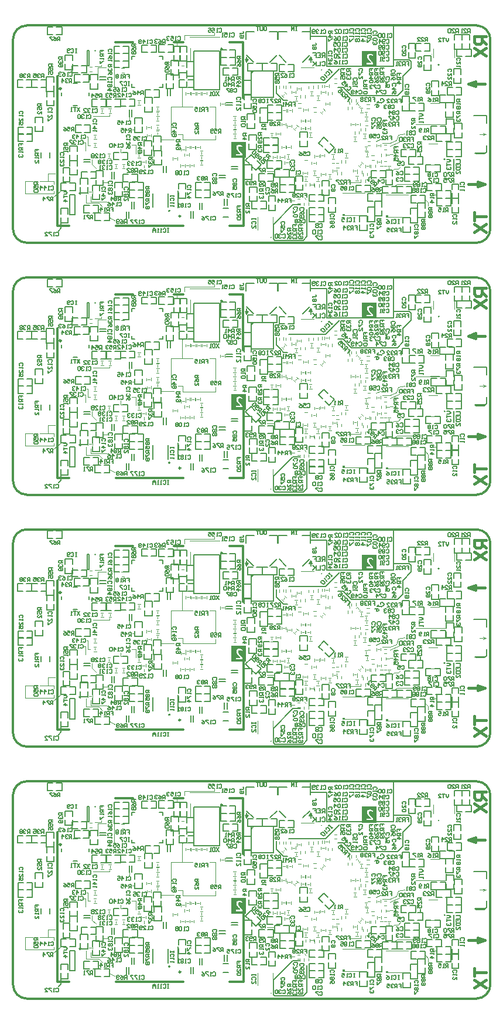
<source format=gbo>
G04 Layer_Color=32896*
%FSLAX44Y44*%
%MOMM*%
G71*
G01*
G75*
%ADD11C,0.3090*%
%ADD12C,0.2000*%
%ADD13C,0.3000*%
%ADD52C,0.1500*%
%ADD54C,0.4000*%
%ADD57C,0.1000*%
%ADD59C,0.2500*%
%ADD126C,0.1270*%
%ADD127C,0.0254*%
%ADD206C,0.2540*%
G36*
X478750Y1132850D02*
Y1130850D01*
X476750D01*
Y1132850D01*
X478750Y1132850D01*
D02*
G37*
G36*
X541250Y1128600D02*
X539250D01*
Y1130600D01*
X541250D01*
Y1128600D01*
D02*
G37*
G36*
X478750Y769150D02*
Y767150D01*
X476750D01*
Y769150D01*
X478750Y769150D01*
D02*
G37*
G36*
X541250Y764900D02*
X539250D01*
Y766900D01*
X541250D01*
Y764900D01*
D02*
G37*
G36*
X478750Y405450D02*
Y403450D01*
X476750D01*
Y405450D01*
X478750Y405450D01*
D02*
G37*
G36*
X541250Y401200D02*
X539250D01*
Y403200D01*
X541250D01*
Y401200D01*
D02*
G37*
G36*
X478750Y41750D02*
Y39750D01*
X476750D01*
Y41750D01*
X478750Y41750D01*
D02*
G37*
G36*
X541250Y37500D02*
X539250D01*
Y39500D01*
X541250D01*
Y37500D01*
D02*
G37*
D11*
X69250Y222500D02*
G03*
X69250Y222500I-1000J0D01*
G01*
Y586200D02*
G03*
X69250Y586200I-1000J0D01*
G01*
Y949900D02*
G03*
X69250Y949900I-1000J0D01*
G01*
Y1313600D02*
G03*
X69250Y1313600I-1000J0D01*
G01*
D12*
X222309Y259350D02*
G03*
X222309Y259350I-559J0D01*
G01*
X446309Y250000D02*
G03*
X446309Y250000I-559J0D01*
G01*
X373059Y8000D02*
G03*
X373059Y8000I-559J0D01*
G01*
X418750Y261000D02*
X428750Y271000D01*
X384750Y271000D02*
X394750Y261000D01*
X383750Y305000D02*
X395750D01*
X383750Y294000D02*
Y305000D01*
X429750Y294000D02*
X429750Y305000D01*
X417750D02*
X429750D01*
X371500Y261000D02*
X381500Y271000D01*
X337500Y271000D02*
X347500Y261000D01*
X336500Y305000D02*
X348500D01*
X336500D02*
X336500Y294000D01*
X382500D02*
Y305000D01*
X370500D02*
X382500D01*
X107250Y277500D02*
X110250D01*
X107250Y255500D02*
X110250D01*
Y277500D01*
X107250Y255500D02*
Y277500D01*
X211750Y224600D02*
X216250D01*
Y229100D01*
X171750Y224600D02*
X176250D01*
X171750D02*
Y229100D01*
Y264600D02*
Y269100D01*
X176250D01*
X211750D02*
X216250D01*
Y264600D02*
Y269100D01*
X238500Y51000D02*
Y75000D01*
X188500Y51000D02*
Y75000D01*
X451000Y267897D02*
Y274395D01*
X447751D01*
X446668Y273312D01*
Y271146D01*
X447751Y270063D01*
X451000D01*
X448834D02*
X446668Y267897D01*
X440170Y274395D02*
X444502D01*
Y267897D01*
X440170D01*
X444502Y271146D02*
X442336D01*
X433672Y274395D02*
X438004D01*
Y271146D01*
X435838D01*
X438004D01*
Y267897D01*
X446668Y260715D02*
X447751Y261798D01*
X449917D01*
X451000Y260715D01*
Y256383D01*
X449917Y255300D01*
X447751D01*
X446668Y256383D01*
X444502Y261798D02*
Y255300D01*
X440170D01*
X438004Y261798D02*
Y255300D01*
Y257466D01*
X433672Y261798D01*
X436921Y258549D01*
X433672Y255300D01*
X222309Y623050D02*
G03*
X222309Y623050I-559J0D01*
G01*
X446309Y613700D02*
G03*
X446309Y613700I-559J0D01*
G01*
X373059Y371700D02*
G03*
X373059Y371700I-559J0D01*
G01*
X418750Y624700D02*
X428750Y634700D01*
X384750Y634700D02*
X394750Y624700D01*
X383750Y668700D02*
X395750D01*
X383750Y657700D02*
Y668700D01*
X429750Y657700D02*
X429750Y668700D01*
X417750D02*
X429750D01*
X371500Y624700D02*
X381500Y634700D01*
X337500Y634700D02*
X347500Y624700D01*
X336500Y668700D02*
X348500D01*
X336500D02*
X336500Y657700D01*
X382500D02*
Y668700D01*
X370500D02*
X382500D01*
X107250Y641200D02*
X110250D01*
X107250Y619200D02*
X110250D01*
Y641200D01*
X107250Y619200D02*
Y641200D01*
X211750Y588300D02*
X216250D01*
Y592800D01*
X171750Y588300D02*
X176250D01*
X171750D02*
Y592800D01*
Y628300D02*
Y632800D01*
X176250D01*
X211750D02*
X216250D01*
Y628300D02*
Y632800D01*
X238500Y414700D02*
Y438700D01*
X188500Y414700D02*
Y438700D01*
X451000Y631597D02*
Y638095D01*
X447751D01*
X446668Y637012D01*
Y634846D01*
X447751Y633763D01*
X451000D01*
X448834D02*
X446668Y631597D01*
X440170Y638095D02*
X444502D01*
Y631597D01*
X440170D01*
X444502Y634846D02*
X442336D01*
X433672Y638095D02*
X438004D01*
Y634846D01*
X435838D01*
X438004D01*
Y631597D01*
X446668Y624415D02*
X447751Y625498D01*
X449917D01*
X451000Y624415D01*
Y620083D01*
X449917Y619000D01*
X447751D01*
X446668Y620083D01*
X444502Y625498D02*
Y619000D01*
X440170D01*
X438004Y625498D02*
Y619000D01*
Y621166D01*
X433672Y625498D01*
X436921Y622249D01*
X433672Y619000D01*
X222309Y986750D02*
G03*
X222309Y986750I-559J0D01*
G01*
X446309Y977400D02*
G03*
X446309Y977400I-559J0D01*
G01*
X373059Y735400D02*
G03*
X373059Y735400I-559J0D01*
G01*
X418750Y988400D02*
X428750Y998400D01*
X384750Y998400D02*
X394750Y988400D01*
X383750Y1032400D02*
X395750D01*
X383750Y1021400D02*
Y1032400D01*
X429750Y1021400D02*
X429750Y1032400D01*
X417750D02*
X429750D01*
X371500Y988400D02*
X381500Y998400D01*
X337500Y998400D02*
X347500Y988400D01*
X336500Y1032400D02*
X348500D01*
X336500D02*
X336500Y1021400D01*
X382500D02*
Y1032400D01*
X370500D02*
X382500D01*
X107250Y1004900D02*
X110250D01*
X107250Y982900D02*
X110250D01*
Y1004900D01*
X107250Y982900D02*
Y1004900D01*
X211750Y952000D02*
X216250D01*
Y956500D01*
X171750Y952000D02*
X176250D01*
X171750D02*
Y956500D01*
Y992000D02*
Y996500D01*
X176250D01*
X211750D02*
X216250D01*
Y992000D02*
Y996500D01*
X238500Y778400D02*
Y802400D01*
X188500Y778400D02*
Y802400D01*
X451000Y995297D02*
Y1001795D01*
X447751D01*
X446668Y1000712D01*
Y998546D01*
X447751Y997463D01*
X451000D01*
X448834D02*
X446668Y995297D01*
X440170Y1001795D02*
X444502D01*
Y995297D01*
X440170D01*
X444502Y998546D02*
X442336D01*
X433672Y1001795D02*
X438004D01*
Y998546D01*
X435838D01*
X438004D01*
Y995297D01*
X446668Y988115D02*
X447751Y989198D01*
X449917D01*
X451000Y988115D01*
Y983783D01*
X449917Y982700D01*
X447751D01*
X446668Y983783D01*
X444502Y989198D02*
Y982700D01*
X440170D01*
X438004Y989198D02*
Y982700D01*
Y984866D01*
X433672Y989198D01*
X436921Y985949D01*
X433672Y982700D01*
X222309Y1350450D02*
G03*
X222309Y1350450I-559J0D01*
G01*
X446309Y1341100D02*
G03*
X446309Y1341100I-559J0D01*
G01*
X373059Y1099100D02*
G03*
X373059Y1099100I-559J0D01*
G01*
X418750Y1352100D02*
X428750Y1362100D01*
X384750Y1362100D02*
X394750Y1352100D01*
X383750Y1396100D02*
X395750D01*
X383750Y1385100D02*
Y1396100D01*
X429750Y1385100D02*
X429750Y1396100D01*
X417750D02*
X429750D01*
X371500Y1352100D02*
X381500Y1362100D01*
X337500Y1362100D02*
X347500Y1352100D01*
X336500Y1396100D02*
X348500D01*
X336500D02*
X336500Y1385100D01*
X382500D02*
Y1396100D01*
X370500D02*
X382500D01*
X107250Y1368600D02*
X110250D01*
X107250Y1346600D02*
X110250D01*
Y1368600D01*
X107250Y1346600D02*
Y1368600D01*
X211750Y1315700D02*
X216250D01*
Y1320200D01*
X171750Y1315700D02*
X176250D01*
X171750D02*
Y1320200D01*
Y1355700D02*
Y1360200D01*
X176250D01*
X211750D02*
X216250D01*
Y1355700D02*
Y1360200D01*
X238500Y1142100D02*
Y1166100D01*
X188500Y1142100D02*
Y1166100D01*
X451000Y1358997D02*
Y1365495D01*
X447751D01*
X446668Y1364412D01*
Y1362247D01*
X447751Y1361163D01*
X451000D01*
X448834D02*
X446668Y1358997D01*
X440170Y1365495D02*
X444502D01*
Y1358997D01*
X440170D01*
X444502Y1362247D02*
X442336D01*
X433672Y1365495D02*
X438004D01*
Y1362247D01*
X435838D01*
X438004D01*
Y1358997D01*
X446668Y1351815D02*
X447751Y1352898D01*
X449917D01*
X451000Y1351815D01*
Y1347483D01*
X449917Y1346400D01*
X447751D01*
X446668Y1347483D01*
X444502Y1352898D02*
Y1346400D01*
X440170D01*
X438004Y1352898D02*
Y1346400D01*
Y1348566D01*
X433672Y1352898D01*
X436921Y1349649D01*
X433672Y1346400D01*
D13*
X226000Y46250D02*
G03*
X226000Y46250I-250J0D01*
G01*
X690050Y293700D02*
G03*
X670050Y313700I-20000J0D01*
G01*
Y0D02*
G03*
X690050Y20000I0J20000D01*
G01*
X0D02*
G03*
X20000Y0I20000J0D01*
G01*
Y313700D02*
G03*
X0Y293700I0J-20000D01*
G01*
X690000Y19950D02*
Y293750D01*
X148560Y24250D02*
X246230D01*
X148270Y289250D02*
X173000D01*
X233000D02*
X246230D01*
X332500Y209000D02*
Y289050D01*
X313270Y289250D02*
X332500D01*
X313270Y24250D02*
X332500D01*
X64000D02*
X81230D01*
X64000D02*
Y240000D01*
X333000Y24250D02*
Y124000D01*
X20000Y313700D02*
X670050D01*
X50Y19950D02*
Y293750D01*
X20000Y0D02*
X670050D01*
X226000Y409950D02*
G03*
X226000Y409950I-250J0D01*
G01*
X690050Y657400D02*
G03*
X670050Y677400I-20000J0D01*
G01*
Y363700D02*
G03*
X690050Y383700I0J20000D01*
G01*
X0D02*
G03*
X20000Y363700I20000J0D01*
G01*
Y677400D02*
G03*
X0Y657400I0J-20000D01*
G01*
X690000Y383650D02*
Y657450D01*
X148560Y387950D02*
X246230D01*
X148270Y652950D02*
X173000D01*
X233000D02*
X246230D01*
X332500Y572700D02*
Y652750D01*
X313270Y652950D02*
X332500D01*
X313270Y387950D02*
X332500D01*
X64000D02*
X81230D01*
X64000D02*
Y603700D01*
X333000Y387950D02*
Y487700D01*
X20000Y677400D02*
X670050D01*
X50Y383650D02*
Y657450D01*
X20000Y363700D02*
X670050D01*
X226000Y773650D02*
G03*
X226000Y773650I-250J0D01*
G01*
X690050Y1021100D02*
G03*
X670050Y1041100I-20000J0D01*
G01*
Y727400D02*
G03*
X690050Y747400I0J20000D01*
G01*
X0D02*
G03*
X20000Y727400I20000J0D01*
G01*
Y1041100D02*
G03*
X0Y1021100I0J-20000D01*
G01*
X690000Y747350D02*
Y1021151D01*
X148560Y751650D02*
X246230D01*
X148270Y1016650D02*
X173000D01*
X233000D02*
X246230D01*
X332500Y936400D02*
Y1016450D01*
X313270Y1016650D02*
X332500D01*
X313270Y751650D02*
X332500D01*
X64000D02*
X81230D01*
X64000D02*
Y967400D01*
X333000Y751650D02*
Y851400D01*
X20000Y1041100D02*
X670050D01*
X50Y747350D02*
Y1021151D01*
X20000Y727400D02*
X670050D01*
X226000Y1137350D02*
G03*
X226000Y1137350I-250J0D01*
G01*
X690050Y1384800D02*
G03*
X670050Y1404800I-20000J0D01*
G01*
Y1091100D02*
G03*
X690050Y1111100I0J20000D01*
G01*
X0D02*
G03*
X20000Y1091100I20000J0D01*
G01*
Y1404800D02*
G03*
X0Y1384800I0J-20000D01*
G01*
X690000Y1111050D02*
Y1384851D01*
X148560Y1115350D02*
X246230D01*
X148270Y1380350D02*
X173000D01*
X233000D02*
X246230D01*
X332500Y1300100D02*
Y1380150D01*
X313270Y1380350D02*
X332500D01*
X313270Y1115350D02*
X332500D01*
X64000D02*
X81230D01*
X64000D02*
Y1331100D01*
X333000Y1115350D02*
Y1215100D01*
X20000Y1404800D02*
X670050D01*
X50Y1111050D02*
Y1384851D01*
X20000Y1091100D02*
X670050D01*
D52*
X616125Y257125D02*
G03*
X616125Y257125I-750J0D01*
G01*
X624625Y120625D02*
G03*
X624625Y120625I-750J0D01*
G01*
X627375Y178875D02*
G03*
X627375Y178875I-750J0D01*
G01*
X404500Y54750D02*
X415500D01*
X391250Y205500D02*
X397250D01*
X470000Y224500D02*
X477000D01*
X489000Y212500D01*
X555750D01*
X202250Y51500D02*
Y71500D01*
X224250Y51500D02*
Y71500D01*
X425000Y39500D02*
Y48250D01*
X376250Y6000D02*
X378500Y3750D01*
X555750Y212500D02*
X563500Y220250D01*
X337750Y260500D02*
Y268500D01*
X335625Y264750D02*
X337750Y260500D01*
X339875Y264750D01*
X335625D02*
X339875D01*
X337000Y263750D02*
X338750D01*
X429500Y265250D02*
X431250D01*
X428375Y264250D02*
X432625D01*
X428375D02*
X430500Y268500D01*
X432625Y264250D01*
X430500Y260500D02*
Y268500D01*
X451750Y231250D02*
X472000Y251500D01*
X545250Y313750D02*
X550000D01*
X65750Y17250D02*
X69500Y21000D01*
Y28750D01*
X588750Y124750D02*
Y129500D01*
X550000Y255000D02*
Y313750D01*
X430000Y297866D02*
Y311116D01*
X429500Y297866D02*
X453750D01*
Y255000D02*
Y297866D01*
Y255000D02*
X550000D01*
X344000Y248250D02*
X376250D01*
X344000Y210250D02*
Y248250D01*
Y210250D02*
X376250D01*
Y248250D01*
X344000Y244750D02*
X347500Y248250D01*
X87250Y230500D02*
X93250D01*
X70250Y212500D02*
Y216500D01*
X87250Y198500D02*
X93250D01*
X110250Y212500D02*
Y216500D01*
X261500Y220750D02*
Y276750D01*
Y220750D02*
X298500D01*
Y276750D01*
X261500D02*
X298500D01*
X398250Y231250D02*
X451750D01*
X380750Y216000D02*
Y227250D01*
Y216000D02*
X387500Y209250D01*
X391250Y205500D01*
X563500Y220250D02*
Y240000D01*
X425000Y9000D02*
Y39500D01*
X376250Y26500D02*
X404500Y54750D01*
X376250Y6000D02*
Y26500D01*
X637250Y104250D02*
Y121000D01*
X419750Y3750D02*
X425000Y9000D01*
X378500Y3750D02*
X419750D01*
X563500Y240000D02*
X575500Y252000D01*
Y261750D01*
X572750Y264500D02*
X575500Y261750D01*
X550000Y264500D02*
X572750D01*
X551002Y135335D02*
Y139000D01*
X553751D01*
Y137167D01*
Y139000D01*
X556500D01*
Y133502D02*
X551002D01*
Y130753D01*
X551918Y129836D01*
X553751D01*
X554667Y130753D01*
Y133502D01*
Y131669D02*
X556500Y129836D01*
Y125254D02*
X551002D01*
X553751Y128004D01*
Y124338D01*
X551002Y118840D02*
Y122505D01*
X553751D01*
X552835Y120673D01*
Y119756D01*
X553751Y118840D01*
X555584D01*
X556500Y119756D01*
Y121589D01*
X555584Y122505D01*
X522750Y81000D02*
X526638Y84888D01*
X524694Y86832D01*
X523398Y86832D01*
X522102Y85536D01*
X522102Y84240D01*
X524046Y82296D01*
X522750Y83592D02*
X520158D01*
X519510Y85536D02*
X518214D01*
X516918Y86832D01*
Y88128D01*
X519510Y90720D01*
X520806Y90720D01*
X522102Y89424D01*
X522102Y88128D01*
X521454Y87480D01*
X520158D01*
X518214Y89424D01*
X512383Y91368D02*
X514974Y88776D01*
Y93959D01*
X515622Y94607D01*
X516918Y94607D01*
X518214Y93312D01*
X518214Y92015D01*
X227252Y68750D02*
Y66917D01*
Y67834D01*
X232750D01*
Y68750D01*
Y66917D01*
X228168Y60503D02*
X227252Y61419D01*
Y63252D01*
X228168Y64168D01*
X231834D01*
X232750Y63252D01*
Y61419D01*
X231834Y60503D01*
X232750Y58670D02*
Y56837D01*
Y57754D01*
X227252D01*
X228168Y58670D01*
X232750Y54088D02*
Y52255D01*
Y53172D01*
X227252D01*
X228168Y54088D01*
X268250Y172500D02*
X262752D01*
Y169751D01*
X263668Y168835D01*
X265501D01*
X266417Y169751D01*
Y172500D01*
Y170667D02*
X268250Y168835D01*
X262752Y163336D02*
X263668Y165169D01*
X265501Y167002D01*
X267334D01*
X268250Y166085D01*
Y164253D01*
X267334Y163336D01*
X266417D01*
X265501Y164253D01*
Y167002D01*
X268250Y157838D02*
Y161504D01*
X264585Y157838D01*
X263668D01*
X262752Y158755D01*
Y160587D01*
X263668Y161504D01*
X300250Y158500D02*
Y163998D01*
X297501D01*
X296584Y163082D01*
Y161249D01*
X297501Y160333D01*
X300250D01*
X298417D02*
X296584Y158500D01*
X291086Y163998D02*
X294752D01*
Y161249D01*
X292919Y162166D01*
X292003D01*
X291086Y161249D01*
Y159416D01*
X292003Y158500D01*
X293835D01*
X294752Y159416D01*
X289254D02*
X288337Y158500D01*
X286504D01*
X285588Y159416D01*
Y163082D01*
X286504Y163998D01*
X288337D01*
X289254Y163082D01*
Y162166D01*
X288337Y161249D01*
X285588D01*
X328002Y301335D02*
Y303167D01*
Y302251D01*
X332584D01*
X333500Y303167D01*
Y304084D01*
X332584Y305000D01*
Y299502D02*
X333500Y298585D01*
Y296753D01*
X332584Y295836D01*
X328918D01*
X328002Y296753D01*
Y298585D01*
X328918Y299502D01*
X329835D01*
X330751Y298585D01*
Y295836D01*
X433252Y284585D02*
Y286417D01*
Y285501D01*
X437834D01*
X438750Y286417D01*
Y287334D01*
X437834Y288250D01*
X434168Y282752D02*
X433252Y281835D01*
Y280003D01*
X434168Y279086D01*
X435085D01*
X436001Y280003D01*
X436917Y279086D01*
X437834D01*
X438750Y280003D01*
Y281835D01*
X437834Y282752D01*
X436917D01*
X436001Y281835D01*
X435085Y282752D01*
X434168D01*
X436001Y281835D02*
Y280003D01*
X57750Y60750D02*
Y66248D01*
X55001D01*
X54085Y65332D01*
Y63499D01*
X55001Y62583D01*
X57750D01*
X55917D02*
X54085Y60750D01*
X52252Y66248D02*
X48586D01*
Y65332D01*
X52252Y61666D01*
Y60750D01*
X44005D02*
Y66248D01*
X46754Y63499D01*
X43088D01*
X660750Y303250D02*
Y308748D01*
X658001D01*
X657085Y307832D01*
Y305999D01*
X658001Y305083D01*
X660750D01*
X658917D02*
X657085Y303250D01*
X651586D02*
X655252D01*
X651586Y306915D01*
Y307832D01*
X652503Y308748D01*
X654335D01*
X655252Y307832D01*
X649754Y303250D02*
X647921D01*
X648837D01*
Y308748D01*
X649754Y307832D01*
X643750Y303250D02*
Y308748D01*
X641001D01*
X640085Y307832D01*
Y305999D01*
X641001Y305083D01*
X643750D01*
X641917D02*
X640085Y303250D01*
X634586D02*
X638252D01*
X634586Y306915D01*
Y307832D01*
X635503Y308748D01*
X637335D01*
X638252Y307832D01*
X632754D02*
X631837Y308748D01*
X630005D01*
X629088Y307832D01*
Y304166D01*
X630005Y303250D01*
X631837D01*
X632754Y304166D01*
Y307832D01*
X629000Y45000D02*
Y50498D01*
X626251D01*
X625335Y49582D01*
Y47749D01*
X626251Y46833D01*
X629000D01*
X627167D02*
X625335Y45000D01*
X623502D02*
X621669D01*
X622585D01*
Y50498D01*
X623502Y49582D01*
X615255Y50498D02*
X618920D01*
Y47749D01*
X617087Y48665D01*
X616171D01*
X615255Y47749D01*
Y45916D01*
X616171Y45000D01*
X618004D01*
X618920Y45916D01*
X608750Y71500D02*
X603252D01*
Y68751D01*
X604168Y67835D01*
X606001D01*
X606917Y68751D01*
Y71500D01*
Y69667D02*
X608750Y67835D01*
Y66002D02*
Y64169D01*
Y65085D01*
X603252D01*
X604168Y66002D01*
X608750Y58671D02*
X603252D01*
X606001Y61420D01*
Y57755D01*
X629668Y246835D02*
X628752Y247751D01*
Y249584D01*
X629668Y250500D01*
X633334D01*
X634250Y249584D01*
Y247751D01*
X633334Y246835D01*
X634250Y241336D02*
Y245002D01*
X630584Y241336D01*
X629668D01*
X628752Y242253D01*
Y244085D01*
X629668Y245002D01*
X634250Y235838D02*
Y239504D01*
X630584Y235838D01*
X629668D01*
X628752Y236754D01*
Y238587D01*
X629668Y239504D01*
X642168Y263335D02*
X641252Y264251D01*
Y266084D01*
X642168Y267000D01*
X645834D01*
X646750Y266084D01*
Y264251D01*
X645834Y263335D01*
X646750Y257836D02*
Y261502D01*
X643084Y257836D01*
X642168D01*
X641252Y258753D01*
Y260585D01*
X642168Y261502D01*
X646750Y256004D02*
Y254171D01*
Y255087D01*
X641252D01*
X642168Y256004D01*
X636918Y37334D02*
X636002Y38251D01*
Y40084D01*
X636918Y41000D01*
X640584D01*
X641500Y40084D01*
Y38251D01*
X640584Y37334D01*
X641500Y35502D02*
Y33669D01*
Y34585D01*
X636002D01*
X636918Y35502D01*
X641500Y27255D02*
Y30920D01*
X637835Y27255D01*
X636918D01*
X636002Y28171D01*
Y30004D01*
X636918Y30920D01*
X647668Y83835D02*
X646752Y84751D01*
Y86584D01*
X647668Y87500D01*
X651334D01*
X652250Y86584D01*
Y84751D01*
X651334Y83835D01*
X652250Y82002D02*
Y80169D01*
Y81085D01*
X646752D01*
X647668Y82002D01*
X652250Y77420D02*
Y75587D01*
Y76504D01*
X646752D01*
X647668Y77420D01*
X443335Y9082D02*
X444251Y9998D01*
X446084D01*
X447000Y9082D01*
Y5416D01*
X446084Y4500D01*
X444251D01*
X443335Y5416D01*
X441502Y9998D02*
X437836D01*
Y9082D01*
X441502Y5416D01*
Y4500D01*
X443335Y26832D02*
X444251Y27748D01*
X446084D01*
X447000Y26832D01*
Y23166D01*
X446084Y22250D01*
X444251D01*
X443335Y23166D01*
X441502Y26832D02*
X440585Y27748D01*
X438753D01*
X437836Y26832D01*
Y25916D01*
X438753Y24999D01*
X437836Y24083D01*
Y23166D01*
X438753Y22250D01*
X440585D01*
X441502Y23166D01*
Y24083D01*
X440585Y24999D01*
X441502Y25916D01*
Y26832D01*
X440585Y24999D02*
X438753D01*
X561835Y116332D02*
X562751Y117248D01*
X564584D01*
X565500Y116332D01*
Y112666D01*
X564584Y111750D01*
X562751D01*
X561835Y112666D01*
X556336Y117248D02*
X560002D01*
Y114499D01*
X558169Y115415D01*
X557253D01*
X556336Y114499D01*
Y112666D01*
X557253Y111750D01*
X559085D01*
X560002Y112666D01*
X559835Y93082D02*
X560751Y93998D01*
X562584D01*
X563500Y93082D01*
Y89416D01*
X562584Y88500D01*
X560751D01*
X559835Y89416D01*
X558002Y93082D02*
X557085Y93998D01*
X555253D01*
X554336Y93082D01*
Y92165D01*
X555253Y91249D01*
X556169D01*
X555253D01*
X554336Y90333D01*
Y89416D01*
X555253Y88500D01*
X557085D01*
X558002Y89416D01*
X115250Y34500D02*
Y39998D01*
X112501D01*
X111585Y39082D01*
Y37249D01*
X112501Y36333D01*
X115250D01*
X113417D02*
X111585Y34500D01*
X109752Y39998D02*
X106086D01*
Y39082D01*
X109752Y35416D01*
Y34500D01*
X104254D02*
X102421D01*
X103337D01*
Y39998D01*
X104254Y39082D01*
X164500Y28000D02*
Y33498D01*
X161751D01*
X160835Y32582D01*
Y30749D01*
X161751Y29833D01*
X164500D01*
X162667D02*
X160835Y28000D01*
X155336Y33498D02*
X157169Y32582D01*
X159002Y30749D01*
Y28916D01*
X158085Y28000D01*
X156253D01*
X155336Y28916D01*
Y29833D01*
X156253Y30749D01*
X159002D01*
X153504Y28916D02*
X152587Y28000D01*
X150754D01*
X149838Y28916D01*
Y32582D01*
X150754Y33498D01*
X152587D01*
X153504Y32582D01*
Y31665D01*
X152587Y30749D01*
X149838D01*
X319585Y222082D02*
X320501Y222998D01*
X322334D01*
X323250Y222082D01*
Y218416D01*
X322334Y217500D01*
X320501D01*
X319585Y218416D01*
X317752Y222082D02*
X316835Y222998D01*
X315003D01*
X314086Y222082D01*
Y221166D01*
X315003Y220249D01*
X314086Y219333D01*
Y218416D01*
X315003Y217500D01*
X316835D01*
X317752Y218416D01*
Y219333D01*
X316835Y220249D01*
X317752Y221166D01*
Y222082D01*
X316835Y220249D02*
X315003D01*
X312254Y222998D02*
X308588D01*
Y222082D01*
X312254Y218416D01*
Y217500D01*
X73252Y74000D02*
X76917D01*
X78750Y72167D01*
X76917Y70335D01*
X73252D01*
Y68502D02*
Y64836D01*
Y66669D01*
X78750D01*
Y60255D02*
X73252D01*
X76001Y63004D01*
Y59338D01*
X319500Y233750D02*
Y239248D01*
X316751D01*
X315835Y238332D01*
Y236499D01*
X316751Y235583D01*
X319500D01*
X317667D02*
X315835Y233750D01*
X311253D02*
Y239248D01*
X314002Y236499D01*
X310336D01*
X308504Y233750D02*
X306671D01*
X307587D01*
Y239248D01*
X308504Y238332D01*
X319500Y225750D02*
Y231248D01*
X316751D01*
X315835Y230332D01*
Y228499D01*
X316751Y227583D01*
X319500D01*
X317667D02*
X315835Y225750D01*
X311253D02*
Y231248D01*
X314002Y228499D01*
X310336D01*
X308504Y230332D02*
X307587Y231248D01*
X305755D01*
X304838Y230332D01*
Y226666D01*
X305755Y225750D01*
X307587D01*
X308504Y226666D01*
Y230332D01*
X324002Y49834D02*
Y53500D01*
X326751D01*
Y51667D01*
Y53500D01*
X329500D01*
Y48002D02*
X324002D01*
Y45253D01*
X324918Y44336D01*
X326751D01*
X327667Y45253D01*
Y48002D01*
Y46169D02*
X329500Y44336D01*
Y38838D02*
Y42504D01*
X325835Y38838D01*
X324918D01*
X324002Y39755D01*
Y41587D01*
X324918Y42504D01*
Y37005D02*
X324002Y36089D01*
Y34256D01*
X324918Y33340D01*
X328584D01*
X329500Y34256D01*
Y36089D01*
X328584Y37005D01*
X324918D01*
X164335Y243248D02*
X168000D01*
Y240499D01*
X166167D01*
X168000D01*
Y237750D01*
X162502D02*
Y243248D01*
X159753D01*
X158836Y242332D01*
Y240499D01*
X159753Y239583D01*
X162502D01*
X160669D02*
X158836Y237750D01*
X157004D02*
X155171D01*
X156087D01*
Y243248D01*
X157004Y242332D01*
X152422D02*
X151505Y243248D01*
X149673D01*
X148756Y242332D01*
Y241416D01*
X149673Y240499D01*
X148756Y239583D01*
Y238666D01*
X149673Y237750D01*
X151505D01*
X152422Y238666D01*
Y239583D01*
X151505Y240499D01*
X152422Y241416D01*
Y242332D01*
X151505Y240499D02*
X149673D01*
X325335Y70332D02*
X326251Y71248D01*
X328084D01*
X329000Y70332D01*
Y66666D01*
X328084Y65750D01*
X326251D01*
X325335Y66666D01*
X323502Y65750D02*
X321669D01*
X322585D01*
Y71248D01*
X323502Y70332D01*
X318920Y71248D02*
X315254D01*
Y70332D01*
X318920Y66666D01*
Y65750D01*
X309756Y71248D02*
X313422D01*
Y68499D01*
X311589Y69415D01*
X310673D01*
X309756Y68499D01*
Y66666D01*
X310673Y65750D01*
X312505D01*
X313422Y66666D01*
X160585Y223082D02*
X161501Y223998D01*
X163334D01*
X164250Y223082D01*
Y219416D01*
X163334Y218500D01*
X161501D01*
X160585Y219416D01*
X158752Y218500D02*
X156919D01*
X157835D01*
Y223998D01*
X158752Y223082D01*
X150505Y223998D02*
X152337Y223082D01*
X154170Y221249D01*
Y219416D01*
X153254Y218500D01*
X151421D01*
X150505Y219416D01*
Y220333D01*
X151421Y221249D01*
X154170D01*
X145006Y223998D02*
X148672D01*
Y221249D01*
X146839Y222166D01*
X145923D01*
X145006Y221249D01*
Y219416D01*
X145923Y218500D01*
X147755D01*
X148672Y219416D01*
X539835Y292582D02*
X540751Y293498D01*
X542584D01*
X543500Y292582D01*
Y288916D01*
X542584Y288000D01*
X540751D01*
X539835Y288916D01*
X538002D02*
X537085Y288000D01*
X535253D01*
X534336Y288916D01*
Y292582D01*
X535253Y293498D01*
X537085D01*
X538002Y292582D01*
Y291665D01*
X537085Y290749D01*
X534336D01*
X529754Y288000D02*
Y293498D01*
X532504Y290749D01*
X528838D01*
X539585Y267332D02*
X540501Y268248D01*
X542334D01*
X543250Y267332D01*
Y263666D01*
X542334Y262750D01*
X540501D01*
X539585Y263666D01*
X537752D02*
X536835Y262750D01*
X535003D01*
X534086Y263666D01*
Y267332D01*
X535003Y268248D01*
X536835D01*
X537752Y267332D01*
Y266416D01*
X536835Y265499D01*
X534086D01*
X532254Y262750D02*
X530421D01*
X531337D01*
Y268248D01*
X532254Y267332D01*
X539585Y275582D02*
X540501Y276498D01*
X542334D01*
X543250Y275582D01*
Y271916D01*
X542334Y271000D01*
X540501D01*
X539585Y271916D01*
X537752D02*
X536835Y271000D01*
X535003D01*
X534086Y271916D01*
Y275582D01*
X535003Y276498D01*
X536835D01*
X537752Y275582D01*
Y274666D01*
X536835Y273749D01*
X534086D01*
X532254Y275582D02*
X531337Y276498D01*
X529505D01*
X528588Y275582D01*
Y271916D01*
X529505Y271000D01*
X531337D01*
X532254Y271916D01*
Y275582D01*
X539585Y284082D02*
X540501Y284998D01*
X542334D01*
X543250Y284082D01*
Y280416D01*
X542334Y279500D01*
X540501D01*
X539585Y280416D01*
X537752Y284082D02*
X536835Y284998D01*
X535003D01*
X534086Y284082D01*
Y283165D01*
X535003Y282249D01*
X534086Y281333D01*
Y280416D01*
X535003Y279500D01*
X536835D01*
X537752Y280416D01*
Y281333D01*
X536835Y282249D01*
X537752Y283165D01*
Y284082D01*
X536835Y282249D02*
X535003D01*
X532254Y280416D02*
X531337Y279500D01*
X529505D01*
X528588Y280416D01*
Y284082D01*
X529505Y284998D01*
X531337D01*
X532254Y284082D01*
Y283165D01*
X531337Y282249D01*
X528588D01*
X289668Y96084D02*
X288752Y97001D01*
Y98834D01*
X289668Y99750D01*
X293334D01*
X294250Y98834D01*
Y97001D01*
X293334Y96084D01*
X289668Y94252D02*
X288752Y93335D01*
Y91503D01*
X289668Y90586D01*
X290585D01*
X291501Y91503D01*
X292417Y90586D01*
X293334D01*
X294250Y91503D01*
Y93335D01*
X293334Y94252D01*
X292417D01*
X291501Y93335D01*
X290585Y94252D01*
X289668D01*
X291501Y93335D02*
Y91503D01*
X289668Y88754D02*
X288752Y87837D01*
Y86004D01*
X289668Y85088D01*
X290585D01*
X291501Y86004D01*
X292417Y85088D01*
X293334D01*
X294250Y86004D01*
Y87837D01*
X293334Y88754D01*
X292417D01*
X291501Y87837D01*
X290585Y88754D01*
X289668D01*
X291501Y87837D02*
Y86004D01*
X41250Y201000D02*
X35752D01*
Y198251D01*
X36668Y197335D01*
X38501D01*
X39417Y198251D01*
Y201000D01*
Y199167D02*
X41250Y197335D01*
X35752Y191836D02*
Y195502D01*
X38501D01*
X37585Y193669D01*
Y192753D01*
X38501Y191836D01*
X40334D01*
X41250Y192753D01*
Y194585D01*
X40334Y195502D01*
X41250Y186338D02*
Y190004D01*
X37585Y186338D01*
X36668D01*
X35752Y187255D01*
Y189087D01*
X36668Y190004D01*
X51668Y191334D02*
X50752Y192251D01*
Y194084D01*
X51668Y195000D01*
X55334D01*
X56250Y194084D01*
Y192251D01*
X55334Y191334D01*
X56250Y189502D02*
Y187669D01*
Y188585D01*
X50752D01*
X51668Y189502D01*
X56250Y181255D02*
Y184920D01*
X52585Y181255D01*
X51668D01*
X50752Y182171D01*
Y184004D01*
X51668Y184920D01*
X50752Y179422D02*
Y175756D01*
X51668D01*
X55334Y179422D01*
X56250D01*
X241750Y149000D02*
X236252D01*
Y146251D01*
X237168Y145335D01*
X239001D01*
X239917Y146251D01*
Y149000D01*
Y147167D02*
X241750Y145335D01*
Y140753D02*
X236252D01*
X239001Y143502D01*
Y139836D01*
X240834Y138004D02*
X241750Y137087D01*
Y135254D01*
X240834Y134338D01*
X237168D01*
X236252Y135254D01*
Y137087D01*
X237168Y138004D01*
X238085D01*
X239001Y137087D01*
Y134338D01*
X186250Y144500D02*
X180752D01*
Y141751D01*
X181668Y140835D01*
X183501D01*
X184417Y141751D01*
Y144500D01*
Y142667D02*
X186250Y140835D01*
Y136253D02*
X180752D01*
X183501Y139002D01*
Y135336D01*
X181668Y133504D02*
X180752Y132587D01*
Y130754D01*
X181668Y129838D01*
X182584D01*
X183501Y130754D01*
X184417Y129838D01*
X185334D01*
X186250Y130754D01*
Y132587D01*
X185334Y133504D01*
X184417D01*
X183501Y132587D01*
X182584Y133504D01*
X181668D01*
X183501Y132587D02*
Y130754D01*
X461750Y305738D02*
X456252D01*
Y302989D01*
X457168Y302073D01*
X459001D01*
X459917Y302989D01*
Y305738D01*
Y303905D02*
X461750Y302073D01*
Y297491D02*
X456252D01*
X459001Y300240D01*
Y296574D01*
X456252Y294742D02*
Y291076D01*
X457168D01*
X460834Y294742D01*
X461750D01*
X188250Y214000D02*
Y219498D01*
X185501D01*
X184585Y218582D01*
Y216749D01*
X185501Y215833D01*
X188250D01*
X186417D02*
X184585Y214000D01*
X180003D02*
Y219498D01*
X182752Y216749D01*
X179086D01*
X173588Y219498D02*
X175421Y218582D01*
X177254Y216749D01*
Y214916D01*
X176337Y214000D01*
X174505D01*
X173588Y214916D01*
Y215833D01*
X174505Y216749D01*
X177254D01*
X170750Y159500D02*
Y164998D01*
X168001D01*
X167085Y164082D01*
Y162249D01*
X168001Y161333D01*
X170750D01*
X168917D02*
X167085Y159500D01*
X162503D02*
Y164998D01*
X165252Y162249D01*
X161586D01*
X156088Y164998D02*
X159754D01*
Y162249D01*
X157921Y163165D01*
X157004D01*
X156088Y162249D01*
Y160416D01*
X157004Y159500D01*
X158837D01*
X159754Y160416D01*
X201750Y123750D02*
X196252D01*
Y121001D01*
X197168Y120084D01*
X199001D01*
X199917Y121001D01*
Y123750D01*
Y121917D02*
X201750Y120084D01*
X197168Y118252D02*
X196252Y117335D01*
Y115503D01*
X197168Y114586D01*
X198085D01*
X199001Y115503D01*
Y116419D01*
Y115503D01*
X199917Y114586D01*
X200834D01*
X201750Y115503D01*
Y117335D01*
X200834Y118252D01*
X196252Y112754D02*
Y109088D01*
X197168D01*
X200834Y112754D01*
X201750D01*
X24250Y238500D02*
Y243998D01*
X21501D01*
X20584Y243082D01*
Y241249D01*
X21501Y240333D01*
X24250D01*
X22417D02*
X20584Y238500D01*
X18752Y243082D02*
X17835Y243998D01*
X16003D01*
X15086Y243082D01*
Y242166D01*
X16003Y241249D01*
X16919D01*
X16003D01*
X15086Y240333D01*
Y239416D01*
X16003Y238500D01*
X17835D01*
X18752Y239416D01*
X13254Y243082D02*
X12337Y243998D01*
X10504D01*
X9588Y243082D01*
Y242166D01*
X10504Y241249D01*
X9588Y240333D01*
Y239416D01*
X10504Y238500D01*
X12337D01*
X13254Y239416D01*
Y240333D01*
X12337Y241249D01*
X13254Y242166D01*
Y243082D01*
X12337Y241249D02*
X10504D01*
X44250Y238500D02*
Y243998D01*
X41501D01*
X40585Y243082D01*
Y241249D01*
X41501Y240333D01*
X44250D01*
X42417D02*
X40585Y238500D01*
X38752Y243082D02*
X37835Y243998D01*
X36003D01*
X35086Y243082D01*
Y242166D01*
X36003Y241249D01*
X36919D01*
X36003D01*
X35086Y240333D01*
Y239416D01*
X36003Y238500D01*
X37835D01*
X38752Y239416D01*
X29588Y243998D02*
X33254D01*
Y241249D01*
X31421Y242166D01*
X30505D01*
X29588Y241249D01*
Y239416D01*
X30505Y238500D01*
X32337D01*
X33254Y239416D01*
X335750Y181750D02*
X330252D01*
Y179001D01*
X331168Y178085D01*
X333001D01*
X333917Y179001D01*
Y181750D01*
Y179917D02*
X335750Y178085D01*
Y176252D02*
Y174419D01*
Y175335D01*
X330252D01*
X331168Y176252D01*
Y171670D02*
X330252Y170754D01*
Y168921D01*
X331168Y168004D01*
X334834D01*
X335750Y168921D01*
Y170754D01*
X334834Y171670D01*
X331168D01*
X337750Y158000D02*
X332252D01*
Y155251D01*
X333168Y154334D01*
X335001D01*
X335917Y155251D01*
Y158000D01*
Y156167D02*
X337750Y154334D01*
Y149753D02*
X332252D01*
X335001Y152502D01*
Y148836D01*
X365500Y171000D02*
X360002D01*
Y168251D01*
X360918Y167335D01*
X362751D01*
X363667Y168251D01*
Y171000D01*
Y169167D02*
X365500Y167335D01*
Y165502D02*
Y163669D01*
Y164585D01*
X360002D01*
X360918Y165502D01*
X359750Y140500D02*
X354252D01*
Y137751D01*
X355168Y136834D01*
X357001D01*
X357917Y137751D01*
Y140500D01*
Y138667D02*
X359750Y136834D01*
X355168Y135002D02*
X354252Y134085D01*
Y132253D01*
X355168Y131336D01*
X356085D01*
X357001Y132253D01*
Y133169D01*
Y132253D01*
X357917Y131336D01*
X358834D01*
X359750Y132253D01*
Y134085D01*
X358834Y135002D01*
X9918Y186084D02*
X9002Y187001D01*
Y188834D01*
X9918Y189750D01*
X13584D01*
X14500Y188834D01*
Y187001D01*
X13584Y186084D01*
X14500Y184252D02*
Y182419D01*
Y183335D01*
X9002D01*
X9918Y184252D01*
X14500Y176005D02*
Y179670D01*
X10834Y176005D01*
X9918D01*
X9002Y176921D01*
Y178754D01*
X9918Y179670D01*
X9002Y170506D02*
Y174172D01*
X11751D01*
X10834Y172339D01*
Y171423D01*
X11751Y170506D01*
X13584D01*
X14500Y171423D01*
Y173255D01*
X13584Y174172D01*
X68918Y126334D02*
X68002Y127251D01*
Y129084D01*
X68918Y130000D01*
X72584D01*
X73500Y129084D01*
Y127251D01*
X72584Y126334D01*
X73500Y124502D02*
Y122669D01*
Y123585D01*
X68002D01*
X68918Y124502D01*
X73500Y116255D02*
Y119920D01*
X69835Y116255D01*
X68918D01*
X68002Y117171D01*
Y119004D01*
X68918Y119920D01*
Y114422D02*
X68002Y113505D01*
Y111673D01*
X68918Y110756D01*
X69835D01*
X70751Y111673D01*
Y112589D01*
Y111673D01*
X71667Y110756D01*
X72584D01*
X73500Y111673D01*
Y113505D01*
X72584Y114422D01*
X54584Y81082D02*
X55501Y81998D01*
X57334D01*
X58250Y81082D01*
Y77416D01*
X57334Y76500D01*
X55501D01*
X54584Y77416D01*
X52752Y76500D02*
X50919D01*
X51835D01*
Y81998D01*
X52752Y81082D01*
X45421Y76500D02*
Y81998D01*
X48170Y79249D01*
X44504D01*
X39923Y76500D02*
Y81998D01*
X42672Y79249D01*
X39006D01*
X519418Y176334D02*
X518502Y177251D01*
Y179084D01*
X519418Y180000D01*
X523084D01*
X524000Y179084D01*
Y177251D01*
X523084Y176334D01*
X518502Y174502D02*
Y170836D01*
X519418D01*
X523084Y174502D01*
X524000D01*
X518502Y169004D02*
Y165338D01*
X519418D01*
X523084Y169004D01*
X524000D01*
X554085Y181582D02*
X555001Y182498D01*
X556834D01*
X557750Y181582D01*
Y177916D01*
X556834Y177000D01*
X555001D01*
X554085Y177916D01*
X549503Y177000D02*
Y182498D01*
X552252Y179749D01*
X548586D01*
X546754Y182498D02*
X543088D01*
Y181582D01*
X546754Y177916D01*
Y177000D01*
X547585Y198082D02*
X548501Y198998D01*
X550334D01*
X551250Y198082D01*
Y194416D01*
X550334Y193500D01*
X548501D01*
X547585Y194416D01*
X545752Y198082D02*
X544835Y198998D01*
X543003D01*
X542086Y198082D01*
Y197166D01*
X543003Y196249D01*
X542086Y195333D01*
Y194416D01*
X543003Y193500D01*
X544835D01*
X545752Y194416D01*
Y195333D01*
X544835Y196249D01*
X545752Y197166D01*
Y198082D01*
X544835Y196249D02*
X543003D01*
X540254Y198082D02*
X539337Y198998D01*
X537505D01*
X536588Y198082D01*
Y197166D01*
X537505Y196249D01*
X538421D01*
X537505D01*
X536588Y195333D01*
Y194416D01*
X537505Y193500D01*
X539337D01*
X540254Y194416D01*
X527668Y176334D02*
X526752Y177251D01*
Y179084D01*
X527668Y180000D01*
X531334D01*
X532250Y179084D01*
Y177251D01*
X531334Y176334D01*
X527668Y174502D02*
X526752Y173585D01*
Y171753D01*
X527668Y170836D01*
X528585D01*
X529501Y171753D01*
X530417Y170836D01*
X531334D01*
X532250Y171753D01*
Y173585D01*
X531334Y174502D01*
X530417D01*
X529501Y173585D01*
X528585Y174502D01*
X527668D01*
X529501Y173585D02*
Y171753D01*
X526752Y165338D02*
Y169004D01*
X529501D01*
X528585Y167171D01*
Y166255D01*
X529501Y165338D01*
X531334D01*
X532250Y166255D01*
Y168087D01*
X531334Y169004D01*
X347668Y203834D02*
X346752Y204751D01*
Y206584D01*
X347668Y207500D01*
X351334D01*
X352250Y206584D01*
Y204751D01*
X351334Y203834D01*
X352250Y202002D02*
Y200169D01*
Y201085D01*
X346752D01*
X347668Y202002D01*
X346752Y193755D02*
Y197420D01*
X349501D01*
X348585Y195587D01*
Y194671D01*
X349501Y193755D01*
X351334D01*
X352250Y194671D01*
Y196504D01*
X351334Y197420D01*
X347668Y191922D02*
X346752Y191005D01*
Y189173D01*
X347668Y188256D01*
X351334D01*
X352250Y189173D01*
Y191005D01*
X351334Y191922D01*
X347668D01*
X554085Y173998D02*
X557750D01*
Y171249D01*
X555917D01*
X557750D01*
Y168500D01*
X552252D02*
Y173998D01*
X549503D01*
X548586Y173082D01*
Y171249D01*
X549503Y170333D01*
X552252D01*
X550419D02*
X548586Y168500D01*
X546754Y173082D02*
X545837Y173998D01*
X544005D01*
X543088Y173082D01*
Y172166D01*
X544005Y171249D01*
X544921D01*
X544005D01*
X543088Y170333D01*
Y169416D01*
X544005Y168500D01*
X545837D01*
X546754Y169416D01*
X368750Y207498D02*
X366917D01*
X367834D01*
Y202000D01*
X368750D01*
X366917D01*
X360503Y206582D02*
X361419Y207498D01*
X363252D01*
X364168Y206582D01*
Y202916D01*
X363252Y202000D01*
X361419D01*
X360503Y202916D01*
X358670Y206582D02*
X357754Y207498D01*
X355921D01*
X355005Y206582D01*
Y205665D01*
X355921Y204749D01*
X355005Y203833D01*
Y202916D01*
X355921Y202000D01*
X357754D01*
X358670Y202916D01*
Y203833D01*
X357754Y204749D01*
X358670Y205665D01*
Y206582D01*
X357754Y204749D02*
X355921D01*
X384750Y244750D02*
X379252D01*
Y242001D01*
X380168Y241085D01*
X382001D01*
X382917Y242001D01*
Y244750D01*
Y242917D02*
X384750Y241085D01*
X379252Y235586D02*
Y239252D01*
X382001D01*
X381085Y237419D01*
Y236503D01*
X382001Y235586D01*
X383834D01*
X384750Y236503D01*
Y238335D01*
X383834Y239252D01*
X380168Y233754D02*
X379252Y232837D01*
Y231005D01*
X380168Y230088D01*
X381085D01*
X382001Y231005D01*
X382917Y230088D01*
X383834D01*
X384750Y231005D01*
Y232837D01*
X383834Y233754D01*
X382917D01*
X382001Y232837D01*
X381085Y233754D01*
X380168D01*
X382001Y232837D02*
Y231005D01*
X328750Y239500D02*
X323252D01*
Y236751D01*
X324168Y235835D01*
X326001D01*
X326917Y236751D01*
Y239500D01*
Y237667D02*
X328750Y235835D01*
X323252Y230336D02*
X324168Y232169D01*
X326001Y234002D01*
X327834D01*
X328750Y233085D01*
Y231253D01*
X327834Y230336D01*
X326917D01*
X326001Y231253D01*
Y234002D01*
X328750Y225755D02*
X323252D01*
X326001Y228504D01*
Y224838D01*
X329250Y269250D02*
X323752D01*
Y266501D01*
X324668Y265585D01*
X326501D01*
X327417Y266501D01*
Y269250D01*
Y267417D02*
X329250Y265585D01*
X323752Y260086D02*
X324668Y261919D01*
X326501Y263752D01*
X328334D01*
X329250Y262835D01*
Y261003D01*
X328334Y260086D01*
X327417D01*
X326501Y261003D01*
Y263752D01*
X323752Y254588D02*
X324668Y256421D01*
X326501Y258254D01*
X328334D01*
X329250Y257337D01*
Y255504D01*
X328334Y254588D01*
X327417D01*
X326501Y255504D01*
Y258254D01*
X31752Y131084D02*
Y134750D01*
X34501D01*
Y132917D01*
Y134750D01*
X37250D01*
Y129252D02*
X31752D01*
Y126503D01*
X32668Y125586D01*
X34501D01*
X35417Y126503D01*
Y129252D01*
Y127419D02*
X37250Y125586D01*
Y123754D02*
Y121921D01*
Y122837D01*
X31752D01*
X32668Y123754D01*
X37250Y115506D02*
Y119172D01*
X33584Y115506D01*
X32668D01*
X31752Y116423D01*
Y118255D01*
X32668Y119172D01*
X8502Y139334D02*
Y143000D01*
X11251D01*
Y141167D01*
Y143000D01*
X14000D01*
Y137502D02*
X8502D01*
Y134753D01*
X9418Y133836D01*
X11251D01*
X12167Y134753D01*
Y137502D01*
Y135669D02*
X14000Y133836D01*
Y132004D02*
Y130171D01*
Y131087D01*
X8502D01*
X9418Y132004D01*
Y127422D02*
X8502Y126505D01*
Y124673D01*
X9418Y123756D01*
X10335D01*
X11251Y124673D01*
Y125589D01*
Y124673D01*
X12167Y123756D01*
X13084D01*
X14000Y124673D01*
Y126505D01*
X13084Y127422D01*
X342250Y56500D02*
X336752D01*
Y53751D01*
X337668Y52835D01*
X339501D01*
X340417Y53751D01*
Y56500D01*
Y54667D02*
X342250Y52835D01*
Y51002D02*
Y49169D01*
Y50085D01*
X336752D01*
X337668Y51002D01*
X342250Y42755D02*
Y46420D01*
X338585Y42755D01*
X337668D01*
X336752Y43671D01*
Y45504D01*
X337668Y46420D01*
X362000Y77750D02*
X356502D01*
Y75001D01*
X357418Y74085D01*
X359251D01*
X360167Y75001D01*
Y77750D01*
Y75917D02*
X362000Y74085D01*
Y72252D02*
Y70419D01*
Y71335D01*
X356502D01*
X357418Y72252D01*
Y67670D02*
X356502Y66754D01*
Y64921D01*
X357418Y64005D01*
X358335D01*
X359251Y64921D01*
Y65837D01*
Y64921D01*
X360167Y64005D01*
X361084D01*
X362000Y64921D01*
Y66754D01*
X361084Y67670D01*
X366168Y75585D02*
X365252Y76501D01*
Y78334D01*
X366168Y79250D01*
X369834D01*
X370750Y78334D01*
Y76501D01*
X369834Y75585D01*
X370750Y70086D02*
Y73752D01*
X367085Y70086D01*
X366168D01*
X365252Y71003D01*
Y72835D01*
X366168Y73752D01*
X345502Y35250D02*
Y33417D01*
Y34334D01*
X351000D01*
Y35250D01*
Y33417D01*
X346418Y27003D02*
X345502Y27919D01*
Y29752D01*
X346418Y30668D01*
X350084D01*
X351000Y29752D01*
Y27919D01*
X350084Y27003D01*
X351000Y21504D02*
Y25170D01*
X347335Y21504D01*
X346418D01*
X345502Y22421D01*
Y24254D01*
X346418Y25170D01*
X457862Y250888D02*
X456566Y249592D01*
X457214Y250240D01*
X461102Y246352D01*
X461750Y247000D01*
X460454Y245704D01*
X452678Y244408D02*
X452678Y245704D01*
X453974Y247000D01*
X455270Y247000D01*
X457862Y244408D01*
Y243112D01*
X456566Y241816D01*
X455270D01*
X454622Y239872D02*
X453326Y238576D01*
X453974Y239224D01*
X450087Y243112D01*
X451382Y243112D01*
X448143Y239872D02*
X446847Y239872D01*
X445551Y238576D01*
X445551Y237280D01*
X448143Y234689D01*
X449439D01*
X450734Y235984D01*
Y237280D01*
X448143Y239872D01*
X128250Y209750D02*
Y215248D01*
X125501D01*
X124585Y214332D01*
Y212499D01*
X125501Y211583D01*
X128250D01*
X126417D02*
X124585Y209750D01*
X119086Y215248D02*
X122752D01*
Y212499D01*
X120919Y213416D01*
X120003D01*
X119086Y212499D01*
Y210666D01*
X120003Y209750D01*
X121835D01*
X122752Y210666D01*
X114504Y209750D02*
Y215248D01*
X117254Y212499D01*
X113588D01*
X148750Y210250D02*
Y215748D01*
X146001D01*
X145084Y214832D01*
Y212999D01*
X146001Y212083D01*
X148750D01*
X146917D02*
X145084Y210250D01*
X139586Y215748D02*
X143252D01*
Y212999D01*
X141419Y213916D01*
X140503D01*
X139586Y212999D01*
Y211166D01*
X140503Y210250D01*
X142335D01*
X143252Y211166D01*
X137754Y214832D02*
X136837Y215748D01*
X135005D01*
X134088Y214832D01*
Y213916D01*
X135005Y212999D01*
X135921D01*
X135005D01*
X134088Y212083D01*
Y211166D01*
X135005Y210250D01*
X136837D01*
X137754Y211166D01*
X57250Y258000D02*
X51752D01*
Y255251D01*
X52668Y254335D01*
X54501D01*
X55417Y255251D01*
Y258000D01*
Y256167D02*
X57250Y254335D01*
X51752Y248836D02*
Y252502D01*
X54501D01*
X53585Y250669D01*
Y249753D01*
X54501Y248836D01*
X56334D01*
X57250Y249753D01*
Y251585D01*
X56334Y252502D01*
X51752Y243338D02*
Y247004D01*
X54501D01*
X53585Y245171D01*
Y244254D01*
X54501Y243338D01*
X56334D01*
X57250Y244254D01*
Y246087D01*
X56334Y247004D01*
X79250Y143750D02*
X73752D01*
Y141001D01*
X74668Y140085D01*
X76501D01*
X77417Y141001D01*
Y143750D01*
Y141917D02*
X79250Y140085D01*
X73752Y134586D02*
Y138252D01*
X76501D01*
X75585Y136419D01*
Y135503D01*
X76501Y134586D01*
X78334D01*
X79250Y135503D01*
Y137335D01*
X78334Y138252D01*
X79250Y132754D02*
Y130921D01*
Y131837D01*
X73752D01*
X74668Y132754D01*
X36000Y87750D02*
X30502D01*
Y85001D01*
X31418Y84085D01*
X33251D01*
X34167Y85001D01*
Y87750D01*
Y85917D02*
X36000Y84085D01*
X30502Y78586D02*
Y82252D01*
X33251D01*
X32335Y80419D01*
Y79503D01*
X33251Y78586D01*
X35084D01*
X36000Y79503D01*
Y81335D01*
X35084Y82252D01*
X31418Y76754D02*
X30502Y75837D01*
Y74005D01*
X31418Y73088D01*
X35084D01*
X36000Y74005D01*
Y75837D01*
X35084Y76754D01*
X31418D01*
X87750Y161250D02*
Y166748D01*
X85001D01*
X84085Y165832D01*
Y163999D01*
X85001Y163083D01*
X87750D01*
X85917D02*
X84085Y161250D01*
X78586Y166748D02*
X82252D01*
Y163999D01*
X80419Y164916D01*
X79503D01*
X78586Y163999D01*
Y162166D01*
X79503Y161250D01*
X81335D01*
X82252Y162166D01*
X73088Y166748D02*
X74921Y165832D01*
X76754Y163999D01*
Y162166D01*
X75837Y161250D01*
X74005D01*
X73088Y162166D01*
Y163083D01*
X74005Y163999D01*
X76754D01*
X143250Y257250D02*
X137752D01*
Y254501D01*
X138668Y253585D01*
X140501D01*
X141417Y254501D01*
Y257250D01*
Y255417D02*
X143250Y253585D01*
X138668Y251752D02*
X137752Y250835D01*
Y249003D01*
X138668Y248086D01*
X139585D01*
X140501Y249003D01*
Y249919D01*
Y249003D01*
X141417Y248086D01*
X142334D01*
X143250Y249003D01*
Y250835D01*
X142334Y251752D01*
X137752Y242588D02*
X138668Y244421D01*
X140501Y246254D01*
X142334D01*
X143250Y245337D01*
Y243505D01*
X142334Y242588D01*
X141417D01*
X140501Y243505D01*
Y246254D01*
X71750Y268500D02*
X66252D01*
Y265751D01*
X67168Y264834D01*
X69001D01*
X69917Y265751D01*
Y268500D01*
Y266667D02*
X71750Y264834D01*
X67168Y263002D02*
X66252Y262085D01*
Y260253D01*
X67168Y259336D01*
X68085D01*
X69001Y260253D01*
Y261169D01*
Y260253D01*
X69917Y259336D01*
X70834D01*
X71750Y260253D01*
Y262085D01*
X70834Y263002D01*
Y257504D02*
X71750Y256587D01*
Y254755D01*
X70834Y253838D01*
X67168D01*
X66252Y254755D01*
Y256587D01*
X67168Y257504D01*
X68085D01*
X69001Y256587D01*
Y253838D01*
X84750Y231250D02*
Y236748D01*
X82001D01*
X81084Y235832D01*
Y233999D01*
X82001Y233083D01*
X84750D01*
X82917D02*
X81084Y231250D01*
X79252Y235832D02*
X78335Y236748D01*
X76503D01*
X75586Y235832D01*
Y234916D01*
X76503Y233999D01*
X77419D01*
X76503D01*
X75586Y233083D01*
Y232166D01*
X76503Y231250D01*
X78335D01*
X79252Y232166D01*
X71005Y231250D02*
Y236748D01*
X73754Y233999D01*
X70088D01*
X297500Y217998D02*
X293834Y212500D01*
Y217998D02*
X297500Y212500D01*
X289253Y217998D02*
X291085D01*
X292002Y217082D01*
Y213416D01*
X291085Y212500D01*
X289253D01*
X288336Y213416D01*
Y217082D01*
X289253Y217998D01*
X286504Y212500D02*
X284671D01*
X285587D01*
Y217998D01*
X286504Y217082D01*
X96500Y195248D02*
X92835Y189750D01*
Y195248D02*
X96500Y189750D01*
X91002Y195248D02*
X87336D01*
X89169D01*
Y189750D01*
X85504D02*
X83671D01*
X84587D01*
Y195248D01*
X85504Y194332D01*
X92000Y279998D02*
X90167D01*
X91084D01*
Y274500D01*
X92000D01*
X90167D01*
X83753Y279082D02*
X84669Y279998D01*
X86502D01*
X87418Y279082D01*
Y275416D01*
X86502Y274500D01*
X84669D01*
X83753Y275416D01*
X81920D02*
X81004Y274500D01*
X79171D01*
X78254Y275416D01*
Y279082D01*
X79171Y279998D01*
X81004D01*
X81920Y279082D01*
Y278165D01*
X81004Y277249D01*
X78254D01*
X168500Y232498D02*
X166667D01*
X167584D01*
Y227000D01*
X168500D01*
X166667D01*
X160253Y231582D02*
X161169Y232498D01*
X163002D01*
X163918Y231582D01*
Y227916D01*
X163002Y227000D01*
X161169D01*
X160253Y227916D01*
X158420Y232498D02*
X154754D01*
Y231582D01*
X158420Y227916D01*
Y227000D01*
X125752Y274335D02*
Y278000D01*
X128501D01*
Y276167D01*
Y278000D01*
X131250D01*
Y272502D02*
X125752D01*
Y269753D01*
X126668Y268836D01*
X128501D01*
X129417Y269753D01*
Y272502D01*
Y270669D02*
X131250Y268836D01*
Y267004D02*
Y265171D01*
Y266087D01*
X125752D01*
X126668Y267004D01*
X125752Y262422D02*
Y258756D01*
X126668D01*
X130334Y262422D01*
X131250D01*
X81835Y245332D02*
X82751Y246248D01*
X84584D01*
X85500Y245332D01*
Y241666D01*
X84584Y240750D01*
X82751D01*
X81835Y241666D01*
X80002Y240750D02*
X78169D01*
X79085D01*
Y246248D01*
X80002Y245332D01*
X71754Y246248D02*
X73587Y245332D01*
X75420Y243499D01*
Y241666D01*
X74504Y240750D01*
X72671D01*
X71754Y241666D01*
Y242583D01*
X72671Y243499D01*
X75420D01*
X69922Y245332D02*
X69005Y246248D01*
X67173D01*
X66256Y245332D01*
Y244415D01*
X67173Y243499D01*
X68089D01*
X67173D01*
X66256Y242583D01*
Y241666D01*
X67173Y240750D01*
X69005D01*
X69922Y241666D01*
X129168Y77085D02*
X128252Y78001D01*
Y79834D01*
X129168Y80750D01*
X132834D01*
X133750Y79834D01*
Y78001D01*
X132834Y77085D01*
X133750Y75252D02*
Y73419D01*
Y74335D01*
X128252D01*
X129168Y75252D01*
X133750Y67921D02*
X128252D01*
X131001Y70670D01*
Y67004D01*
X128252Y65172D02*
Y61506D01*
X129168D01*
X132834Y65172D01*
X133750D01*
X460918Y79835D02*
X460002Y80751D01*
Y82584D01*
X460918Y83500D01*
X464584D01*
X465500Y82584D01*
Y80751D01*
X464584Y79835D01*
Y78002D02*
X465500Y77085D01*
Y75253D01*
X464584Y74336D01*
X460918D01*
X460002Y75253D01*
Y77085D01*
X460918Y78002D01*
X461835D01*
X462751Y77085D01*
Y74336D01*
X425084Y130582D02*
X426001Y131498D01*
X427834D01*
X428750Y130582D01*
Y126916D01*
X427834Y126000D01*
X426001D01*
X425084Y126916D01*
X419586Y131498D02*
X423252D01*
Y128749D01*
X421419Y129665D01*
X420503D01*
X419586Y128749D01*
Y126916D01*
X420503Y126000D01*
X422335D01*
X423252Y126916D01*
X414088Y131498D02*
X415921Y130582D01*
X417754Y128749D01*
Y126916D01*
X416837Y126000D01*
X415005D01*
X414088Y126916D01*
Y127833D01*
X415005Y128749D01*
X417754D01*
X360000Y158750D02*
X354502D01*
Y156001D01*
X355418Y155085D01*
X357251D01*
X358167Y156001D01*
Y158750D01*
Y156917D02*
X360000Y155085D01*
Y149586D02*
Y153252D01*
X356334Y149586D01*
X355418D01*
X354502Y150503D01*
Y152335D01*
X355418Y153252D01*
X359084Y147754D02*
X360000Y146837D01*
Y145005D01*
X359084Y144088D01*
X355418D01*
X354502Y145005D01*
Y146837D01*
X355418Y147754D01*
X356334D01*
X357251Y146837D01*
Y144088D01*
X387000Y202000D02*
Y207498D01*
X384251D01*
X383335Y206582D01*
Y204749D01*
X384251Y203833D01*
X387000D01*
X385167D02*
X383335Y202000D01*
X377836D02*
X381502D01*
X377836Y205665D01*
Y206582D01*
X378753Y207498D01*
X380585D01*
X381502Y206582D01*
X376004Y207498D02*
X372338D01*
Y206582D01*
X376004Y202916D01*
Y202000D01*
X385750Y169250D02*
Y174748D01*
X383001D01*
X382085Y173832D01*
Y171999D01*
X383001Y171083D01*
X385750D01*
X383917D02*
X382085Y169250D01*
X376586D02*
X380252D01*
X376586Y172915D01*
Y173832D01*
X377503Y174748D01*
X379335D01*
X380252Y173832D01*
X374754D02*
X373837Y174748D01*
X372005D01*
X371088Y173832D01*
Y172915D01*
X372005Y171999D01*
X371088Y171083D01*
Y170166D01*
X372005Y169250D01*
X373837D01*
X374754Y170166D01*
Y171083D01*
X373837Y171999D01*
X374754Y172915D01*
Y173832D01*
X373837Y171999D02*
X372005D01*
X488000Y251027D02*
X482502D01*
Y248278D01*
X483418Y247361D01*
X485251D01*
X486167Y248278D01*
Y251027D01*
Y249194D02*
X488000Y247361D01*
X483418Y245529D02*
X482502Y244612D01*
Y242780D01*
X483418Y241863D01*
X484335D01*
X485251Y242780D01*
Y243696D01*
Y242780D01*
X486167Y241863D01*
X487084D01*
X488000Y242780D01*
Y244612D01*
X487084Y245529D01*
X483418Y240030D02*
X482502Y239114D01*
Y237281D01*
X483418Y236365D01*
X484335D01*
X485251Y237281D01*
Y238198D01*
Y237281D01*
X486167Y236365D01*
X487084D01*
X488000Y237281D01*
Y239114D01*
X487084Y240030D01*
X474252Y247498D02*
Y251164D01*
X477001D01*
Y249331D01*
Y251164D01*
X479750D01*
Y245666D02*
X474252D01*
Y242917D01*
X475168Y242000D01*
X477001D01*
X477917Y242917D01*
Y245666D01*
Y243833D02*
X479750Y242000D01*
X474252Y236502D02*
Y240168D01*
X477001D01*
X476085Y238335D01*
Y237418D01*
X477001Y236502D01*
X478834D01*
X479750Y237418D01*
Y239251D01*
X478834Y240168D01*
X486148Y225332D02*
X487444Y225332D01*
X488740Y224036D01*
X488740Y222740D01*
X486148Y220148D01*
X484852D01*
X483556Y221444D01*
Y222740D01*
X479668Y225332D02*
X483556Y229220D01*
Y225332D01*
X480964Y227924D01*
X479020Y233755D02*
X481612Y231164D01*
X479668Y229220D01*
X479020Y231164D01*
X478372Y231811D01*
X477076D01*
X475780Y230515D01*
Y229220D01*
X477076Y227924D01*
X478372D01*
X500335Y219582D02*
X501251Y220498D01*
X503084D01*
X504000Y219582D01*
Y215916D01*
X503084Y215000D01*
X501251D01*
X500335Y215916D01*
X495753Y215000D02*
Y220498D01*
X498502Y217749D01*
X494836D01*
X493004Y215916D02*
X492087Y215000D01*
X490255D01*
X489338Y215916D01*
Y219582D01*
X490255Y220498D01*
X492087D01*
X493004Y219582D01*
Y218666D01*
X492087Y217749D01*
X489338D01*
X506752Y230585D02*
Y234250D01*
X509501D01*
Y232417D01*
Y234250D01*
X512250D01*
Y228752D02*
X506752D01*
Y226003D01*
X507668Y225086D01*
X509501D01*
X510417Y226003D01*
Y228752D01*
Y226919D02*
X512250Y225086D01*
Y223254D02*
Y221421D01*
Y222337D01*
X506752D01*
X507668Y223254D01*
Y218672D02*
X506752Y217755D01*
Y215923D01*
X507668Y215006D01*
X511334D01*
X512250Y215923D01*
Y217755D01*
X511334Y218672D01*
X507668D01*
X492918Y234361D02*
X492002Y235278D01*
Y237110D01*
X492918Y238027D01*
X496584D01*
X497500Y237110D01*
Y235278D01*
X496584Y234361D01*
X492002Y228863D02*
Y232529D01*
X494751D01*
X493835Y230696D01*
Y229779D01*
X494751Y228863D01*
X496584D01*
X497500Y229779D01*
Y231612D01*
X496584Y232529D01*
X497500Y227030D02*
Y225198D01*
Y226114D01*
X492002D01*
X492918Y227030D01*
X500668Y247835D02*
X499752Y248751D01*
Y250584D01*
X500668Y251500D01*
X504334D01*
X505250Y250584D01*
Y248751D01*
X504334Y247835D01*
X499752Y246002D02*
Y242336D01*
X500668D01*
X504334Y246002D01*
X505250D01*
Y236838D02*
Y240504D01*
X501585Y236838D01*
X500668D01*
X499752Y237754D01*
Y239587D01*
X500668Y240504D01*
X535585Y219332D02*
X536501Y220248D01*
X538334D01*
X539250Y219332D01*
Y215666D01*
X538334Y214750D01*
X536501D01*
X535585Y215666D01*
X533752Y220248D02*
X530086D01*
Y219332D01*
X533752Y215666D01*
Y214750D01*
X525504D02*
Y220248D01*
X528254Y217499D01*
X524588D01*
X549168Y226334D02*
X548252Y227251D01*
Y229084D01*
X549168Y230000D01*
X552834D01*
X553750Y229084D01*
Y227251D01*
X552834Y226334D01*
X553750Y221753D02*
X548252D01*
X551001Y224502D01*
Y220836D01*
X548252Y215338D02*
X549168Y217171D01*
X551001Y219004D01*
X552834D01*
X553750Y218087D01*
Y216255D01*
X552834Y215338D01*
X551917D01*
X551001Y216255D01*
Y219004D01*
X526835Y227082D02*
X527751Y227998D01*
X529584D01*
X530500Y227082D01*
Y223416D01*
X529584Y222500D01*
X527751D01*
X526835Y223416D01*
X525002Y227998D02*
X521336D01*
Y227082D01*
X525002Y223416D01*
Y222500D01*
X519504Y227082D02*
X518587Y227998D01*
X516754D01*
X515838Y227082D01*
Y226166D01*
X516754Y225249D01*
X517671D01*
X516754D01*
X515838Y224333D01*
Y223416D01*
X516754Y222500D01*
X518587D01*
X519504Y223416D01*
X555502Y240585D02*
Y244250D01*
X558251D01*
Y242417D01*
Y244250D01*
X561000D01*
Y238752D02*
X555502D01*
Y236003D01*
X556418Y235086D01*
X558251D01*
X559167Y236003D01*
Y238752D01*
Y236919D02*
X561000Y235086D01*
Y230504D02*
X555502D01*
X558251Y233254D01*
Y229588D01*
X547668Y246335D02*
X546752Y247251D01*
Y249084D01*
X547668Y250000D01*
X551334D01*
X552250Y249084D01*
Y247251D01*
X551334Y246335D01*
X547668Y244502D02*
X546752Y243585D01*
Y241753D01*
X547668Y240836D01*
X548585D01*
X549501Y241753D01*
X550417Y240836D01*
X551334D01*
X552250Y241753D01*
Y243585D01*
X551334Y244502D01*
X550417D01*
X549501Y243585D01*
X548585Y244502D01*
X547668D01*
X549501Y243585D02*
Y241753D01*
X546752Y235338D02*
X547668Y237171D01*
X549501Y239004D01*
X551334D01*
X552250Y238087D01*
Y236255D01*
X551334Y235338D01*
X550417D01*
X549501Y236255D01*
Y239004D01*
X539918Y235585D02*
X539002Y236501D01*
Y238334D01*
X539918Y239250D01*
X543584D01*
X544500Y238334D01*
Y236501D01*
X543584Y235585D01*
X539002Y233752D02*
Y230086D01*
X539918D01*
X543584Y233752D01*
X544500D01*
X539002Y224588D02*
Y228254D01*
X541751D01*
X540835Y226421D01*
Y225504D01*
X541751Y224588D01*
X543584D01*
X544500Y225504D01*
Y227337D01*
X543584Y228254D01*
X578084Y160582D02*
X579001Y161498D01*
X580834D01*
X581750Y160582D01*
Y156916D01*
X580834Y156000D01*
X579001D01*
X578084Y156916D01*
X576252Y160582D02*
X575335Y161498D01*
X573503D01*
X572586Y160582D01*
Y159665D01*
X573503Y158749D01*
X572586Y157833D01*
Y156916D01*
X573503Y156000D01*
X575335D01*
X576252Y156916D01*
Y157833D01*
X575335Y158749D01*
X576252Y159665D01*
Y160582D01*
X575335Y158749D02*
X573503D01*
X570754Y156000D02*
X568921D01*
X569837D01*
Y161498D01*
X570754Y160582D01*
X526335Y155832D02*
X527251Y156748D01*
X529084D01*
X530000Y155832D01*
Y152166D01*
X529084Y151250D01*
X527251D01*
X526335Y152166D01*
X520836Y156748D02*
X524502D01*
Y153999D01*
X522669Y154916D01*
X521753D01*
X520836Y153999D01*
Y152166D01*
X521753Y151250D01*
X523585D01*
X524502Y152166D01*
X519004Y155832D02*
X518087Y156748D01*
X516255D01*
X515338Y155832D01*
Y154916D01*
X516255Y153999D01*
X515338Y153083D01*
Y152166D01*
X516255Y151250D01*
X518087D01*
X519004Y152166D01*
Y153083D01*
X518087Y153999D01*
X519004Y154916D01*
Y155832D01*
X518087Y153999D02*
X516255D01*
X543834Y154248D02*
X547500D01*
Y151499D01*
X545667D01*
X547500D01*
Y148750D01*
X542002D02*
Y154248D01*
X539253D01*
X538336Y153332D01*
Y151499D01*
X539253Y150583D01*
X542002D01*
X540169D02*
X538336Y148750D01*
X532838D02*
X536504D01*
X532838Y152416D01*
Y153332D01*
X533755Y154248D01*
X535587D01*
X536504Y153332D01*
X406668Y48334D02*
X405752Y49251D01*
Y51084D01*
X406668Y52000D01*
X410334D01*
X411250Y51084D01*
Y49251D01*
X410334Y48334D01*
X405752Y46502D02*
Y42836D01*
X406668D01*
X410334Y46502D01*
X411250D01*
X406668Y41004D02*
X405752Y40087D01*
Y38254D01*
X406668Y37338D01*
X410334D01*
X411250Y38254D01*
Y40087D01*
X410334Y41004D01*
X406668D01*
X415668Y46835D02*
X414752Y47751D01*
Y49584D01*
X415668Y50500D01*
X419334D01*
X420250Y49584D01*
Y47751D01*
X419334Y46835D01*
X414752Y41336D02*
X415668Y43169D01*
X417501Y45002D01*
X419334D01*
X420250Y44085D01*
Y42253D01*
X419334Y41336D01*
X418417D01*
X417501Y42253D01*
Y45002D01*
X419334Y39504D02*
X420250Y38587D01*
Y36755D01*
X419334Y35838D01*
X415668D01*
X414752Y36755D01*
Y38587D01*
X415668Y39504D01*
X416585D01*
X417501Y38587D01*
Y35838D01*
X418834Y33082D02*
X419751Y33998D01*
X421584D01*
X422500Y33082D01*
Y29416D01*
X421584Y28500D01*
X419751D01*
X418834Y29416D01*
X413336Y33998D02*
X415169Y33082D01*
X417002Y31249D01*
Y29416D01*
X416085Y28500D01*
X414253D01*
X413336Y29416D01*
Y30333D01*
X414253Y31249D01*
X417002D01*
X411504Y33082D02*
X410587Y33998D01*
X408755D01*
X407838Y33082D01*
Y32166D01*
X408755Y31249D01*
X407838Y30333D01*
Y29416D01*
X408755Y28500D01*
X410587D01*
X411504Y29416D01*
Y30333D01*
X410587Y31249D01*
X411504Y32166D01*
Y33082D01*
X410587Y31249D02*
X408755D01*
X389835Y11582D02*
X390751Y12498D01*
X392584D01*
X393500Y11582D01*
Y7916D01*
X392584Y7000D01*
X390751D01*
X389835Y7916D01*
X388002Y11582D02*
X387085Y12498D01*
X385253D01*
X384336Y11582D01*
Y10666D01*
X385253Y9749D01*
X386169D01*
X385253D01*
X384336Y8833D01*
Y7916D01*
X385253Y7000D01*
X387085D01*
X388002Y7916D01*
X382504Y11582D02*
X381587Y12498D01*
X379754D01*
X378838Y11582D01*
Y7916D01*
X379754Y7000D01*
X381587D01*
X382504Y7916D01*
Y11582D01*
X388418Y26585D02*
X387502Y27501D01*
Y29334D01*
X388418Y30250D01*
X392084D01*
X393000Y29334D01*
Y27501D01*
X392084Y26585D01*
X387502Y21086D02*
Y24752D01*
X390251D01*
X389335Y22919D01*
Y22003D01*
X390251Y21086D01*
X392084D01*
X393000Y22003D01*
Y23835D01*
X392084Y24752D01*
X387502Y19254D02*
Y15588D01*
X388418D01*
X392084Y19254D01*
X393000D01*
X402418Y115335D02*
X401502Y116251D01*
Y118084D01*
X402418Y119000D01*
X406084D01*
X407000Y118084D01*
Y116251D01*
X406084Y115335D01*
X402418Y113502D02*
X401502Y112585D01*
Y110753D01*
X402418Y109836D01*
X403335D01*
X404251Y110753D01*
Y111669D01*
Y110753D01*
X405167Y109836D01*
X406084D01*
X407000Y110753D01*
Y112585D01*
X406084Y113502D01*
X402418Y108004D02*
X401502Y107087D01*
Y105254D01*
X402418Y104338D01*
X403335D01*
X404251Y105254D01*
Y106171D01*
Y105254D01*
X405167Y104338D01*
X406084D01*
X407000Y105254D01*
Y107087D01*
X406084Y108004D01*
X402000Y20750D02*
X396502D01*
Y18001D01*
X397418Y17084D01*
X399251D01*
X400167Y18001D01*
Y20750D01*
Y18917D02*
X402000Y17084D01*
Y11586D02*
Y15252D01*
X398335Y11586D01*
X397418D01*
X396502Y12503D01*
Y14335D01*
X397418Y15252D01*
X396502Y6088D02*
X397418Y7921D01*
X399251Y9754D01*
X401084D01*
X402000Y8837D01*
Y7005D01*
X401084Y6088D01*
X400167D01*
X399251Y7005D01*
Y9754D01*
X476750Y130000D02*
Y135498D01*
X474001D01*
X473085Y134582D01*
Y132749D01*
X474001Y131833D01*
X476750D01*
X474917D02*
X473085Y130000D01*
X471252D02*
X469419D01*
X470335D01*
Y135498D01*
X471252Y134582D01*
X466670Y130000D02*
X464837D01*
X465754D01*
Y135498D01*
X466670Y134582D01*
X372250Y124000D02*
X368362Y127888D01*
X366418Y125944D01*
X366418Y124648D01*
X367714Y123352D01*
X369010Y123352D01*
X370954Y125296D01*
X369658Y124000D02*
Y121408D01*
X365122Y123352D02*
X363826Y123352D01*
X362531Y122056D01*
X362531Y120760D01*
X363178Y120112D01*
X364474D01*
X365122Y120760D01*
X364474Y120112D01*
X364474Y118816D01*
X365122Y118168D01*
X366418D01*
X367714Y119464D01*
Y120760D01*
X361235Y119464D02*
X359939Y119464D01*
X358643Y118168D01*
X358643Y116872D01*
X361235Y114281D01*
X362531D01*
X363826Y115576D01*
Y116872D01*
X361235Y119464D01*
X365000Y81250D02*
Y86748D01*
X362251D01*
X361335Y85832D01*
Y83999D01*
X362251Y83083D01*
X365000D01*
X363167D02*
X361335Y81250D01*
X359502Y82166D02*
X358585Y81250D01*
X356753D01*
X355836Y82166D01*
Y85832D01*
X356753Y86748D01*
X358585D01*
X359502Y85832D01*
Y84916D01*
X358585Y83999D01*
X355836D01*
X382750Y80750D02*
Y86248D01*
X380001D01*
X379085Y85332D01*
Y83499D01*
X380001Y82583D01*
X382750D01*
X380917D02*
X379085Y80750D01*
X377252Y85332D02*
X376335Y86248D01*
X374503D01*
X373586Y85332D01*
Y84416D01*
X374503Y83499D01*
X373586Y82583D01*
Y81666D01*
X374503Y80750D01*
X376335D01*
X377252Y81666D01*
Y82583D01*
X376335Y83499D01*
X377252Y84416D01*
Y85332D01*
X376335Y83499D02*
X374503D01*
X364500Y102000D02*
Y107498D01*
X361751D01*
X360835Y106582D01*
Y104749D01*
X361751Y103833D01*
X364500D01*
X362667D02*
X360835Y102000D01*
X359002Y107498D02*
X355336D01*
Y106582D01*
X359002Y102916D01*
Y102000D01*
X382750Y72250D02*
Y77748D01*
X380001D01*
X379085Y76832D01*
Y74999D01*
X380001Y74083D01*
X382750D01*
X380917D02*
X379085Y72250D01*
X373586Y77748D02*
X375419Y76832D01*
X377252Y74999D01*
Y73166D01*
X376335Y72250D01*
X374503D01*
X373586Y73166D01*
Y74083D01*
X374503Y74999D01*
X377252D01*
X412085Y103582D02*
X413001Y104498D01*
X414834D01*
X415750Y103582D01*
Y99916D01*
X414834Y99000D01*
X413001D01*
X412085Y99916D01*
X410252Y99000D02*
X408419D01*
X409335D01*
Y104498D01*
X410252Y103582D01*
X189585Y152582D02*
X190501Y153498D01*
X192334D01*
X193250Y152582D01*
Y148916D01*
X192334Y148000D01*
X190501D01*
X189585Y148916D01*
X187752Y148000D02*
X185919D01*
X186835D01*
Y153498D01*
X187752Y152582D01*
X183170D02*
X182254Y153498D01*
X180421D01*
X179505Y152582D01*
Y151665D01*
X180421Y150749D01*
X181337D01*
X180421D01*
X179505Y149833D01*
Y148916D01*
X180421Y148000D01*
X182254D01*
X183170Y148916D01*
X174006Y153498D02*
X177672D01*
Y150749D01*
X175839Y151665D01*
X174923D01*
X174006Y150749D01*
Y148916D01*
X174923Y148000D01*
X176755D01*
X177672Y148916D01*
X181335Y116332D02*
X182251Y117248D01*
X184084D01*
X185000Y116332D01*
Y112666D01*
X184084Y111750D01*
X182251D01*
X181335Y112666D01*
X179502Y111750D02*
X177669D01*
X178585D01*
Y117248D01*
X179502Y116332D01*
X174920D02*
X174004Y117248D01*
X172171D01*
X171255Y116332D01*
Y115415D01*
X172171Y114499D01*
X173087D01*
X172171D01*
X171255Y113583D01*
Y112666D01*
X172171Y111750D01*
X174004D01*
X174920Y112666D01*
X169422Y116332D02*
X168505Y117248D01*
X166673D01*
X165756Y116332D01*
Y115415D01*
X166673Y114499D01*
X167589D01*
X166673D01*
X165756Y113583D01*
Y112666D01*
X166673Y111750D01*
X168505D01*
X169422Y112666D01*
X139085Y110582D02*
X140001Y111498D01*
X141834D01*
X142750Y110582D01*
Y106916D01*
X141834Y106000D01*
X140001D01*
X139085Y106916D01*
X137252Y106000D02*
X135419D01*
X136335D01*
Y111498D01*
X137252Y110582D01*
X132670D02*
X131754Y111498D01*
X129921D01*
X129004Y110582D01*
Y109665D01*
X129921Y108749D01*
X130837D01*
X129921D01*
X129004Y107833D01*
Y106916D01*
X129921Y106000D01*
X131754D01*
X132670Y106916D01*
X127172Y106000D02*
X125339D01*
X126255D01*
Y111498D01*
X127172Y110582D01*
X198584Y104082D02*
X199501Y104998D01*
X201334D01*
X202250Y104082D01*
Y100416D01*
X201334Y99500D01*
X199501D01*
X198584Y100416D01*
X196752Y99500D02*
X194919D01*
X195835D01*
Y104998D01*
X196752Y104082D01*
X188505Y99500D02*
X192170D01*
X188505Y103166D01*
Y104082D01*
X189421Y104998D01*
X191254D01*
X192170Y104082D01*
X186672Y100416D02*
X185755Y99500D01*
X183923D01*
X183006Y100416D01*
Y104082D01*
X183923Y104998D01*
X185755D01*
X186672Y104082D01*
Y103166D01*
X185755Y102249D01*
X183006D01*
X152835Y57832D02*
X153751Y58748D01*
X155584D01*
X156500Y57832D01*
Y54166D01*
X155584Y53250D01*
X153751D01*
X152835Y54166D01*
X151002Y53250D02*
X149169D01*
X150085D01*
Y58748D01*
X151002Y57832D01*
X143671Y53250D02*
Y58748D01*
X146420Y55999D01*
X142754D01*
X137256Y58748D02*
X139089Y57832D01*
X140922Y55999D01*
Y54166D01*
X140005Y53250D01*
X138173D01*
X137256Y54166D01*
Y55083D01*
X138173Y55999D01*
X140922D01*
X116418Y174585D02*
X115502Y175501D01*
Y177334D01*
X116418Y178250D01*
X120084D01*
X121000Y177334D01*
Y175501D01*
X120084Y174585D01*
X121000Y172752D02*
Y170919D01*
Y171835D01*
X115502D01*
X116418Y172752D01*
X121000Y165421D02*
X115502D01*
X118251Y168170D01*
Y164505D01*
X121000Y162672D02*
Y160839D01*
Y161755D01*
X115502D01*
X116418Y162672D01*
X448335Y306820D02*
X449251Y307736D01*
X451084D01*
X452000Y306820D01*
Y303154D01*
X451084Y302238D01*
X449251D01*
X448335Y303154D01*
X446502Y302238D02*
X444669D01*
X445585D01*
Y307736D01*
X446502Y306820D01*
X441920D02*
X441004Y307736D01*
X439171D01*
X438255Y306820D01*
Y305903D01*
X439171Y304987D01*
X440087D01*
X439171D01*
X438255Y304071D01*
Y303154D01*
X439171Y302238D01*
X441004D01*
X441920Y303154D01*
X436422D02*
X435505Y302238D01*
X433673D01*
X432756Y303154D01*
Y306820D01*
X433673Y307736D01*
X435505D01*
X436422Y306820D01*
Y305903D01*
X435505Y304987D01*
X432756D01*
X164918Y152085D02*
X164002Y153001D01*
Y154834D01*
X164918Y155750D01*
X168584D01*
X169500Y154834D01*
Y153001D01*
X168584Y152085D01*
X169500Y150252D02*
Y148419D01*
Y149335D01*
X164002D01*
X164918Y150252D01*
Y145670D02*
X164002Y144754D01*
Y142921D01*
X164918Y142004D01*
X165835D01*
X166751Y142921D01*
Y143837D01*
Y142921D01*
X167667Y142004D01*
X168584D01*
X169500Y142921D01*
Y144754D01*
X168584Y145670D01*
X164002Y136506D02*
X164918Y138339D01*
X166751Y140172D01*
X168584D01*
X169500Y139255D01*
Y137423D01*
X168584Y136506D01*
X167667D01*
X166751Y137423D01*
Y140172D01*
X456918Y272835D02*
X456002Y273751D01*
Y275584D01*
X456918Y276500D01*
X460584D01*
X461500Y275584D01*
Y273751D01*
X460584Y272835D01*
X461500Y271002D02*
Y269169D01*
Y270085D01*
X456002D01*
X456918Y271002D01*
Y266420D02*
X456002Y265504D01*
Y263671D01*
X456918Y262754D01*
X457835D01*
X458751Y263671D01*
Y264587D01*
Y263671D01*
X459667Y262754D01*
X460584D01*
X461500Y263671D01*
Y265504D01*
X460584Y266420D01*
X461500Y258173D02*
X456002D01*
X458751Y260922D01*
Y257256D01*
X118084Y192582D02*
X119001Y193498D01*
X120834D01*
X121750Y192582D01*
Y188916D01*
X120834Y188000D01*
X119001D01*
X118084Y188916D01*
X116252Y188000D02*
X114419D01*
X115335D01*
Y193498D01*
X116252Y192582D01*
X111670D02*
X110754Y193498D01*
X108921D01*
X108005Y192582D01*
Y191665D01*
X108921Y190749D01*
X109837D01*
X108921D01*
X108005Y189833D01*
Y188916D01*
X108921Y188000D01*
X110754D01*
X111670Y188916D01*
X102506Y188000D02*
X106172D01*
X102506Y191665D01*
Y192582D01*
X103423Y193498D01*
X105255D01*
X106172Y192582D01*
X109085Y184082D02*
X110001Y184998D01*
X111834D01*
X112750Y184082D01*
Y180416D01*
X111834Y179500D01*
X110001D01*
X109085Y180416D01*
X107252Y179500D02*
X105419D01*
X106335D01*
Y184998D01*
X107252Y184082D01*
X102670D02*
X101754Y184998D01*
X99921D01*
X99004Y184082D01*
Y183165D01*
X99921Y182249D01*
X100837D01*
X99921D01*
X99004Y181333D01*
Y180416D01*
X99921Y179500D01*
X101754D01*
X102670Y180416D01*
X97172Y184082D02*
X96255Y184998D01*
X94423D01*
X93506Y184082D01*
Y180416D01*
X94423Y179500D01*
X96255D01*
X97172Y180416D01*
Y184082D01*
X101334Y155082D02*
X102251Y155998D01*
X104084D01*
X105000Y155082D01*
Y151416D01*
X104084Y150500D01*
X102251D01*
X101334Y151416D01*
X99502Y150500D02*
X97669D01*
X98585D01*
Y155998D01*
X99502Y155082D01*
X92171Y150500D02*
Y155998D01*
X94920Y153249D01*
X91255D01*
X89422Y155082D02*
X88505Y155998D01*
X86673D01*
X85756Y155082D01*
Y154165D01*
X86673Y153249D01*
X87589D01*
X86673D01*
X85756Y152333D01*
Y151416D01*
X86673Y150500D01*
X88505D01*
X89422Y151416D01*
X250335Y102832D02*
X251251Y103748D01*
X253084D01*
X254000Y102832D01*
Y99166D01*
X253084Y98250D01*
X251251D01*
X250335Y99166D01*
X248502Y98250D02*
X246669D01*
X247585D01*
Y103748D01*
X248502Y102832D01*
X243920D02*
X243004Y103748D01*
X241171D01*
X240254Y102832D01*
Y99166D01*
X241171Y98250D01*
X243004D01*
X243920Y99166D01*
Y102832D01*
X238422D02*
X237505Y103748D01*
X235673D01*
X234756Y102832D01*
Y101916D01*
X235673Y100999D01*
X234756Y100083D01*
Y99166D01*
X235673Y98250D01*
X237505D01*
X238422Y99166D01*
Y100083D01*
X237505Y100999D01*
X238422Y101916D01*
Y102832D01*
X237505Y100999D02*
X235673D01*
X479835Y271332D02*
X480751Y272248D01*
X482584D01*
X483500Y271332D01*
Y267666D01*
X482584Y266750D01*
X480751D01*
X479835Y267666D01*
X478002Y266750D02*
X476169D01*
X477085D01*
Y272248D01*
X478002Y271332D01*
X469754Y266750D02*
X473420D01*
X469754Y270415D01*
Y271332D01*
X470671Y272248D01*
X472504D01*
X473420Y271332D01*
X467922D02*
X467005Y272248D01*
X465173D01*
X464256Y271332D01*
Y267666D01*
X465173Y266750D01*
X467005D01*
X467922Y267666D01*
Y271332D01*
X496168Y305334D02*
X495252Y306251D01*
Y308084D01*
X496168Y309000D01*
X499834D01*
X500750Y308084D01*
Y306251D01*
X499834Y305334D01*
X500750Y303502D02*
Y301669D01*
Y302585D01*
X495252D01*
X496168Y303502D01*
X500750Y298920D02*
Y297087D01*
Y298004D01*
X495252D01*
X496168Y298920D01*
Y294338D02*
X495252Y293422D01*
Y291589D01*
X496168Y290673D01*
X497085D01*
X498001Y291589D01*
X498917Y290673D01*
X499834D01*
X500750Y291589D01*
Y293422D01*
X499834Y294338D01*
X498917D01*
X498001Y293422D01*
X497085Y294338D01*
X496168D01*
X498001Y293422D02*
Y291589D01*
X487842Y305406D02*
X486926Y306323D01*
Y308156D01*
X487842Y309072D01*
X491508D01*
X492424Y308156D01*
Y306323D01*
X491508Y305406D01*
X492424Y303574D02*
Y301741D01*
Y302657D01*
X486926D01*
X487842Y303574D01*
X492424Y298992D02*
Y297159D01*
Y298076D01*
X486926D01*
X487842Y298992D01*
X486926Y294410D02*
Y290745D01*
X487842D01*
X491508Y294410D01*
X492424D01*
X479585Y262582D02*
X480501Y263498D01*
X482334D01*
X483250Y262582D01*
Y258916D01*
X482334Y258000D01*
X480501D01*
X479585Y258916D01*
X477752Y258000D02*
X475919D01*
X476835D01*
Y263498D01*
X477752Y262582D01*
X473170Y258000D02*
X471337D01*
X472254D01*
Y263498D01*
X473170Y262582D01*
X464923Y263498D02*
X466755Y262582D01*
X468588Y260749D01*
Y258916D01*
X467672Y258000D01*
X465839D01*
X464923Y258916D01*
Y259833D01*
X465839Y260749D01*
X468588D01*
X504668Y305334D02*
X503752Y306251D01*
Y308084D01*
X504668Y309000D01*
X508334D01*
X509250Y308084D01*
Y306251D01*
X508334Y305334D01*
X509250Y303502D02*
Y301669D01*
Y302585D01*
X503752D01*
X504668Y303502D01*
X509250Y298920D02*
Y297087D01*
Y298004D01*
X503752D01*
X504668Y298920D01*
X509250Y291589D02*
X503752D01*
X506501Y294338D01*
Y290673D01*
X480835Y307082D02*
X481751Y307998D01*
X483584D01*
X484500Y307082D01*
Y303416D01*
X483584Y302500D01*
X481751D01*
X480835Y303416D01*
X479002Y302500D02*
X477169D01*
X478085D01*
Y307998D01*
X479002Y307082D01*
X474420D02*
X473503Y307998D01*
X471671D01*
X470755Y307082D01*
Y303416D01*
X471671Y302500D01*
X473503D01*
X474420Y303416D01*
Y307082D01*
X465256Y302500D02*
X468922D01*
X465256Y306166D01*
Y307082D01*
X466173Y307998D01*
X468005D01*
X468922Y307082D01*
X544085Y301082D02*
X545001Y301998D01*
X546834D01*
X547750Y301082D01*
Y297416D01*
X546834Y296500D01*
X545001D01*
X544085Y297416D01*
X542252Y296500D02*
X540419D01*
X541335D01*
Y301998D01*
X542252Y301082D01*
X537670D02*
X536754Y301998D01*
X534921D01*
X534005Y301082D01*
Y297416D01*
X534921Y296500D01*
X536754D01*
X537670Y297416D01*
Y301082D01*
X532172D02*
X531255Y301998D01*
X529423D01*
X528506Y301082D01*
Y297416D01*
X529423Y296500D01*
X531255D01*
X532172Y297416D01*
Y301082D01*
X324418Y206335D02*
X323502Y207251D01*
Y209084D01*
X324418Y210000D01*
X328084D01*
X329000Y209084D01*
Y207251D01*
X328084Y206335D01*
X329000Y204502D02*
Y202669D01*
Y203585D01*
X323502D01*
X324418Y204502D01*
X329000Y199920D02*
Y198087D01*
Y199004D01*
X323502D01*
X324418Y199920D01*
X329000Y191673D02*
Y195338D01*
X325335Y191673D01*
X324418D01*
X323502Y192589D01*
Y194422D01*
X324418Y195338D01*
X513168Y305334D02*
X512252Y306251D01*
Y308084D01*
X513168Y309000D01*
X516834D01*
X517750Y308084D01*
Y306251D01*
X516834Y305334D01*
X517750Y303502D02*
Y301669D01*
Y302585D01*
X512252D01*
X513168Y303502D01*
Y298920D02*
X512252Y298004D01*
Y296171D01*
X513168Y295254D01*
X516834D01*
X517750Y296171D01*
Y298004D01*
X516834Y298920D01*
X513168D01*
X512252Y293422D02*
Y289756D01*
X513168D01*
X516834Y293422D01*
X517750D01*
X479835Y296832D02*
X480751Y297748D01*
X482584D01*
X483500Y296832D01*
Y293166D01*
X482584Y292250D01*
X480751D01*
X479835Y293166D01*
X478002Y292250D02*
X476169D01*
X477085D01*
Y297748D01*
X478002Y296832D01*
X473420D02*
X472504Y297748D01*
X470671D01*
X469754Y296832D01*
Y293166D01*
X470671Y292250D01*
X472504D01*
X473420Y293166D01*
Y296832D01*
X464256Y297748D02*
X466089Y296832D01*
X467922Y294999D01*
Y293166D01*
X467005Y292250D01*
X465173D01*
X464256Y293166D01*
Y294083D01*
X465173Y294999D01*
X467922D01*
X479585Y280082D02*
X480501Y280998D01*
X482334D01*
X483250Y280082D01*
Y276416D01*
X482334Y275500D01*
X480501D01*
X479585Y276416D01*
X477752Y275500D02*
X475919D01*
X476835D01*
Y280998D01*
X477752Y280082D01*
X473170D02*
X472254Y280998D01*
X470421D01*
X469505Y280082D01*
Y276416D01*
X470421Y275500D01*
X472254D01*
X473170Y276416D01*
Y280082D01*
X464923Y275500D02*
Y280998D01*
X467672Y278249D01*
X464006D01*
X479334Y288448D02*
X480251Y289364D01*
X482084D01*
X483000Y288448D01*
Y284782D01*
X482084Y283866D01*
X480251D01*
X479334Y284782D01*
X477502Y283866D02*
X475669D01*
X476585D01*
Y289364D01*
X477502Y288448D01*
X472920D02*
X472004Y289364D01*
X470171D01*
X469254Y288448D01*
Y284782D01*
X470171Y283866D01*
X472004D01*
X472920Y284782D01*
Y288448D01*
X463756Y289364D02*
X467422D01*
Y286615D01*
X465589Y287532D01*
X464673D01*
X463756Y286615D01*
Y284782D01*
X464673Y283866D01*
X466505D01*
X467422Y284782D01*
X97335Y146832D02*
X98251Y147748D01*
X100084D01*
X101000Y146832D01*
Y143166D01*
X100084Y142250D01*
X98251D01*
X97335Y143166D01*
X95502Y142250D02*
X93669D01*
X94585D01*
Y147748D01*
X95502Y146832D01*
X90920D02*
X90004Y147748D01*
X88171D01*
X87254Y146832D01*
Y145915D01*
X88171Y144999D01*
X89087D01*
X88171D01*
X87254Y144083D01*
Y143166D01*
X88171Y142250D01*
X90004D01*
X90920Y143166D01*
X85422Y147748D02*
X81756D01*
Y146832D01*
X85422Y143166D01*
Y142250D01*
X155335Y142332D02*
X156251Y143248D01*
X158084D01*
X159000Y142332D01*
Y138666D01*
X158084Y137750D01*
X156251D01*
X155335Y138666D01*
X153502Y137750D02*
X151669D01*
X152585D01*
Y143248D01*
X153502Y142332D01*
X146171Y137750D02*
Y143248D01*
X148920Y140499D01*
X145254D01*
X143422Y142332D02*
X142505Y143248D01*
X140673D01*
X139756Y142332D01*
Y138666D01*
X140673Y137750D01*
X142505D01*
X143422Y138666D01*
Y142332D01*
X167085Y215082D02*
X168001Y215998D01*
X169834D01*
X170750Y215082D01*
Y211416D01*
X169834Y210500D01*
X168001D01*
X167085Y211416D01*
X165252Y210500D02*
X163419D01*
X164335D01*
Y215998D01*
X165252Y215082D01*
X157921Y210500D02*
Y215998D01*
X160670Y213249D01*
X157004D01*
X151506Y210500D02*
X155172D01*
X151506Y214165D01*
Y215082D01*
X152423Y215998D01*
X154255D01*
X155172Y215082D01*
X61835Y14332D02*
X62751Y15248D01*
X64584D01*
X65500Y14332D01*
Y10666D01*
X64584Y9750D01*
X62751D01*
X61835Y10666D01*
X60002Y9750D02*
X58169D01*
X59085D01*
Y15248D01*
X60002Y14332D01*
X55420Y15248D02*
X51754D01*
Y14332D01*
X55420Y10666D01*
Y9750D01*
X46256D02*
X49922D01*
X46256Y13415D01*
Y14332D01*
X47173Y15248D01*
X49005D01*
X49922Y14332D01*
X139085Y118832D02*
X140001Y119748D01*
X141834D01*
X142750Y118832D01*
Y115166D01*
X141834Y114250D01*
X140001D01*
X139085Y115166D01*
X137252Y114250D02*
X135419D01*
X136335D01*
Y119748D01*
X137252Y118832D01*
X132670D02*
X131754Y119748D01*
X129921D01*
X129004Y118832D01*
Y117915D01*
X129921Y116999D01*
X130837D01*
X129921D01*
X129004Y116083D01*
Y115166D01*
X129921Y114250D01*
X131754D01*
X132670Y115166D01*
X127172Y118832D02*
X126255Y119748D01*
X124423D01*
X123506Y118832D01*
Y117915D01*
X124423Y116999D01*
X123506Y116083D01*
Y115166D01*
X124423Y114250D01*
X126255D01*
X127172Y115166D01*
Y116083D01*
X126255Y116999D01*
X127172Y117915D01*
Y118832D01*
X126255Y116999D02*
X124423D01*
X521418Y302085D02*
X520502Y303001D01*
Y304834D01*
X521418Y305750D01*
X525084D01*
X526000Y304834D01*
Y303001D01*
X525084Y302085D01*
X526000Y300252D02*
Y298419D01*
Y299335D01*
X520502D01*
X521418Y300252D01*
Y295670D02*
X520502Y294754D01*
Y292921D01*
X521418Y292005D01*
X525084D01*
X526000Y292921D01*
Y294754D01*
X525084Y295670D01*
X521418D01*
Y290172D02*
X520502Y289255D01*
Y287423D01*
X521418Y286506D01*
X522335D01*
X523251Y287423D01*
Y288339D01*
Y287423D01*
X524167Y286506D01*
X525084D01*
X526000Y287423D01*
Y289255D01*
X525084Y290172D01*
X141085Y50998D02*
X144750D01*
Y48249D01*
X142917D01*
X144750D01*
Y45500D01*
X139252D02*
Y50998D01*
X136503D01*
X135586Y50082D01*
Y48249D01*
X136503Y47333D01*
X139252D01*
X137419D02*
X135586Y45500D01*
X133754D02*
X131921D01*
X132837D01*
Y50998D01*
X133754Y50082D01*
X126423Y45500D02*
Y50998D01*
X129172Y48249D01*
X125506D01*
X278335Y195498D02*
X282000D01*
Y192749D01*
X280167D01*
X282000D01*
Y190000D01*
X276502D02*
Y195498D01*
X273753D01*
X272836Y194582D01*
Y192749D01*
X273753Y191833D01*
X276502D01*
X274669D02*
X272836Y190000D01*
X271004D02*
X269171D01*
X270087D01*
Y195498D01*
X271004Y194582D01*
X262756Y195498D02*
X266422D01*
Y192749D01*
X264589Y193666D01*
X263673D01*
X262756Y192749D01*
Y190916D01*
X263673Y190000D01*
X265505D01*
X266422Y190916D01*
X609835Y99832D02*
X610751Y100748D01*
X612584D01*
X613500Y99832D01*
Y96166D01*
X612584Y95250D01*
X610751D01*
X609835Y96166D01*
X608002Y95250D02*
X606169D01*
X607085D01*
Y100748D01*
X608002Y99832D01*
X603420D02*
X602504Y100748D01*
X600671D01*
X599754Y99832D01*
Y98916D01*
X600671Y97999D01*
X599754Y97083D01*
Y96166D01*
X600671Y95250D01*
X602504D01*
X603420Y96166D01*
Y97083D01*
X602504Y97999D01*
X603420Y98916D01*
Y99832D01*
X602504Y97999D02*
X600671D01*
X231418Y169084D02*
X230502Y170001D01*
Y171834D01*
X231418Y172750D01*
X235084D01*
X236000Y171834D01*
Y170001D01*
X235084Y169084D01*
X236000Y167252D02*
Y165419D01*
Y166335D01*
X230502D01*
X231418Y167252D01*
X236000Y159921D02*
X230502D01*
X233251Y162670D01*
Y159004D01*
X231418Y157172D02*
X230502Y156255D01*
Y154423D01*
X231418Y153506D01*
X232335D01*
X233251Y154423D01*
X234167Y153506D01*
X235084D01*
X236000Y154423D01*
Y156255D01*
X235084Y157172D01*
X234167D01*
X233251Y156255D01*
X232335Y157172D01*
X231418D01*
X233251Y156255D02*
Y154423D01*
X197584Y292332D02*
X198501Y293248D01*
X200334D01*
X201250Y292332D01*
Y288666D01*
X200334Y287750D01*
X198501D01*
X197584Y288666D01*
X195752Y287750D02*
X193919D01*
X194835D01*
Y293248D01*
X195752Y292332D01*
X188421Y287750D02*
Y293248D01*
X191170Y290499D01*
X187505D01*
X185672Y288666D02*
X184755Y287750D01*
X182923D01*
X182006Y288666D01*
Y292332D01*
X182923Y293248D01*
X184755D01*
X185672Y292332D01*
Y291416D01*
X184755Y290499D01*
X182006D01*
X219750Y288000D02*
Y293498D01*
X217001D01*
X216085Y292582D01*
Y290749D01*
X217001Y289833D01*
X219750D01*
X217917D02*
X216085Y288000D01*
X210586Y293498D02*
X212419Y292582D01*
X214252Y290749D01*
Y288916D01*
X213335Y288000D01*
X211503D01*
X210586Y288916D01*
Y289833D01*
X211503Y290749D01*
X214252D01*
X208754Y292582D02*
X207837Y293498D01*
X206005D01*
X205088Y292582D01*
Y291665D01*
X206005Y290749D01*
X206921D01*
X206005D01*
X205088Y289833D01*
Y288916D01*
X206005Y288000D01*
X207837D01*
X208754Y288916D01*
X179750Y101750D02*
Y107248D01*
X177001D01*
X176085Y106332D01*
Y104499D01*
X177001Y103583D01*
X179750D01*
X177917D02*
X176085Y101750D01*
X174252Y106332D02*
X173335Y107248D01*
X171503D01*
X170586Y106332D01*
Y105415D01*
X171503Y104499D01*
X170586Y103583D01*
Y102666D01*
X171503Y101750D01*
X173335D01*
X174252Y102666D01*
Y103583D01*
X173335Y104499D01*
X174252Y105415D01*
Y106332D01*
X173335Y104499D02*
X171503D01*
X165088Y101750D02*
X168754D01*
X165088Y105415D01*
Y106332D01*
X166005Y107248D01*
X167837D01*
X168754Y106332D01*
X155500Y60750D02*
Y66248D01*
X152751D01*
X151834Y65332D01*
Y63499D01*
X152751Y62583D01*
X155500D01*
X153667D02*
X151834Y60750D01*
X150002Y65332D02*
X149085Y66248D01*
X147253D01*
X146336Y65332D01*
Y64415D01*
X147253Y63499D01*
X146336Y62583D01*
Y61666D01*
X147253Y60750D01*
X149085D01*
X150002Y61666D01*
Y62583D01*
X149085Y63499D01*
X150002Y64415D01*
Y65332D01*
X149085Y63499D02*
X147253D01*
X141755Y60750D02*
Y66248D01*
X144504Y63499D01*
X140838D01*
X197250Y81250D02*
X191752D01*
Y78501D01*
X192668Y77585D01*
X194501D01*
X195417Y78501D01*
Y81250D01*
Y79417D02*
X197250Y77585D01*
X192668Y75752D02*
X191752Y74835D01*
Y73003D01*
X192668Y72086D01*
X193585D01*
X194501Y73003D01*
X195417Y72086D01*
X196334D01*
X197250Y73003D01*
Y74835D01*
X196334Y75752D01*
X195417D01*
X194501Y74835D01*
X193585Y75752D01*
X192668D01*
X194501Y74835D02*
Y73003D01*
X191752Y66588D02*
Y70254D01*
X194501D01*
X193585Y68421D01*
Y67505D01*
X194501Y66588D01*
X196334D01*
X197250Y67505D01*
Y69337D01*
X196334Y70254D01*
X281250Y90250D02*
Y95748D01*
X278501D01*
X277585Y94832D01*
Y92999D01*
X278501Y92083D01*
X281250D01*
X279417D02*
X277585Y90250D01*
X275752Y94832D02*
X274835Y95748D01*
X273003D01*
X272086Y94832D01*
Y93916D01*
X273003Y92999D01*
X272086Y92083D01*
Y91166D01*
X273003Y90250D01*
X274835D01*
X275752Y91166D01*
Y92083D01*
X274835Y92999D01*
X275752Y93916D01*
Y94832D01*
X274835Y92999D02*
X273003D01*
X270254Y94832D02*
X269337Y95748D01*
X267505D01*
X266588Y94832D01*
Y93916D01*
X267505Y92999D01*
X268421D01*
X267505D01*
X266588Y92083D01*
Y91166D01*
X267505Y90250D01*
X269337D01*
X270254Y91166D01*
X197250Y63750D02*
X191752D01*
Y61001D01*
X192668Y60085D01*
X194501D01*
X195417Y61001D01*
Y63750D01*
Y61917D02*
X197250Y60085D01*
X191752Y58252D02*
Y54586D01*
X192668D01*
X196334Y58252D01*
X197250D01*
X192668Y52754D02*
X191752Y51837D01*
Y50005D01*
X192668Y49088D01*
X193585D01*
X194501Y50005D01*
X195417Y49088D01*
X196334D01*
X197250Y50005D01*
Y51837D01*
X196334Y52754D01*
X195417D01*
X194501Y51837D01*
X193585Y52754D01*
X192668D01*
X194501Y51837D02*
Y50005D01*
X303750Y68250D02*
Y73748D01*
X301001D01*
X300084Y72832D01*
Y70999D01*
X301001Y70083D01*
X303750D01*
X301917D02*
X300084Y68250D01*
X298252Y73748D02*
X294586D01*
Y72832D01*
X298252Y69166D01*
Y68250D01*
X289088Y73748D02*
X290921Y72832D01*
X292754Y70999D01*
Y69166D01*
X291837Y68250D01*
X290005D01*
X289088Y69166D01*
Y70083D01*
X290005Y70999D01*
X292754D01*
X161668Y76335D02*
X160752Y77251D01*
Y79084D01*
X161668Y80000D01*
X165334D01*
X166250Y79084D01*
Y77251D01*
X165334Y76335D01*
X166250Y74502D02*
Y72669D01*
Y73585D01*
X160752D01*
X161668Y74502D01*
Y69920D02*
X160752Y69004D01*
Y67171D01*
X161668Y66255D01*
X162585D01*
X163501Y67171D01*
X164417Y66255D01*
X165334D01*
X166250Y67171D01*
Y69004D01*
X165334Y69920D01*
X164417D01*
X163501Y69004D01*
X162585Y69920D01*
X161668D01*
X163501Y69004D02*
Y67171D01*
X166250Y60756D02*
Y64422D01*
X162585Y60756D01*
X161668D01*
X160752Y61673D01*
Y63505D01*
X161668Y64422D01*
X288835Y37332D02*
X289751Y38248D01*
X291584D01*
X292500Y37332D01*
Y33666D01*
X291584Y32750D01*
X289751D01*
X288835Y33666D01*
X287002Y32750D02*
X285169D01*
X286085D01*
Y38248D01*
X287002Y37332D01*
X282420Y38248D02*
X278755D01*
Y37332D01*
X282420Y33666D01*
Y32750D01*
X273256Y38248D02*
X275089Y37332D01*
X276922Y35499D01*
Y33666D01*
X276005Y32750D01*
X274173D01*
X273256Y33666D01*
Y34583D01*
X274173Y35499D01*
X276922D01*
X185585Y32332D02*
X186501Y33248D01*
X188334D01*
X189250Y32332D01*
Y28666D01*
X188334Y27750D01*
X186501D01*
X185585Y28666D01*
X183752Y27750D02*
X181919D01*
X182835D01*
Y33248D01*
X183752Y32332D01*
X179170Y33248D02*
X175504D01*
Y32332D01*
X179170Y28666D01*
Y27750D01*
X173672Y33248D02*
X170006D01*
Y32332D01*
X173672Y28666D01*
Y27750D01*
X402835Y243582D02*
X403751Y244498D01*
X405584D01*
X406500Y243582D01*
Y239916D01*
X405584Y239000D01*
X403751D01*
X402835Y239916D01*
X401002Y239000D02*
X399169D01*
X400085D01*
Y244498D01*
X401002Y243582D01*
X392755Y244498D02*
X394587Y243582D01*
X396420Y241749D01*
Y239916D01*
X395504Y239000D01*
X393671D01*
X392755Y239916D01*
Y240833D01*
X393671Y241749D01*
X396420D01*
X387256Y239000D02*
X390922D01*
X387256Y242666D01*
Y243582D01*
X388173Y244498D01*
X390005D01*
X390922Y243582D01*
X252585Y56082D02*
X253501Y56998D01*
X255334D01*
X256250Y56082D01*
Y52416D01*
X255334Y51500D01*
X253501D01*
X252585Y52416D01*
X250752Y51500D02*
X248919D01*
X249835D01*
Y56998D01*
X250752Y56082D01*
X246170D02*
X245254Y56998D01*
X243421D01*
X242505Y56082D01*
Y55166D01*
X243421Y54249D01*
X242505Y53333D01*
Y52416D01*
X243421Y51500D01*
X245254D01*
X246170Y52416D01*
Y53333D01*
X245254Y54249D01*
X246170Y55166D01*
Y56082D01*
X245254Y54249D02*
X243421D01*
X240672Y51500D02*
X238839D01*
X239755D01*
Y56998D01*
X240672Y56082D01*
X166585Y175332D02*
X167501Y176248D01*
X169334D01*
X170250Y175332D01*
Y171666D01*
X169334Y170750D01*
X167501D01*
X166585Y171666D01*
X164752Y170750D02*
X162919D01*
X163835D01*
Y176248D01*
X164752Y175332D01*
X157421Y170750D02*
Y176248D01*
X160170Y173499D01*
X156504D01*
X151006Y176248D02*
X154672D01*
Y173499D01*
X152839Y174415D01*
X151923D01*
X151006Y173499D01*
Y171666D01*
X151923Y170750D01*
X153755D01*
X154672Y171666D01*
X129085Y127332D02*
X130001Y128248D01*
X131834D01*
X132750Y127332D01*
Y123666D01*
X131834Y122750D01*
X130001D01*
X129085Y123666D01*
X127252Y122750D02*
X125419D01*
X126335D01*
Y128248D01*
X127252Y127332D01*
X119004Y122750D02*
X122670D01*
X119004Y126416D01*
Y127332D01*
X119921Y128248D01*
X121754D01*
X122670Y127332D01*
X117172D02*
X116255Y128248D01*
X114423D01*
X113506Y127332D01*
Y126416D01*
X114423Y125499D01*
X113506Y124583D01*
Y123666D01*
X114423Y122750D01*
X116255D01*
X117172Y123666D01*
Y124583D01*
X116255Y125499D01*
X117172Y126416D01*
Y127332D01*
X116255Y125499D02*
X114423D01*
X559835Y102582D02*
X560751Y103498D01*
X562584D01*
X563500Y102582D01*
Y98916D01*
X562584Y98000D01*
X560751D01*
X559835Y98916D01*
X554336Y103498D02*
X556169Y102582D01*
X558002Y100749D01*
Y98916D01*
X557085Y98000D01*
X555253D01*
X554336Y98916D01*
Y99833D01*
X555253Y100749D01*
X558002D01*
X533085Y90582D02*
X534001Y91498D01*
X535834D01*
X536750Y90582D01*
Y86916D01*
X535834Y86000D01*
X534001D01*
X533085Y86916D01*
X528503Y86000D02*
Y91498D01*
X531252Y88749D01*
X527586D01*
X443585Y17582D02*
X444501Y18498D01*
X446334D01*
X447250Y17582D01*
Y13916D01*
X446334Y13000D01*
X444501D01*
X443585Y13916D01*
X441752Y13000D02*
X439919D01*
X440835D01*
Y18498D01*
X441752Y17582D01*
X437170D02*
X436254Y18498D01*
X434421D01*
X433504Y17582D01*
Y13916D01*
X434421Y13000D01*
X436254D01*
X437170Y13916D01*
Y17582D01*
X554085Y189582D02*
X555001Y190498D01*
X556834D01*
X557750Y189582D01*
Y185916D01*
X556834Y185000D01*
X555001D01*
X554085Y185916D01*
X552252Y189582D02*
X551335Y190498D01*
X549503D01*
X548586Y189582D01*
Y188666D01*
X549503Y187749D01*
X548586Y186833D01*
Y185916D01*
X549503Y185000D01*
X551335D01*
X552252Y185916D01*
Y186833D01*
X551335Y187749D01*
X552252Y188666D01*
Y189582D01*
X551335Y187749D02*
X549503D01*
X544005Y185000D02*
Y190498D01*
X546754Y187749D01*
X543088D01*
X318668Y88335D02*
X317752Y89251D01*
Y91084D01*
X318668Y92000D01*
X322334D01*
X323250Y91084D01*
Y89251D01*
X322334Y88335D01*
Y86502D02*
X323250Y85585D01*
Y83753D01*
X322334Y82836D01*
X318668D01*
X317752Y83753D01*
Y85585D01*
X318668Y86502D01*
X319585D01*
X320501Y85585D01*
Y82836D01*
X317752Y77338D02*
Y81004D01*
X320501D01*
X319585Y79171D01*
Y78254D01*
X320501Y77338D01*
X322334D01*
X323250Y78254D01*
Y80087D01*
X322334Y81004D01*
X640752Y120000D02*
X646250D01*
Y116334D01*
X640752Y110836D02*
Y114502D01*
X646250D01*
Y110836D01*
X643501Y114502D02*
Y112669D01*
X640752Y109004D02*
X646250D01*
Y106255D01*
X645334Y105338D01*
X641668D01*
X640752Y106255D01*
Y109004D01*
X646250Y99840D02*
Y103505D01*
X642585Y99840D01*
X641668D01*
X640752Y100756D01*
Y102589D01*
X641668Y103505D01*
X637750Y87500D02*
Y92998D01*
X635001D01*
X634085Y92082D01*
Y90249D01*
X635001Y89333D01*
X637750D01*
X635917D02*
X634085Y87500D01*
X632252Y92998D02*
X628586D01*
Y92082D01*
X632252Y88416D01*
Y87500D01*
X623088Y92998D02*
X626754D01*
Y90249D01*
X624921Y91166D01*
X624005D01*
X623088Y90249D01*
Y88416D01*
X624005Y87500D01*
X625837D01*
X626754Y88416D01*
X646750Y189500D02*
X641252D01*
Y186751D01*
X642168Y185835D01*
X644001D01*
X644917Y186751D01*
Y189500D01*
Y187667D02*
X646750Y185835D01*
X641252Y184002D02*
Y180336D01*
X642168D01*
X645834Y184002D01*
X646750D01*
X642168Y178504D02*
X641252Y177587D01*
Y175755D01*
X642168Y174838D01*
X643084D01*
X644001Y175755D01*
Y176671D01*
Y175755D01*
X644917Y174838D01*
X645834D01*
X646750Y175755D01*
Y177587D01*
X645834Y178504D01*
X138168Y235084D02*
X137252Y236001D01*
Y237834D01*
X138168Y238750D01*
X141834D01*
X142750Y237834D01*
Y236001D01*
X141834Y235084D01*
X142750Y233252D02*
Y231419D01*
Y232335D01*
X137252D01*
X138168Y233252D01*
Y228670D02*
X137252Y227754D01*
Y225921D01*
X138168Y225005D01*
X139085D01*
X140001Y225921D01*
X140917Y225005D01*
X141834D01*
X142750Y225921D01*
Y227754D01*
X141834Y228670D01*
X140917D01*
X140001Y227754D01*
X139085Y228670D01*
X138168D01*
X140001Y227754D02*
Y225921D01*
X142750Y220423D02*
X137252D01*
X140001Y223172D01*
Y219506D01*
X252918Y79584D02*
X252002Y80501D01*
Y82334D01*
X252918Y83250D01*
X256584D01*
X257500Y82334D01*
Y80501D01*
X256584Y79584D01*
X257500Y77752D02*
Y75919D01*
Y76835D01*
X252002D01*
X252918Y77752D01*
X252002Y73170D02*
Y69504D01*
X252918D01*
X256584Y73170D01*
X257500D01*
Y64923D02*
X252002D01*
X254751Y67672D01*
Y64006D01*
X637750Y95750D02*
Y101248D01*
X635001D01*
X634085Y100332D01*
Y98499D01*
X635001Y97583D01*
X637750D01*
X635917D02*
X634085Y95750D01*
X632252Y101248D02*
X628586D01*
Y100332D01*
X632252Y96666D01*
Y95750D01*
X626754Y100332D02*
X625837Y101248D01*
X624005D01*
X623088Y100332D01*
Y96666D01*
X624005Y95750D01*
X625837D01*
X626754Y96666D01*
Y100332D01*
X581500Y179750D02*
X576002D01*
Y177001D01*
X576918Y176085D01*
X578751D01*
X579667Y177001D01*
Y179750D01*
Y177917D02*
X581500Y176085D01*
X576002Y174252D02*
Y170586D01*
X576918D01*
X580584Y174252D01*
X581500D01*
Y165088D02*
Y168754D01*
X577835Y165088D01*
X576918D01*
X576002Y166005D01*
Y167837D01*
X576918Y168754D01*
X238085Y296832D02*
X239001Y297748D01*
X240834D01*
X241750Y296832D01*
Y293166D01*
X240834Y292250D01*
X239001D01*
X238085Y293166D01*
X236252Y292250D02*
X234419D01*
X235335D01*
Y297748D01*
X236252Y296832D01*
X228004Y297748D02*
X231670D01*
Y294999D01*
X229837Y295916D01*
X228921D01*
X228004Y294999D01*
Y293166D01*
X228921Y292250D01*
X230754D01*
X231670Y293166D01*
X226172Y296832D02*
X225255Y297748D01*
X223423D01*
X222506Y296832D01*
Y295916D01*
X223423Y294999D01*
X224339D01*
X223423D01*
X222506Y294083D01*
Y293166D01*
X223423Y292250D01*
X225255D01*
X226172Y293166D01*
X297835Y308582D02*
X298751Y309498D01*
X300584D01*
X301500Y308582D01*
Y304916D01*
X300584Y304000D01*
X298751D01*
X297835Y304916D01*
X296002Y304000D02*
X294169D01*
X295085D01*
Y309498D01*
X296002Y308582D01*
X287754Y309498D02*
X291420D01*
Y306749D01*
X289587Y307666D01*
X288671D01*
X287754Y306749D01*
Y304916D01*
X288671Y304000D01*
X290504D01*
X291420Y304916D01*
X282256Y309498D02*
X285922D01*
Y306749D01*
X284089Y307666D01*
X283173D01*
X282256Y306749D01*
Y304916D01*
X283173Y304000D01*
X285005D01*
X285922Y304916D01*
X315835Y302082D02*
X316751Y302998D01*
X318584D01*
X319500Y302082D01*
Y298416D01*
X318584Y297500D01*
X316751D01*
X315835Y298416D01*
X314002Y297500D02*
X312169D01*
X313085D01*
Y302998D01*
X314002Y302082D01*
X305755Y302998D02*
X309420D01*
Y300249D01*
X307587Y301166D01*
X306671D01*
X305755Y300249D01*
Y298416D01*
X306671Y297500D01*
X308504D01*
X309420Y298416D01*
X303922Y297500D02*
X302089D01*
X303005D01*
Y302998D01*
X303922Y302082D01*
X225500Y261000D02*
X220002D01*
Y258251D01*
X220918Y257335D01*
X222751D01*
X223667Y258251D01*
Y261000D01*
Y259167D02*
X225500Y257335D01*
X220002Y251836D02*
X220918Y253669D01*
X222751Y255502D01*
X224584D01*
X225500Y254585D01*
Y252753D01*
X224584Y251836D01*
X223667D01*
X222751Y252753D01*
Y255502D01*
X220918Y250004D02*
X220002Y249087D01*
Y247255D01*
X220918Y246338D01*
X224584D01*
X225500Y247255D01*
Y249087D01*
X224584Y250004D01*
X220918D01*
X598168Y226585D02*
X597252Y227501D01*
Y229334D01*
X598168Y230250D01*
X601834D01*
X602750Y229334D01*
Y227501D01*
X601834Y226585D01*
X602750Y221086D02*
Y224752D01*
X599085Y221086D01*
X598168D01*
X597252Y222003D01*
Y223835D01*
X598168Y224752D01*
Y219254D02*
X597252Y218337D01*
Y216504D01*
X598168Y215588D01*
X599085D01*
X600001Y216504D01*
X600917Y215588D01*
X601834D01*
X602750Y216504D01*
Y218337D01*
X601834Y219254D01*
X600917D01*
X600001Y218337D01*
X599085Y219254D01*
X598168D01*
X600001Y218337D02*
Y216504D01*
X586418Y264585D02*
X585502Y265501D01*
Y267334D01*
X586418Y268250D01*
X590084D01*
X591000Y267334D01*
Y265501D01*
X590084Y264585D01*
X591000Y259086D02*
Y262752D01*
X587335Y259086D01*
X586418D01*
X585502Y260003D01*
Y261835D01*
X586418Y262752D01*
X590084Y257254D02*
X591000Y256337D01*
Y254505D01*
X590084Y253588D01*
X586418D01*
X585502Y254505D01*
Y256337D01*
X586418Y257254D01*
X587335D01*
X588251Y256337D01*
Y253588D01*
X563668Y280835D02*
X562752Y281751D01*
Y283584D01*
X563668Y284500D01*
X567334D01*
X568250Y283584D01*
Y281751D01*
X567334Y280835D01*
X568250Y275336D02*
Y279002D01*
X564585Y275336D01*
X563668D01*
X562752Y276253D01*
Y278085D01*
X563668Y279002D01*
Y273504D02*
X562752Y272587D01*
Y270755D01*
X563668Y269838D01*
X567334D01*
X568250Y270755D01*
Y272587D01*
X567334Y273504D01*
X563668D01*
X601250Y159750D02*
Y165248D01*
X598501D01*
X597585Y164332D01*
Y162499D01*
X598501Y161583D01*
X601250D01*
X599417D02*
X597585Y159750D01*
X595752D02*
X593919D01*
X594835D01*
Y165248D01*
X595752Y164332D01*
X591170Y160666D02*
X590254Y159750D01*
X588421D01*
X587505Y160666D01*
Y164332D01*
X588421Y165248D01*
X590254D01*
X591170Y164332D01*
Y163416D01*
X590254Y162499D01*
X587505D01*
X599250Y291000D02*
Y296498D01*
X596501D01*
X595585Y295582D01*
Y293749D01*
X596501Y292833D01*
X599250D01*
X597417D02*
X595585Y291000D01*
X590086D02*
X593752D01*
X590086Y294666D01*
Y295582D01*
X591003Y296498D01*
X592835D01*
X593752Y295582D01*
X584588Y291000D02*
X588254D01*
X584588Y294666D01*
Y295582D01*
X585504Y296498D01*
X587337D01*
X588254Y295582D01*
X614250Y204000D02*
Y209498D01*
X611501D01*
X610585Y208582D01*
Y206749D01*
X611501Y205833D01*
X614250D01*
X612417D02*
X610585Y204000D01*
X608752D02*
X606919D01*
X607835D01*
Y209498D01*
X608752Y208582D01*
X600504Y209498D02*
X602337Y208582D01*
X604170Y206749D01*
Y204916D01*
X603254Y204000D01*
X601421D01*
X600504Y204916D01*
Y205833D01*
X601421Y206749D01*
X604170D01*
X646750Y207000D02*
X641252D01*
Y204251D01*
X642168Y203335D01*
X644001D01*
X644917Y204251D01*
Y207000D01*
Y205167D02*
X646750Y203335D01*
Y201502D02*
Y199669D01*
Y200585D01*
X641252D01*
X642168Y201502D01*
Y196920D02*
X641252Y196004D01*
Y194171D01*
X642168Y193255D01*
X643084D01*
X644001Y194171D01*
X644917Y193255D01*
X645834D01*
X646750Y194171D01*
Y196004D01*
X645834Y196920D01*
X644917D01*
X644001Y196004D01*
X643084Y196920D01*
X642168D01*
X644001Y196004D02*
Y194171D01*
X608250Y148750D02*
Y154248D01*
X605501D01*
X604585Y153332D01*
Y151499D01*
X605501Y150583D01*
X608250D01*
X606417D02*
X604585Y148750D01*
X599086D02*
X602752D01*
X599086Y152416D01*
Y153332D01*
X600003Y154248D01*
X601835D01*
X602752Y153332D01*
X597254D02*
X596337Y154248D01*
X594505D01*
X593588Y153332D01*
Y152416D01*
X594505Y151499D01*
X595421D01*
X594505D01*
X593588Y150583D01*
Y149666D01*
X594505Y148750D01*
X596337D01*
X597254Y149666D01*
X634000Y227000D02*
Y232498D01*
X631251D01*
X630335Y231582D01*
Y229749D01*
X631251Y228833D01*
X634000D01*
X632167D02*
X630335Y227000D01*
X624836D02*
X628502D01*
X624836Y230665D01*
Y231582D01*
X625753Y232498D01*
X627585D01*
X628502Y231582D01*
X620255Y227000D02*
Y232498D01*
X623004Y229749D01*
X619338D01*
X567918Y224585D02*
X567002Y225501D01*
Y227334D01*
X567918Y228250D01*
X571584D01*
X572500Y227334D01*
Y225501D01*
X571584Y224585D01*
X572500Y222752D02*
Y220919D01*
Y221835D01*
X567002D01*
X567918Y222752D01*
X571584Y218170D02*
X572500Y217254D01*
Y215421D01*
X571584Y214505D01*
X567918D01*
X567002Y215421D01*
Y217254D01*
X567918Y218170D01*
X568834D01*
X569751Y217254D01*
Y214505D01*
X575335Y141832D02*
X576251Y142748D01*
X578084D01*
X579000Y141832D01*
Y138166D01*
X578084Y137250D01*
X576251D01*
X575335Y138166D01*
X569836Y137250D02*
X573502D01*
X569836Y140915D01*
Y141832D01*
X570753Y142748D01*
X572585D01*
X573502Y141832D01*
X568004D02*
X567087Y142748D01*
X565255D01*
X564338Y141832D01*
Y140915D01*
X565255Y139999D01*
X566171D01*
X565255D01*
X564338Y139083D01*
Y138166D01*
X565255Y137250D01*
X567087D01*
X568004Y138166D01*
X592000Y204500D02*
Y209998D01*
X589251D01*
X588335Y209082D01*
Y207249D01*
X589251Y206333D01*
X592000D01*
X590167D02*
X588335Y204500D01*
X586502D02*
X584669D01*
X585585D01*
Y209998D01*
X586502Y209082D01*
X581920Y209998D02*
X578255D01*
Y209082D01*
X581920Y205416D01*
Y204500D01*
X590500Y145750D02*
X585002D01*
Y143001D01*
X585918Y142085D01*
X587751D01*
X588667Y143001D01*
Y145750D01*
Y143917D02*
X590500Y142085D01*
Y136586D02*
Y140252D01*
X586834Y136586D01*
X585918D01*
X585002Y137503D01*
Y139335D01*
X585918Y140252D01*
X585002Y131088D02*
Y134754D01*
X587751D01*
X586834Y132921D01*
Y132004D01*
X587751Y131088D01*
X589584D01*
X590500Y132004D01*
Y133837D01*
X589584Y134754D01*
X587502Y186500D02*
X591167D01*
X593000Y184667D01*
X591167Y182835D01*
X587502D01*
Y181002D02*
Y177336D01*
Y179169D01*
X593000D01*
Y175504D02*
Y173671D01*
Y174587D01*
X587502D01*
X588418Y175504D01*
X627252Y120250D02*
X630917D01*
X632750Y118417D01*
X630917Y116585D01*
X627252D01*
Y114752D02*
Y111086D01*
Y112919D01*
X632750D01*
X628168Y109254D02*
X627252Y108337D01*
Y106504D01*
X628168Y105588D01*
X629085D01*
X630001Y106504D01*
Y107421D01*
Y106504D01*
X630917Y105588D01*
X631834D01*
X632750Y106504D01*
Y108337D01*
X631834Y109254D01*
X629750Y295498D02*
Y291833D01*
X627917Y290000D01*
X626085Y291833D01*
Y295498D01*
X624252D02*
X620586D01*
X622419D01*
Y290000D01*
X615088D02*
X618754D01*
X615088Y293666D01*
Y294582D01*
X616004Y295498D01*
X617837D01*
X618754Y294582D01*
X138668Y276085D02*
X137752Y277001D01*
Y278834D01*
X138668Y279750D01*
X142334D01*
X143250Y278834D01*
Y277001D01*
X142334Y276085D01*
X143250Y274252D02*
Y272419D01*
Y273335D01*
X137752D01*
X138668Y274252D01*
X137752Y266005D02*
X138668Y267837D01*
X140501Y269670D01*
X142334D01*
X143250Y268754D01*
Y266921D01*
X142334Y266005D01*
X141417D01*
X140501Y266921D01*
Y269670D01*
X143250Y264172D02*
Y262339D01*
Y263255D01*
X137752D01*
X138668Y264172D01*
X67750Y291750D02*
Y297248D01*
X65001D01*
X64085Y296332D01*
Y294499D01*
X65001Y293583D01*
X67750D01*
X65917D02*
X64085Y291750D01*
X58586Y297248D02*
X60419Y296332D01*
X62252Y294499D01*
Y292666D01*
X61336Y291750D01*
X59503D01*
X58586Y292666D01*
Y293583D01*
X59503Y294499D01*
X62252D01*
X56754Y297248D02*
X53088D01*
Y296332D01*
X56754Y292666D01*
Y291750D01*
X177250Y287250D02*
X171752D01*
Y284501D01*
X172668Y283584D01*
X174501D01*
X175417Y284501D01*
Y287250D01*
Y285417D02*
X177250Y283584D01*
X171752Y278086D02*
X172668Y279919D01*
X174501Y281752D01*
X176334D01*
X177250Y280835D01*
Y279003D01*
X176334Y278086D01*
X175417D01*
X174501Y279003D01*
Y281752D01*
X172668Y276254D02*
X171752Y275337D01*
Y273505D01*
X172668Y272588D01*
X173584D01*
X174501Y273505D01*
X175417Y272588D01*
X176334D01*
X177250Y273505D01*
Y275337D01*
X176334Y276254D01*
X175417D01*
X174501Y275337D01*
X173584Y276254D01*
X172668D01*
X174501Y275337D02*
Y273505D01*
X611334Y92082D02*
X612251Y92998D01*
X614084D01*
X615000Y92082D01*
Y88416D01*
X614084Y87500D01*
X612251D01*
X611334Y88416D01*
X609502Y87500D02*
X607669D01*
X608585D01*
Y92998D01*
X609502Y92082D01*
X604920Y92998D02*
X601255D01*
Y92082D01*
X604920Y88416D01*
Y87500D01*
X138918Y85585D02*
X138002Y86501D01*
Y88334D01*
X138918Y89250D01*
X142584D01*
X143500Y88334D01*
Y86501D01*
X142584Y85585D01*
X143500Y83752D02*
Y81919D01*
Y82835D01*
X138002D01*
X138918Y83752D01*
Y79170D02*
X138002Y78254D01*
Y76421D01*
X138918Y75504D01*
X139834D01*
X140751Y76421D01*
X141667Y75504D01*
X142584D01*
X143500Y76421D01*
Y78254D01*
X142584Y79170D01*
X141667D01*
X140751Y78254D01*
X139834Y79170D01*
X138918D01*
X140751Y78254D02*
Y76421D01*
X138918Y73672D02*
X138002Y72755D01*
Y70923D01*
X138918Y70006D01*
X139834D01*
X140751Y70923D01*
Y71839D01*
Y70923D01*
X141667Y70006D01*
X142584D01*
X143500Y70923D01*
Y72755D01*
X142584Y73672D01*
X225250Y20748D02*
X223417D01*
X224334D01*
Y15250D01*
X225250D01*
X223417D01*
X217003Y19832D02*
X217919Y20748D01*
X219752D01*
X220668Y19832D01*
Y16166D01*
X219752Y15250D01*
X217919D01*
X217003Y16166D01*
X215170Y15250D02*
X213337D01*
X214254D01*
Y20748D01*
X215170Y19832D01*
X210588Y15250D02*
X208755D01*
X209672D01*
Y20748D01*
X210588Y19832D01*
X206006Y15250D02*
Y18915D01*
X204174Y20748D01*
X202341Y18915D01*
Y15250D01*
Y17999D01*
X206006D01*
X517168Y23335D02*
X516252Y24251D01*
Y26084D01*
X517168Y27000D01*
X520834D01*
X521750Y26084D01*
Y24251D01*
X520834Y23335D01*
X521750Y21502D02*
Y19669D01*
Y20585D01*
X516252D01*
X517168Y21502D01*
X516252Y16920D02*
Y13254D01*
X517168D01*
X520834Y16920D01*
X521750D01*
X517168Y11422D02*
X516252Y10505D01*
Y8673D01*
X517168Y7756D01*
X518085D01*
X519001Y8673D01*
Y9589D01*
Y8673D01*
X519917Y7756D01*
X520834D01*
X521750Y8673D01*
Y10505D01*
X520834Y11422D01*
X489085Y80582D02*
X490001Y81498D01*
X491834D01*
X492750Y80582D01*
Y76916D01*
X491834Y76000D01*
X490001D01*
X489085Y76916D01*
X487252Y76000D02*
X485419D01*
X486335D01*
Y81498D01*
X487252Y80582D01*
X482670D02*
X481754Y81498D01*
X479921D01*
X479005Y80582D01*
Y79665D01*
X479921Y78749D01*
X479005Y77833D01*
Y76916D01*
X479921Y76000D01*
X481754D01*
X482670Y76916D01*
Y77833D01*
X481754Y78749D01*
X482670Y79665D01*
Y80582D01*
X481754Y78749D02*
X479921D01*
X473506Y81498D02*
X477172D01*
Y78749D01*
X475339Y79665D01*
X474423D01*
X473506Y78749D01*
Y76916D01*
X474423Y76000D01*
X476255D01*
X477172Y76916D01*
X459668Y37585D02*
X458752Y38501D01*
Y40334D01*
X459668Y41250D01*
X463334D01*
X464250Y40334D01*
Y38501D01*
X463334Y37585D01*
X464250Y35752D02*
Y33919D01*
Y34835D01*
X458752D01*
X459668Y35752D01*
Y31170D02*
X458752Y30254D01*
Y28421D01*
X459668Y27504D01*
X460584D01*
X461501Y28421D01*
X462417Y27504D01*
X463334D01*
X464250Y28421D01*
Y30254D01*
X463334Y31170D01*
X462417D01*
X461501Y30254D01*
X460584Y31170D01*
X459668D01*
X461501Y30254D02*
Y28421D01*
X458752Y22006D02*
X459668Y23839D01*
X461501Y25672D01*
X463334D01*
X464250Y24755D01*
Y22923D01*
X463334Y22006D01*
X462417D01*
X461501Y22923D01*
Y25672D01*
X581168Y22335D02*
X580252Y23251D01*
Y25084D01*
X581168Y26000D01*
X584834D01*
X585750Y25084D01*
Y23251D01*
X584834Y22335D01*
X585750Y20502D02*
Y18669D01*
Y19585D01*
X580252D01*
X581168Y20502D01*
Y15920D02*
X580252Y15004D01*
Y13171D01*
X581168Y12255D01*
X582085D01*
X583001Y13171D01*
X583917Y12255D01*
X584834D01*
X585750Y13171D01*
Y15004D01*
X584834Y15920D01*
X583917D01*
X583001Y15004D01*
X582085Y15920D01*
X581168D01*
X583001Y15004D02*
Y13171D01*
X580252Y10422D02*
Y6756D01*
X581168D01*
X584834Y10422D01*
X585750D01*
X593084Y77582D02*
X594001Y78498D01*
X595834D01*
X596750Y77582D01*
Y73916D01*
X595834Y73000D01*
X594001D01*
X593084Y73916D01*
X591252Y73000D02*
X589419D01*
X590335D01*
Y78498D01*
X591252Y77582D01*
X586670D02*
X585754Y78498D01*
X583921D01*
X583004Y77582D01*
Y76666D01*
X583921Y75749D01*
X583004Y74833D01*
Y73916D01*
X583921Y73000D01*
X585754D01*
X586670Y73916D01*
Y74833D01*
X585754Y75749D01*
X586670Y76666D01*
Y77582D01*
X585754Y75749D02*
X583921D01*
X581172Y77582D02*
X580255Y78498D01*
X578423D01*
X577506Y77582D01*
Y76666D01*
X578423Y75749D01*
X577506Y74833D01*
Y73916D01*
X578423Y73000D01*
X580255D01*
X581172Y73916D01*
Y74833D01*
X580255Y75749D01*
X581172Y76666D01*
Y77582D01*
X580255Y75749D02*
X578423D01*
X594334Y85832D02*
X595251Y86748D01*
X597084D01*
X598000Y85832D01*
Y82166D01*
X597084Y81250D01*
X595251D01*
X594334Y82166D01*
X592502Y81250D02*
X590669D01*
X591585D01*
Y86748D01*
X592502Y85832D01*
X587920D02*
X587004Y86748D01*
X585171D01*
X584254Y85832D01*
Y84916D01*
X585171Y83999D01*
X584254Y83083D01*
Y82166D01*
X585171Y81250D01*
X587004D01*
X587920Y82166D01*
Y83083D01*
X587004Y83999D01*
X587920Y84916D01*
Y85832D01*
X587004Y83999D02*
X585171D01*
X582422Y82166D02*
X581505Y81250D01*
X579673D01*
X578756Y82166D01*
Y85832D01*
X579673Y86748D01*
X581505D01*
X582422Y85832D01*
Y84916D01*
X581505Y83999D01*
X578756D01*
X485296Y210730D02*
X487888Y208138D01*
X485944Y206194D01*
X484648Y207490D01*
X485944Y206194D01*
X484000Y204250D01*
X480112Y208138D02*
X484000Y212026D01*
X482056Y213970D01*
X480760Y213970D01*
X479464Y212674D01*
X479464Y211378D01*
X481408Y209434D01*
X480112Y210730D02*
X477520D01*
X473633Y214618D02*
X476224Y212026D01*
Y217209D01*
X476872Y217857D01*
X478168Y217857D01*
X479464Y216562D01*
X479464Y215266D01*
X473633Y222393D02*
X476224Y219801D01*
X474281Y217857D01*
X473633Y219801D01*
X472985Y220449D01*
X471689D01*
X470393Y219153D01*
Y217857D01*
X471689Y216562D01*
X472985D01*
X522752Y247335D02*
Y251000D01*
X525501D01*
Y249167D01*
Y251000D01*
X528250D01*
Y245502D02*
X522752D01*
Y242753D01*
X523668Y241836D01*
X525501D01*
X526417Y242753D01*
Y245502D01*
Y243669D02*
X528250Y241836D01*
Y236338D02*
Y240004D01*
X524585Y236338D01*
X523668D01*
X522752Y237255D01*
Y239087D01*
X523668Y240004D01*
X522752Y230840D02*
X523668Y232673D01*
X525501Y234505D01*
X527334D01*
X528250Y233589D01*
Y231756D01*
X527334Y230840D01*
X526417D01*
X525501Y231756D01*
Y234505D01*
X483834Y90498D02*
X487500D01*
Y87749D01*
X485667D01*
X487500D01*
Y85000D01*
X482002D02*
Y90498D01*
X479253D01*
X478336Y89582D01*
Y87749D01*
X479253Y86833D01*
X482002D01*
X480169D02*
X478336Y85000D01*
X472838D02*
X476504D01*
X472838Y88666D01*
Y89582D01*
X473755Y90498D01*
X475587D01*
X476504Y89582D01*
X471005Y90498D02*
X467340D01*
Y89582D01*
X471005Y85916D01*
Y85000D01*
X420835Y71248D02*
X424500D01*
Y68499D01*
X422667D01*
X424500D01*
Y65750D01*
X419002D02*
Y71248D01*
X416253D01*
X415336Y70332D01*
Y68499D01*
X416253Y67583D01*
X419002D01*
X417169D02*
X415336Y65750D01*
X409838D02*
X413504D01*
X409838Y69415D01*
Y70332D01*
X410755Y71248D01*
X412587D01*
X413504Y70332D01*
X408005D02*
X407089Y71248D01*
X405256D01*
X404340Y70332D01*
Y69415D01*
X405256Y68499D01*
X404340Y67583D01*
Y66666D01*
X405256Y65750D01*
X407089D01*
X408005Y66666D01*
Y67583D01*
X407089Y68499D01*
X408005Y69415D01*
Y70332D01*
X407089Y68499D02*
X405256D01*
X413252Y22585D02*
Y26250D01*
X416001D01*
Y24417D01*
Y26250D01*
X418750D01*
Y20752D02*
X413252D01*
Y18003D01*
X414168Y17086D01*
X416001D01*
X416917Y18003D01*
Y20752D01*
Y18919D02*
X418750Y17086D01*
Y11588D02*
Y15254D01*
X415084Y11588D01*
X414168D01*
X413252Y12505D01*
Y14337D01*
X414168Y15254D01*
X417834Y9755D02*
X418750Y8839D01*
Y7006D01*
X417834Y6090D01*
X414168D01*
X413252Y7006D01*
Y8839D01*
X414168Y9755D01*
X415084D01*
X416001Y8839D01*
Y6090D01*
X575335Y152248D02*
X579000D01*
Y149499D01*
X577167D01*
X579000D01*
Y146750D01*
X573502D02*
Y152248D01*
X570753D01*
X569836Y151332D01*
Y149499D01*
X570753Y148583D01*
X573502D01*
X571669D02*
X569836Y146750D01*
X568004Y151332D02*
X567087Y152248D01*
X565255D01*
X564338Y151332D01*
Y150415D01*
X565255Y149499D01*
X566171D01*
X565255D01*
X564338Y148583D01*
Y147666D01*
X565255Y146750D01*
X567087D01*
X568004Y147666D01*
X562505Y151332D02*
X561589Y152248D01*
X559756D01*
X558840Y151332D01*
Y147666D01*
X559756Y146750D01*
X561589D01*
X562505Y147666D01*
Y151332D01*
X568585Y261248D02*
X572250D01*
Y258499D01*
X570417D01*
X572250D01*
Y255750D01*
X566752D02*
Y261248D01*
X564003D01*
X563086Y260332D01*
Y258499D01*
X564003Y257583D01*
X566752D01*
X564919D02*
X563086Y255750D01*
X561254Y260332D02*
X560337Y261248D01*
X558504D01*
X557588Y260332D01*
Y259415D01*
X558504Y258499D01*
X559421D01*
X558504D01*
X557588Y257583D01*
Y256666D01*
X558504Y255750D01*
X560337D01*
X561254Y256666D01*
X555755Y255750D02*
X553923D01*
X554839D01*
Y261248D01*
X555755Y260332D01*
X557335Y207498D02*
X561000D01*
Y204749D01*
X559167D01*
X561000D01*
Y202000D01*
X555502D02*
Y207498D01*
X552753D01*
X551836Y206582D01*
Y204749D01*
X552753Y203833D01*
X555502D01*
X553669D02*
X551836Y202000D01*
X550004Y206582D02*
X549087Y207498D01*
X547254D01*
X546338Y206582D01*
Y205665D01*
X547254Y204749D01*
X548171D01*
X547254D01*
X546338Y203833D01*
Y202916D01*
X547254Y202000D01*
X549087D01*
X550004Y202916D01*
X540840Y202000D02*
X544505D01*
X540840Y205665D01*
Y206582D01*
X541756Y207498D01*
X543589D01*
X544505Y206582D01*
X404752Y22335D02*
Y26000D01*
X407501D01*
Y24167D01*
Y26000D01*
X410250D01*
Y20502D02*
X404752D01*
Y17753D01*
X405668Y16836D01*
X407501D01*
X408417Y17753D01*
Y20502D01*
Y18669D02*
X410250Y16836D01*
X405668Y15004D02*
X404752Y14087D01*
Y12255D01*
X405668Y11338D01*
X406585D01*
X407501Y12255D01*
Y13171D01*
Y12255D01*
X408417Y11338D01*
X409334D01*
X410250Y12255D01*
Y14087D01*
X409334Y15004D01*
X405668Y9505D02*
X404752Y8589D01*
Y6756D01*
X405668Y5840D01*
X406585D01*
X407501Y6756D01*
Y7673D01*
Y6756D01*
X408417Y5840D01*
X409334D01*
X410250Y6756D01*
Y8589D01*
X409334Y9505D01*
X493834Y24498D02*
X497500D01*
Y21749D01*
X495667D01*
X497500D01*
Y19000D01*
X492002D02*
Y24498D01*
X489253D01*
X488336Y23582D01*
Y21749D01*
X489253Y20833D01*
X492002D01*
X490169D02*
X488336Y19000D01*
X486504Y23582D02*
X485587Y24498D01*
X483755D01*
X482838Y23582D01*
Y22666D01*
X483755Y21749D01*
X484671D01*
X483755D01*
X482838Y20833D01*
Y19916D01*
X483755Y19000D01*
X485587D01*
X486504Y19916D01*
X478256Y19000D02*
Y24498D01*
X481005Y21749D01*
X477340D01*
X557335Y21248D02*
X561000D01*
Y18499D01*
X559167D01*
X561000D01*
Y15750D01*
X555502D02*
Y21248D01*
X552753D01*
X551836Y20332D01*
Y18499D01*
X552753Y17583D01*
X555502D01*
X553669D02*
X551836Y15750D01*
X550004Y20332D02*
X549087Y21248D01*
X547254D01*
X546338Y20332D01*
Y19416D01*
X547254Y18499D01*
X548171D01*
X547254D01*
X546338Y17583D01*
Y16666D01*
X547254Y15750D01*
X549087D01*
X550004Y16666D01*
X540840Y21248D02*
X544505D01*
Y18499D01*
X542673Y19416D01*
X541756D01*
X540840Y18499D01*
Y16666D01*
X541756Y15750D01*
X543589D01*
X544505Y16666D01*
X494000Y36248D02*
X492167D01*
X493084D01*
Y30750D01*
X494000D01*
X492167D01*
X485753Y35332D02*
X486669Y36248D01*
X488502D01*
X489418Y35332D01*
Y31666D01*
X488502Y30750D01*
X486669D01*
X485753Y31666D01*
X483920Y30750D02*
X482087D01*
X483004D01*
Y36248D01*
X483920Y35332D01*
X475673Y36248D02*
X479338D01*
Y33499D01*
X477505Y34416D01*
X476589D01*
X475673Y33499D01*
Y31666D01*
X476589Y30750D01*
X478422D01*
X479338Y31666D01*
X558500Y33498D02*
X556667D01*
X557584D01*
Y28000D01*
X558500D01*
X556667D01*
X550253Y32582D02*
X551169Y33498D01*
X553002D01*
X553918Y32582D01*
Y28916D01*
X553002Y28000D01*
X551169D01*
X550253Y28916D01*
X548420Y28000D02*
X546587D01*
X547504D01*
Y33498D01*
X548420Y32582D01*
X540173Y33498D02*
X542005Y32582D01*
X543838Y30749D01*
Y28916D01*
X542922Y28000D01*
X541089D01*
X540173Y28916D01*
Y29833D01*
X541089Y30749D01*
X543838D01*
X533750Y74000D02*
Y79498D01*
X531001D01*
X530085Y78582D01*
Y76749D01*
X531001Y75833D01*
X533750D01*
X531917D02*
X530085Y74000D01*
X528252Y78582D02*
X527335Y79498D01*
X525503D01*
X524586Y78582D01*
Y77666D01*
X525503Y76749D01*
X524586Y75833D01*
Y74916D01*
X525503Y74000D01*
X527335D01*
X528252Y74916D01*
Y75833D01*
X527335Y76749D01*
X528252Y77666D01*
Y78582D01*
X527335Y76749D02*
X525503D01*
X519088Y79498D02*
X520921Y78582D01*
X522754Y76749D01*
Y74916D01*
X521837Y74000D01*
X520005D01*
X519088Y74916D01*
Y75833D01*
X520005Y76749D01*
X522754D01*
X532250Y35000D02*
X526752D01*
Y32251D01*
X527668Y31335D01*
X529501D01*
X530417Y32251D01*
Y35000D01*
Y33167D02*
X532250Y31335D01*
X527668Y29502D02*
X526752Y28585D01*
Y26753D01*
X527668Y25836D01*
X528585D01*
X529501Y26753D01*
X530417Y25836D01*
X531334D01*
X532250Y26753D01*
Y28585D01*
X531334Y29502D01*
X530417D01*
X529501Y28585D01*
X528585Y29502D01*
X527668D01*
X529501Y28585D02*
Y26753D01*
X526752Y24004D02*
Y20338D01*
X527668D01*
X531334Y24004D01*
X532250D01*
X606250Y51000D02*
X600752D01*
Y48251D01*
X601668Y47335D01*
X603501D01*
X604417Y48251D01*
Y51000D01*
Y49167D02*
X606250Y47335D01*
X601668Y45502D02*
X600752Y44585D01*
Y42753D01*
X601668Y41836D01*
X602584D01*
X603501Y42753D01*
X604417Y41836D01*
X605334D01*
X606250Y42753D01*
Y44585D01*
X605334Y45502D01*
X604417D01*
X603501Y44585D01*
X602584Y45502D01*
X601668D01*
X603501Y44585D02*
Y42753D01*
X601668Y40004D02*
X600752Y39087D01*
Y37255D01*
X601668Y36338D01*
X602584D01*
X603501Y37255D01*
X604417Y36338D01*
X605334D01*
X606250Y37255D01*
Y39087D01*
X605334Y40004D01*
X604417D01*
X603501Y39087D01*
X602584Y40004D01*
X601668D01*
X603501Y39087D02*
Y37255D01*
X596000Y34000D02*
X590502D01*
Y31251D01*
X591418Y30335D01*
X593251D01*
X594167Y31251D01*
Y34000D01*
Y32167D02*
X596000Y30335D01*
X591418Y28502D02*
X590502Y27585D01*
Y25753D01*
X591418Y24836D01*
X592335D01*
X593251Y25753D01*
X594167Y24836D01*
X595084D01*
X596000Y25753D01*
Y27585D01*
X595084Y28502D01*
X594167D01*
X593251Y27585D01*
X592335Y28502D01*
X591418D01*
X593251Y27585D02*
Y25753D01*
X595084Y23004D02*
X596000Y22087D01*
Y20254D01*
X595084Y19338D01*
X591418D01*
X590502Y20254D01*
Y22087D01*
X591418Y23004D01*
X592335D01*
X593251Y22087D01*
Y19338D01*
X356000Y119000D02*
X359888Y122888D01*
X357944Y124832D01*
X356648Y124832D01*
X355352Y123536D01*
X355352Y122240D01*
X357296Y120296D01*
X356000Y121592D02*
X353408D01*
X352760Y123536D02*
X351464D01*
X350168Y124832D01*
Y126128D01*
X352760Y128720D01*
X354056Y128720D01*
X355352Y127424D01*
X355352Y126128D01*
X354704Y125480D01*
X353408D01*
X351464Y127424D01*
X351464Y130015D02*
X351464Y131312D01*
X350168Y132607D01*
X348872Y132607D01*
X346281Y130015D01*
Y128720D01*
X347576Y127424D01*
X348872D01*
X351464Y130015D01*
X519334Y209748D02*
X523000D01*
Y206999D01*
X521167D01*
X523000D01*
Y204250D01*
X517502D02*
Y209748D01*
X514753D01*
X513836Y208832D01*
Y206999D01*
X514753Y206083D01*
X517502D01*
X515669D02*
X513836Y204250D01*
X512004Y208832D02*
X511087Y209748D01*
X509254D01*
X508338Y208832D01*
Y207915D01*
X509254Y206999D01*
X510171D01*
X509254D01*
X508338Y206083D01*
Y205166D01*
X509254Y204250D01*
X511087D01*
X512004Y205166D01*
X506505Y208832D02*
X505589Y209748D01*
X503756D01*
X502840Y208832D01*
Y207915D01*
X503756Y206999D01*
X502840Y206083D01*
Y205166D01*
X503756Y204250D01*
X505589D01*
X506505Y205166D01*
Y206083D01*
X505589Y206999D01*
X506505Y207915D01*
Y208832D01*
X505589Y206999D02*
X503756D01*
X531002Y248335D02*
Y252000D01*
X533751D01*
Y250167D01*
Y252000D01*
X536500D01*
Y246502D02*
X531002D01*
Y243753D01*
X531918Y242836D01*
X533751D01*
X534667Y243753D01*
Y246502D01*
Y244669D02*
X536500Y242836D01*
X531918Y241004D02*
X531002Y240087D01*
Y238255D01*
X531918Y237338D01*
X532835D01*
X533751Y238255D01*
Y239171D01*
Y238255D01*
X534667Y237338D01*
X535584D01*
X536500Y238255D01*
Y240087D01*
X535584Y241004D01*
Y235505D02*
X536500Y234589D01*
Y232756D01*
X535584Y231840D01*
X531918D01*
X531002Y232756D01*
Y234589D01*
X531918Y235505D01*
X532835D01*
X533751Y234589D01*
Y231840D01*
X515002Y247335D02*
Y251000D01*
X517751D01*
Y249167D01*
Y251000D01*
X520500D01*
Y245502D02*
X515002D01*
Y242753D01*
X515918Y241836D01*
X517751D01*
X518667Y242753D01*
Y245502D01*
Y243669D02*
X520500Y241836D01*
Y237255D02*
X515002D01*
X517751Y240004D01*
Y236338D01*
X515918Y234505D02*
X515002Y233589D01*
Y231756D01*
X515918Y230840D01*
X519584D01*
X520500Y231756D01*
Y233589D01*
X519584Y234505D01*
X515918D01*
X404334Y202748D02*
X408000D01*
Y199999D01*
X406167D01*
X408000D01*
Y197250D01*
X402502D02*
Y202748D01*
X399753D01*
X398836Y201832D01*
Y199999D01*
X399753Y199083D01*
X402502D01*
X400669D02*
X398836Y197250D01*
X394254D02*
Y202748D01*
X397004Y199999D01*
X393338D01*
X391505Y197250D02*
X389673D01*
X390589D01*
Y202748D01*
X391505Y201832D01*
X351250Y83750D02*
Y89248D01*
X348501D01*
X347584Y88332D01*
Y86499D01*
X348501Y85583D01*
X351250D01*
X349417D02*
X347584Y83750D01*
X345752Y84666D02*
X344835Y83750D01*
X343003D01*
X342086Y84666D01*
Y88332D01*
X343003Y89248D01*
X344835D01*
X345752Y88332D01*
Y87416D01*
X344835Y86499D01*
X342086D01*
X340254Y88332D02*
X339337Y89248D01*
X337505D01*
X336588Y88332D01*
Y87416D01*
X337505Y86499D01*
X338421D01*
X337505D01*
X336588Y85583D01*
Y84666D01*
X337505Y83750D01*
X339337D01*
X340254Y84666D01*
X531168Y205898D02*
X531168Y207194D01*
X532464Y208490D01*
X533760Y208490D01*
X536352Y205898D01*
Y204602D01*
X535056Y203306D01*
X533760D01*
X529224Y205250D02*
X526632Y202658D01*
X527281Y202010D01*
X532464D01*
X533112Y201362D01*
X522745Y198770D02*
X524689Y199418D01*
X527281Y199418D01*
X528576Y198122D01*
Y196826D01*
X527281Y195530D01*
X525984D01*
X525336Y196178D01*
X525337Y197474D01*
X527281Y199418D01*
X535002Y173584D02*
Y177250D01*
X537751D01*
Y175417D01*
Y177250D01*
X540500D01*
Y171752D02*
X535002D01*
Y169003D01*
X535918Y168086D01*
X537751D01*
X538667Y169003D01*
Y171752D01*
Y169919D02*
X540500Y168086D01*
Y163505D02*
X535002D01*
X537751Y166254D01*
Y162588D01*
X535918Y160755D02*
X535002Y159839D01*
Y158006D01*
X535918Y157090D01*
X536835D01*
X537751Y158006D01*
Y158923D01*
Y158006D01*
X538667Y157090D01*
X539584D01*
X540500Y158006D01*
Y159839D01*
X539584Y160755D01*
X398585Y63498D02*
X402250D01*
Y60749D01*
X400417D01*
X402250D01*
Y58000D01*
X396752D02*
Y63498D01*
X394003D01*
X393086Y62582D01*
Y60749D01*
X394003Y59833D01*
X396752D01*
X394919D02*
X393086Y58000D01*
X388504D02*
Y63498D01*
X391254Y60749D01*
X387588D01*
X383006Y58000D02*
Y63498D01*
X385755Y60749D01*
X382090D01*
X363751Y311998D02*
X365584D01*
X366500Y311082D01*
Y307416D01*
X365584Y306500D01*
X363751D01*
X362835Y307416D01*
Y311082D01*
X363751Y311998D01*
X361002D02*
Y307416D01*
X360085Y306500D01*
X358253D01*
X357336Y307416D01*
Y311998D01*
X355504D02*
X351838D01*
X353671D01*
Y306500D01*
X410750Y311998D02*
X408917D01*
X409834D01*
Y306500D01*
X410750D01*
X408917D01*
X406168D02*
Y311998D01*
X402503Y306500D01*
Y311998D01*
X616125Y620825D02*
G03*
X616125Y620825I-750J0D01*
G01*
X624625Y484325D02*
G03*
X624625Y484325I-750J0D01*
G01*
X627375Y542575D02*
G03*
X627375Y542575I-750J0D01*
G01*
X404500Y418450D02*
X415500D01*
X391250Y569200D02*
X397250D01*
X470000Y588200D02*
X477000D01*
X489000Y576200D01*
X555750D01*
X202250Y415200D02*
Y435200D01*
X224250Y415200D02*
Y435200D01*
X425000Y403200D02*
Y411950D01*
X376250Y369700D02*
X378500Y367450D01*
X555750Y576200D02*
X563500Y583950D01*
X337750Y624200D02*
Y632200D01*
X335625Y628450D02*
X337750Y624200D01*
X339875Y628450D01*
X335625D02*
X339875D01*
X337000Y627450D02*
X338750D01*
X429500Y628950D02*
X431250D01*
X428375Y627950D02*
X432625D01*
X428375D02*
X430500Y632200D01*
X432625Y627950D01*
X430500Y624200D02*
Y632200D01*
X451750Y594950D02*
X472000Y615200D01*
X545250Y677450D02*
X550000D01*
X65750Y380950D02*
X69500Y384700D01*
Y392450D01*
X588750Y488450D02*
Y493200D01*
X550000Y618700D02*
Y677450D01*
X430000Y661566D02*
Y674816D01*
X429500Y661566D02*
X453750D01*
Y618700D02*
Y661566D01*
Y618700D02*
X550000D01*
X344000Y611950D02*
X376250D01*
X344000Y573950D02*
Y611950D01*
Y573950D02*
X376250D01*
Y611950D01*
X344000Y608450D02*
X347500Y611950D01*
X87250Y594200D02*
X93250D01*
X70250Y576200D02*
Y580200D01*
X87250Y562200D02*
X93250D01*
X110250Y576200D02*
Y580200D01*
X261500Y584450D02*
Y640450D01*
Y584450D02*
X298500D01*
Y640450D01*
X261500D02*
X298500D01*
X398250Y594950D02*
X451750D01*
X380750Y579700D02*
Y590950D01*
Y579700D02*
X387500Y572950D01*
X391250Y569200D01*
X563500Y583950D02*
Y603700D01*
X425000Y372700D02*
Y403200D01*
X376250Y390200D02*
X404500Y418450D01*
X376250Y369700D02*
Y390200D01*
X637250Y467950D02*
Y484700D01*
X419750Y367450D02*
X425000Y372700D01*
X378500Y367450D02*
X419750D01*
X563500Y603700D02*
X575500Y615700D01*
Y625450D01*
X572750Y628200D02*
X575500Y625450D01*
X550000Y628200D02*
X572750D01*
X551002Y499035D02*
Y502700D01*
X553751D01*
Y500867D01*
Y502700D01*
X556500D01*
Y497202D02*
X551002D01*
Y494453D01*
X551918Y493536D01*
X553751D01*
X554667Y494453D01*
Y497202D01*
Y495369D02*
X556500Y493536D01*
Y488955D02*
X551002D01*
X553751Y491704D01*
Y488038D01*
X551002Y482540D02*
Y486205D01*
X553751D01*
X552835Y484373D01*
Y483456D01*
X553751Y482540D01*
X555584D01*
X556500Y483456D01*
Y485289D01*
X555584Y486205D01*
X522750Y444700D02*
X526638Y448588D01*
X524694Y450532D01*
X523398Y450532D01*
X522102Y449236D01*
X522102Y447940D01*
X524046Y445996D01*
X522750Y447292D02*
X520158D01*
X519510Y449236D02*
X518214D01*
X516918Y450532D01*
Y451828D01*
X519510Y454420D01*
X520806Y454420D01*
X522102Y453124D01*
X522102Y451828D01*
X521454Y451180D01*
X520158D01*
X518214Y453124D01*
X512383Y455068D02*
X514974Y452476D01*
Y457659D01*
X515622Y458307D01*
X516918Y458307D01*
X518214Y457011D01*
X518214Y455716D01*
X227252Y432450D02*
Y430617D01*
Y431534D01*
X232750D01*
Y432450D01*
Y430617D01*
X228168Y424203D02*
X227252Y425119D01*
Y426952D01*
X228168Y427868D01*
X231834D01*
X232750Y426952D01*
Y425119D01*
X231834Y424203D01*
X232750Y422370D02*
Y420537D01*
Y421454D01*
X227252D01*
X228168Y422370D01*
X232750Y417788D02*
Y415955D01*
Y416872D01*
X227252D01*
X228168Y417788D01*
X268250Y536200D02*
X262752D01*
Y533451D01*
X263668Y532535D01*
X265501D01*
X266417Y533451D01*
Y536200D01*
Y534367D02*
X268250Y532535D01*
X262752Y527036D02*
X263668Y528869D01*
X265501Y530702D01*
X267334D01*
X268250Y529785D01*
Y527953D01*
X267334Y527036D01*
X266417D01*
X265501Y527953D01*
Y530702D01*
X268250Y521538D02*
Y525204D01*
X264585Y521538D01*
X263668D01*
X262752Y522455D01*
Y524287D01*
X263668Y525204D01*
X300250Y522200D02*
Y527698D01*
X297501D01*
X296584Y526782D01*
Y524949D01*
X297501Y524033D01*
X300250D01*
X298417D02*
X296584Y522200D01*
X291086Y527698D02*
X294752D01*
Y524949D01*
X292919Y525866D01*
X292003D01*
X291086Y524949D01*
Y523116D01*
X292003Y522200D01*
X293835D01*
X294752Y523116D01*
X289254D02*
X288337Y522200D01*
X286504D01*
X285588Y523116D01*
Y526782D01*
X286504Y527698D01*
X288337D01*
X289254Y526782D01*
Y525866D01*
X288337Y524949D01*
X285588D01*
X328002Y665035D02*
Y666867D01*
Y665951D01*
X332584D01*
X333500Y666867D01*
Y667784D01*
X332584Y668700D01*
Y663202D02*
X333500Y662286D01*
Y660453D01*
X332584Y659536D01*
X328918D01*
X328002Y660453D01*
Y662286D01*
X328918Y663202D01*
X329835D01*
X330751Y662286D01*
Y659536D01*
X433252Y648285D02*
Y650117D01*
Y649201D01*
X437834D01*
X438750Y650117D01*
Y651034D01*
X437834Y651950D01*
X434168Y646452D02*
X433252Y645536D01*
Y643703D01*
X434168Y642786D01*
X435085D01*
X436001Y643703D01*
X436917Y642786D01*
X437834D01*
X438750Y643703D01*
Y645536D01*
X437834Y646452D01*
X436917D01*
X436001Y645536D01*
X435085Y646452D01*
X434168D01*
X436001Y645536D02*
Y643703D01*
X57750Y424450D02*
Y429948D01*
X55001D01*
X54085Y429032D01*
Y427199D01*
X55001Y426283D01*
X57750D01*
X55917D02*
X54085Y424450D01*
X52252Y429948D02*
X48586D01*
Y429032D01*
X52252Y425367D01*
Y424450D01*
X44005D02*
Y429948D01*
X46754Y427199D01*
X43088D01*
X660750Y666950D02*
Y672448D01*
X658001D01*
X657085Y671532D01*
Y669699D01*
X658001Y668783D01*
X660750D01*
X658917D02*
X657085Y666950D01*
X651586D02*
X655252D01*
X651586Y670615D01*
Y671532D01*
X652503Y672448D01*
X654335D01*
X655252Y671532D01*
X649754Y666950D02*
X647921D01*
X648837D01*
Y672448D01*
X649754Y671532D01*
X643750Y666950D02*
Y672448D01*
X641001D01*
X640085Y671532D01*
Y669699D01*
X641001Y668783D01*
X643750D01*
X641917D02*
X640085Y666950D01*
X634586D02*
X638252D01*
X634586Y670615D01*
Y671532D01*
X635503Y672448D01*
X637335D01*
X638252Y671532D01*
X632754D02*
X631837Y672448D01*
X630005D01*
X629088Y671532D01*
Y667867D01*
X630005Y666950D01*
X631837D01*
X632754Y667867D01*
Y671532D01*
X629000Y408700D02*
Y414198D01*
X626251D01*
X625335Y413282D01*
Y411449D01*
X626251Y410533D01*
X629000D01*
X627167D02*
X625335Y408700D01*
X623502D02*
X621669D01*
X622585D01*
Y414198D01*
X623502Y413282D01*
X615255Y414198D02*
X618920D01*
Y411449D01*
X617087Y412366D01*
X616171D01*
X615255Y411449D01*
Y409617D01*
X616171Y408700D01*
X618004D01*
X618920Y409617D01*
X608750Y435200D02*
X603252D01*
Y432451D01*
X604168Y431535D01*
X606001D01*
X606917Y432451D01*
Y435200D01*
Y433367D02*
X608750Y431535D01*
Y429702D02*
Y427869D01*
Y428786D01*
X603252D01*
X604168Y429702D01*
X608750Y422371D02*
X603252D01*
X606001Y425120D01*
Y421455D01*
X629668Y610535D02*
X628752Y611451D01*
Y613284D01*
X629668Y614200D01*
X633334D01*
X634250Y613284D01*
Y611451D01*
X633334Y610535D01*
X634250Y605036D02*
Y608702D01*
X630584Y605036D01*
X629668D01*
X628752Y605953D01*
Y607785D01*
X629668Y608702D01*
X634250Y599538D02*
Y603204D01*
X630584Y599538D01*
X629668D01*
X628752Y600455D01*
Y602287D01*
X629668Y603204D01*
X642168Y627035D02*
X641252Y627951D01*
Y629784D01*
X642168Y630700D01*
X645834D01*
X646750Y629784D01*
Y627951D01*
X645834Y627035D01*
X646750Y621536D02*
Y625202D01*
X643084Y621536D01*
X642168D01*
X641252Y622453D01*
Y624286D01*
X642168Y625202D01*
X646750Y619704D02*
Y617871D01*
Y618787D01*
X641252D01*
X642168Y619704D01*
X636918Y401035D02*
X636002Y401951D01*
Y403784D01*
X636918Y404700D01*
X640584D01*
X641500Y403784D01*
Y401951D01*
X640584Y401035D01*
X641500Y399202D02*
Y397369D01*
Y398285D01*
X636002D01*
X636918Y399202D01*
X641500Y390955D02*
Y394620D01*
X637835Y390955D01*
X636918D01*
X636002Y391871D01*
Y393704D01*
X636918Y394620D01*
X647668Y447535D02*
X646752Y448451D01*
Y450284D01*
X647668Y451200D01*
X651334D01*
X652250Y450284D01*
Y448451D01*
X651334Y447535D01*
X652250Y445702D02*
Y443869D01*
Y444785D01*
X646752D01*
X647668Y445702D01*
X652250Y441120D02*
Y439287D01*
Y440204D01*
X646752D01*
X647668Y441120D01*
X443335Y372782D02*
X444251Y373698D01*
X446084D01*
X447000Y372782D01*
Y369117D01*
X446084Y368200D01*
X444251D01*
X443335Y369117D01*
X441502Y373698D02*
X437836D01*
Y372782D01*
X441502Y369117D01*
Y368200D01*
X443335Y390532D02*
X444251Y391448D01*
X446084D01*
X447000Y390532D01*
Y386866D01*
X446084Y385950D01*
X444251D01*
X443335Y386866D01*
X441502Y390532D02*
X440585Y391448D01*
X438753D01*
X437836Y390532D01*
Y389616D01*
X438753Y388699D01*
X437836Y387783D01*
Y386866D01*
X438753Y385950D01*
X440585D01*
X441502Y386866D01*
Y387783D01*
X440585Y388699D01*
X441502Y389616D01*
Y390532D01*
X440585Y388699D02*
X438753D01*
X561835Y480032D02*
X562751Y480948D01*
X564584D01*
X565500Y480032D01*
Y476367D01*
X564584Y475450D01*
X562751D01*
X561835Y476367D01*
X556336Y480948D02*
X560002D01*
Y478199D01*
X558169Y479116D01*
X557253D01*
X556336Y478199D01*
Y476367D01*
X557253Y475450D01*
X559085D01*
X560002Y476367D01*
X559835Y456782D02*
X560751Y457698D01*
X562584D01*
X563500Y456782D01*
Y453116D01*
X562584Y452200D01*
X560751D01*
X559835Y453116D01*
X558002Y456782D02*
X557085Y457698D01*
X555253D01*
X554336Y456782D01*
Y455866D01*
X555253Y454949D01*
X556169D01*
X555253D01*
X554336Y454033D01*
Y453116D01*
X555253Y452200D01*
X557085D01*
X558002Y453116D01*
X115250Y398200D02*
Y403698D01*
X112501D01*
X111585Y402782D01*
Y400949D01*
X112501Y400033D01*
X115250D01*
X113417D02*
X111585Y398200D01*
X109752Y403698D02*
X106086D01*
Y402782D01*
X109752Y399117D01*
Y398200D01*
X104254D02*
X102421D01*
X103337D01*
Y403698D01*
X104254Y402782D01*
X164500Y391700D02*
Y397198D01*
X161751D01*
X160835Y396282D01*
Y394449D01*
X161751Y393533D01*
X164500D01*
X162667D02*
X160835Y391700D01*
X155336Y397198D02*
X157169Y396282D01*
X159002Y394449D01*
Y392617D01*
X158085Y391700D01*
X156253D01*
X155336Y392617D01*
Y393533D01*
X156253Y394449D01*
X159002D01*
X153504Y392617D02*
X152587Y391700D01*
X150754D01*
X149838Y392617D01*
Y396282D01*
X150754Y397198D01*
X152587D01*
X153504Y396282D01*
Y395366D01*
X152587Y394449D01*
X149838D01*
X319585Y585782D02*
X320501Y586698D01*
X322334D01*
X323250Y585782D01*
Y582117D01*
X322334Y581200D01*
X320501D01*
X319585Y582117D01*
X317752Y585782D02*
X316835Y586698D01*
X315003D01*
X314086Y585782D01*
Y584866D01*
X315003Y583949D01*
X314086Y583033D01*
Y582117D01*
X315003Y581200D01*
X316835D01*
X317752Y582117D01*
Y583033D01*
X316835Y583949D01*
X317752Y584866D01*
Y585782D01*
X316835Y583949D02*
X315003D01*
X312254Y586698D02*
X308588D01*
Y585782D01*
X312254Y582117D01*
Y581200D01*
X73252Y437700D02*
X76917D01*
X78750Y435867D01*
X76917Y434035D01*
X73252D01*
Y432202D02*
Y428536D01*
Y430369D01*
X78750D01*
Y423955D02*
X73252D01*
X76001Y426704D01*
Y423038D01*
X319500Y597450D02*
Y602948D01*
X316751D01*
X315835Y602032D01*
Y600199D01*
X316751Y599283D01*
X319500D01*
X317667D02*
X315835Y597450D01*
X311253D02*
Y602948D01*
X314002Y600199D01*
X310336D01*
X308504Y597450D02*
X306671D01*
X307587D01*
Y602948D01*
X308504Y602032D01*
X319500Y589450D02*
Y594948D01*
X316751D01*
X315835Y594032D01*
Y592199D01*
X316751Y591283D01*
X319500D01*
X317667D02*
X315835Y589450D01*
X311253D02*
Y594948D01*
X314002Y592199D01*
X310336D01*
X308504Y594032D02*
X307587Y594948D01*
X305755D01*
X304838Y594032D01*
Y590367D01*
X305755Y589450D01*
X307587D01*
X308504Y590367D01*
Y594032D01*
X324002Y413535D02*
Y417200D01*
X326751D01*
Y415367D01*
Y417200D01*
X329500D01*
Y411702D02*
X324002D01*
Y408953D01*
X324918Y408036D01*
X326751D01*
X327667Y408953D01*
Y411702D01*
Y409869D02*
X329500Y408036D01*
Y402538D02*
Y406204D01*
X325835Y402538D01*
X324918D01*
X324002Y403455D01*
Y405287D01*
X324918Y406204D01*
Y400705D02*
X324002Y399789D01*
Y397956D01*
X324918Y397040D01*
X328584D01*
X329500Y397956D01*
Y399789D01*
X328584Y400705D01*
X324918D01*
X164335Y606948D02*
X168000D01*
Y604199D01*
X166167D01*
X168000D01*
Y601450D01*
X162502D02*
Y606948D01*
X159753D01*
X158836Y606032D01*
Y604199D01*
X159753Y603283D01*
X162502D01*
X160669D02*
X158836Y601450D01*
X157004D02*
X155171D01*
X156087D01*
Y606948D01*
X157004Y606032D01*
X152422D02*
X151505Y606948D01*
X149673D01*
X148756Y606032D01*
Y605116D01*
X149673Y604199D01*
X148756Y603283D01*
Y602366D01*
X149673Y601450D01*
X151505D01*
X152422Y602366D01*
Y603283D01*
X151505Y604199D01*
X152422Y605116D01*
Y606032D01*
X151505Y604199D02*
X149673D01*
X325335Y434032D02*
X326251Y434948D01*
X328084D01*
X329000Y434032D01*
Y430367D01*
X328084Y429450D01*
X326251D01*
X325335Y430367D01*
X323502Y429450D02*
X321669D01*
X322585D01*
Y434948D01*
X323502Y434032D01*
X318920Y434948D02*
X315254D01*
Y434032D01*
X318920Y430367D01*
Y429450D01*
X309756Y434948D02*
X313422D01*
Y432199D01*
X311589Y433116D01*
X310673D01*
X309756Y432199D01*
Y430367D01*
X310673Y429450D01*
X312505D01*
X313422Y430367D01*
X160585Y586782D02*
X161501Y587698D01*
X163334D01*
X164250Y586782D01*
Y583116D01*
X163334Y582200D01*
X161501D01*
X160585Y583116D01*
X158752Y582200D02*
X156919D01*
X157835D01*
Y587698D01*
X158752Y586782D01*
X150505Y587698D02*
X152337Y586782D01*
X154170Y584949D01*
Y583116D01*
X153254Y582200D01*
X151421D01*
X150505Y583116D01*
Y584033D01*
X151421Y584949D01*
X154170D01*
X145006Y587698D02*
X148672D01*
Y584949D01*
X146839Y585866D01*
X145923D01*
X145006Y584949D01*
Y583116D01*
X145923Y582200D01*
X147755D01*
X148672Y583116D01*
X539835Y656282D02*
X540751Y657198D01*
X542584D01*
X543500Y656282D01*
Y652616D01*
X542584Y651700D01*
X540751D01*
X539835Y652616D01*
X538002D02*
X537085Y651700D01*
X535253D01*
X534336Y652616D01*
Y656282D01*
X535253Y657198D01*
X537085D01*
X538002Y656282D01*
Y655366D01*
X537085Y654449D01*
X534336D01*
X529754Y651700D02*
Y657198D01*
X532504Y654449D01*
X528838D01*
X539585Y631032D02*
X540501Y631948D01*
X542334D01*
X543250Y631032D01*
Y627366D01*
X542334Y626450D01*
X540501D01*
X539585Y627366D01*
X537752D02*
X536835Y626450D01*
X535003D01*
X534086Y627366D01*
Y631032D01*
X535003Y631948D01*
X536835D01*
X537752Y631032D01*
Y630116D01*
X536835Y629199D01*
X534086D01*
X532254Y626450D02*
X530421D01*
X531337D01*
Y631948D01*
X532254Y631032D01*
X539585Y639282D02*
X540501Y640198D01*
X542334D01*
X543250Y639282D01*
Y635616D01*
X542334Y634700D01*
X540501D01*
X539585Y635616D01*
X537752D02*
X536835Y634700D01*
X535003D01*
X534086Y635616D01*
Y639282D01*
X535003Y640198D01*
X536835D01*
X537752Y639282D01*
Y638366D01*
X536835Y637449D01*
X534086D01*
X532254Y639282D02*
X531337Y640198D01*
X529505D01*
X528588Y639282D01*
Y635616D01*
X529505Y634700D01*
X531337D01*
X532254Y635616D01*
Y639282D01*
X539585Y647782D02*
X540501Y648698D01*
X542334D01*
X543250Y647782D01*
Y644117D01*
X542334Y643200D01*
X540501D01*
X539585Y644117D01*
X537752Y647782D02*
X536835Y648698D01*
X535003D01*
X534086Y647782D01*
Y646866D01*
X535003Y645949D01*
X534086Y645033D01*
Y644117D01*
X535003Y643200D01*
X536835D01*
X537752Y644117D01*
Y645033D01*
X536835Y645949D01*
X537752Y646866D01*
Y647782D01*
X536835Y645949D02*
X535003D01*
X532254Y644117D02*
X531337Y643200D01*
X529505D01*
X528588Y644117D01*
Y647782D01*
X529505Y648698D01*
X531337D01*
X532254Y647782D01*
Y646866D01*
X531337Y645949D01*
X528588D01*
X289668Y459785D02*
X288752Y460701D01*
Y462534D01*
X289668Y463450D01*
X293334D01*
X294250Y462534D01*
Y460701D01*
X293334Y459785D01*
X289668Y457952D02*
X288752Y457035D01*
Y455203D01*
X289668Y454286D01*
X290585D01*
X291501Y455203D01*
X292417Y454286D01*
X293334D01*
X294250Y455203D01*
Y457035D01*
X293334Y457952D01*
X292417D01*
X291501Y457035D01*
X290585Y457952D01*
X289668D01*
X291501Y457035D02*
Y455203D01*
X289668Y452454D02*
X288752Y451537D01*
Y449705D01*
X289668Y448788D01*
X290585D01*
X291501Y449705D01*
X292417Y448788D01*
X293334D01*
X294250Y449705D01*
Y451537D01*
X293334Y452454D01*
X292417D01*
X291501Y451537D01*
X290585Y452454D01*
X289668D01*
X291501Y451537D02*
Y449705D01*
X41250Y564700D02*
X35752D01*
Y561951D01*
X36668Y561035D01*
X38501D01*
X39417Y561951D01*
Y564700D01*
Y562867D02*
X41250Y561035D01*
X35752Y555536D02*
Y559202D01*
X38501D01*
X37585Y557369D01*
Y556453D01*
X38501Y555536D01*
X40334D01*
X41250Y556453D01*
Y558285D01*
X40334Y559202D01*
X41250Y550038D02*
Y553704D01*
X37585Y550038D01*
X36668D01*
X35752Y550955D01*
Y552787D01*
X36668Y553704D01*
X51668Y555035D02*
X50752Y555951D01*
Y557784D01*
X51668Y558700D01*
X55334D01*
X56250Y557784D01*
Y555951D01*
X55334Y555035D01*
X56250Y553202D02*
Y551369D01*
Y552285D01*
X50752D01*
X51668Y553202D01*
X56250Y544954D02*
Y548620D01*
X52585Y544954D01*
X51668D01*
X50752Y545871D01*
Y547704D01*
X51668Y548620D01*
X50752Y543122D02*
Y539456D01*
X51668D01*
X55334Y543122D01*
X56250D01*
X241750Y512700D02*
X236252D01*
Y509951D01*
X237168Y509035D01*
X239001D01*
X239917Y509951D01*
Y512700D01*
Y510867D02*
X241750Y509035D01*
Y504453D02*
X236252D01*
X239001Y507202D01*
Y503536D01*
X240834Y501704D02*
X241750Y500787D01*
Y498955D01*
X240834Y498038D01*
X237168D01*
X236252Y498955D01*
Y500787D01*
X237168Y501704D01*
X238085D01*
X239001Y500787D01*
Y498038D01*
X186250Y508200D02*
X180752D01*
Y505451D01*
X181668Y504535D01*
X183501D01*
X184417Y505451D01*
Y508200D01*
Y506367D02*
X186250Y504535D01*
Y499953D02*
X180752D01*
X183501Y502702D01*
Y499036D01*
X181668Y497204D02*
X180752Y496287D01*
Y494454D01*
X181668Y493538D01*
X182584D01*
X183501Y494454D01*
X184417Y493538D01*
X185334D01*
X186250Y494454D01*
Y496287D01*
X185334Y497204D01*
X184417D01*
X183501Y496287D01*
X182584Y497204D01*
X181668D01*
X183501Y496287D02*
Y494454D01*
X461750Y669438D02*
X456252D01*
Y666689D01*
X457168Y665773D01*
X459001D01*
X459917Y666689D01*
Y669438D01*
Y667605D02*
X461750Y665773D01*
Y661191D02*
X456252D01*
X459001Y663940D01*
Y660274D01*
X456252Y658442D02*
Y654776D01*
X457168D01*
X460834Y658442D01*
X461750D01*
X188250Y577700D02*
Y583198D01*
X185501D01*
X184585Y582282D01*
Y580449D01*
X185501Y579533D01*
X188250D01*
X186417D02*
X184585Y577700D01*
X180003D02*
Y583198D01*
X182752Y580449D01*
X179086D01*
X173588Y583198D02*
X175421Y582282D01*
X177254Y580449D01*
Y578616D01*
X176337Y577700D01*
X174505D01*
X173588Y578616D01*
Y579533D01*
X174505Y580449D01*
X177254D01*
X170750Y523200D02*
Y528698D01*
X168001D01*
X167085Y527782D01*
Y525949D01*
X168001Y525033D01*
X170750D01*
X168917D02*
X167085Y523200D01*
X162503D02*
Y528698D01*
X165252Y525949D01*
X161586D01*
X156088Y528698D02*
X159754D01*
Y525949D01*
X157921Y526866D01*
X157004D01*
X156088Y525949D01*
Y524117D01*
X157004Y523200D01*
X158837D01*
X159754Y524117D01*
X201750Y487450D02*
X196252D01*
Y484701D01*
X197168Y483785D01*
X199001D01*
X199917Y484701D01*
Y487450D01*
Y485617D02*
X201750Y483785D01*
X197168Y481952D02*
X196252Y481035D01*
Y479203D01*
X197168Y478286D01*
X198085D01*
X199001Y479203D01*
Y480119D01*
Y479203D01*
X199917Y478286D01*
X200834D01*
X201750Y479203D01*
Y481035D01*
X200834Y481952D01*
X196252Y476454D02*
Y472788D01*
X197168D01*
X200834Y476454D01*
X201750D01*
X24250Y602200D02*
Y607698D01*
X21501D01*
X20584Y606782D01*
Y604949D01*
X21501Y604033D01*
X24250D01*
X22417D02*
X20584Y602200D01*
X18752Y606782D02*
X17835Y607698D01*
X16003D01*
X15086Y606782D01*
Y605866D01*
X16003Y604949D01*
X16919D01*
X16003D01*
X15086Y604033D01*
Y603116D01*
X16003Y602200D01*
X17835D01*
X18752Y603116D01*
X13254Y606782D02*
X12337Y607698D01*
X10504D01*
X9588Y606782D01*
Y605866D01*
X10504Y604949D01*
X9588Y604033D01*
Y603116D01*
X10504Y602200D01*
X12337D01*
X13254Y603116D01*
Y604033D01*
X12337Y604949D01*
X13254Y605866D01*
Y606782D01*
X12337Y604949D02*
X10504D01*
X44250Y602200D02*
Y607698D01*
X41501D01*
X40585Y606782D01*
Y604949D01*
X41501Y604033D01*
X44250D01*
X42417D02*
X40585Y602200D01*
X38752Y606782D02*
X37835Y607698D01*
X36003D01*
X35086Y606782D01*
Y605866D01*
X36003Y604949D01*
X36919D01*
X36003D01*
X35086Y604033D01*
Y603116D01*
X36003Y602200D01*
X37835D01*
X38752Y603116D01*
X29588Y607698D02*
X33254D01*
Y604949D01*
X31421Y605866D01*
X30505D01*
X29588Y604949D01*
Y603116D01*
X30505Y602200D01*
X32337D01*
X33254Y603116D01*
X335750Y545450D02*
X330252D01*
Y542701D01*
X331168Y541785D01*
X333001D01*
X333917Y542701D01*
Y545450D01*
Y543617D02*
X335750Y541785D01*
Y539952D02*
Y538119D01*
Y539035D01*
X330252D01*
X331168Y539952D01*
Y535370D02*
X330252Y534454D01*
Y532621D01*
X331168Y531704D01*
X334834D01*
X335750Y532621D01*
Y534454D01*
X334834Y535370D01*
X331168D01*
X337750Y521700D02*
X332252D01*
Y518951D01*
X333168Y518035D01*
X335001D01*
X335917Y518951D01*
Y521700D01*
Y519867D02*
X337750Y518035D01*
Y513453D02*
X332252D01*
X335001Y516202D01*
Y512536D01*
X365500Y534700D02*
X360002D01*
Y531951D01*
X360918Y531035D01*
X362751D01*
X363667Y531951D01*
Y534700D01*
Y532867D02*
X365500Y531035D01*
Y529202D02*
Y527369D01*
Y528285D01*
X360002D01*
X360918Y529202D01*
X359750Y504200D02*
X354252D01*
Y501451D01*
X355168Y500535D01*
X357001D01*
X357917Y501451D01*
Y504200D01*
Y502367D02*
X359750Y500535D01*
X355168Y498702D02*
X354252Y497785D01*
Y495953D01*
X355168Y495036D01*
X356085D01*
X357001Y495953D01*
Y496869D01*
Y495953D01*
X357917Y495036D01*
X358834D01*
X359750Y495953D01*
Y497785D01*
X358834Y498702D01*
X9918Y549785D02*
X9002Y550701D01*
Y552534D01*
X9918Y553450D01*
X13584D01*
X14500Y552534D01*
Y550701D01*
X13584Y549785D01*
X14500Y547952D02*
Y546119D01*
Y547035D01*
X9002D01*
X9918Y547952D01*
X14500Y539705D02*
Y543370D01*
X10834Y539705D01*
X9918D01*
X9002Y540621D01*
Y542454D01*
X9918Y543370D01*
X9002Y534206D02*
Y537872D01*
X11751D01*
X10834Y536039D01*
Y535123D01*
X11751Y534206D01*
X13584D01*
X14500Y535123D01*
Y536955D01*
X13584Y537872D01*
X68918Y490035D02*
X68002Y490951D01*
Y492784D01*
X68918Y493700D01*
X72584D01*
X73500Y492784D01*
Y490951D01*
X72584Y490035D01*
X73500Y488202D02*
Y486369D01*
Y487285D01*
X68002D01*
X68918Y488202D01*
X73500Y479954D02*
Y483620D01*
X69835Y479954D01*
X68918D01*
X68002Y480871D01*
Y482704D01*
X68918Y483620D01*
Y478122D02*
X68002Y477205D01*
Y475373D01*
X68918Y474456D01*
X69835D01*
X70751Y475373D01*
Y476289D01*
Y475373D01*
X71667Y474456D01*
X72584D01*
X73500Y475373D01*
Y477205D01*
X72584Y478122D01*
X54584Y444782D02*
X55501Y445698D01*
X57334D01*
X58250Y444782D01*
Y441116D01*
X57334Y440200D01*
X55501D01*
X54584Y441116D01*
X52752Y440200D02*
X50919D01*
X51835D01*
Y445698D01*
X52752Y444782D01*
X45421Y440200D02*
Y445698D01*
X48170Y442949D01*
X44504D01*
X39923Y440200D02*
Y445698D01*
X42672Y442949D01*
X39006D01*
X519418Y540035D02*
X518502Y540951D01*
Y542784D01*
X519418Y543700D01*
X523084D01*
X524000Y542784D01*
Y540951D01*
X523084Y540035D01*
X518502Y538202D02*
Y534536D01*
X519418D01*
X523084Y538202D01*
X524000D01*
X518502Y532704D02*
Y529038D01*
X519418D01*
X523084Y532704D01*
X524000D01*
X554085Y545282D02*
X555001Y546198D01*
X556834D01*
X557750Y545282D01*
Y541617D01*
X556834Y540700D01*
X555001D01*
X554085Y541617D01*
X549503Y540700D02*
Y546198D01*
X552252Y543449D01*
X548586D01*
X546754Y546198D02*
X543088D01*
Y545282D01*
X546754Y541617D01*
Y540700D01*
X547585Y561782D02*
X548501Y562698D01*
X550334D01*
X551250Y561782D01*
Y558116D01*
X550334Y557200D01*
X548501D01*
X547585Y558116D01*
X545752Y561782D02*
X544835Y562698D01*
X543003D01*
X542086Y561782D01*
Y560866D01*
X543003Y559949D01*
X542086Y559033D01*
Y558116D01*
X543003Y557200D01*
X544835D01*
X545752Y558116D01*
Y559033D01*
X544835Y559949D01*
X545752Y560866D01*
Y561782D01*
X544835Y559949D02*
X543003D01*
X540254Y561782D02*
X539337Y562698D01*
X537505D01*
X536588Y561782D01*
Y560866D01*
X537505Y559949D01*
X538421D01*
X537505D01*
X536588Y559033D01*
Y558116D01*
X537505Y557200D01*
X539337D01*
X540254Y558116D01*
X527668Y540035D02*
X526752Y540951D01*
Y542784D01*
X527668Y543700D01*
X531334D01*
X532250Y542784D01*
Y540951D01*
X531334Y540035D01*
X527668Y538202D02*
X526752Y537285D01*
Y535453D01*
X527668Y534536D01*
X528585D01*
X529501Y535453D01*
X530417Y534536D01*
X531334D01*
X532250Y535453D01*
Y537285D01*
X531334Y538202D01*
X530417D01*
X529501Y537285D01*
X528585Y538202D01*
X527668D01*
X529501Y537285D02*
Y535453D01*
X526752Y529038D02*
Y532704D01*
X529501D01*
X528585Y530871D01*
Y529955D01*
X529501Y529038D01*
X531334D01*
X532250Y529955D01*
Y531787D01*
X531334Y532704D01*
X347668Y567535D02*
X346752Y568451D01*
Y570284D01*
X347668Y571200D01*
X351334D01*
X352250Y570284D01*
Y568451D01*
X351334Y567535D01*
X352250Y565702D02*
Y563869D01*
Y564785D01*
X346752D01*
X347668Y565702D01*
X346752Y557454D02*
Y561120D01*
X349501D01*
X348585Y559287D01*
Y558371D01*
X349501Y557454D01*
X351334D01*
X352250Y558371D01*
Y560204D01*
X351334Y561120D01*
X347668Y555622D02*
X346752Y554705D01*
Y552873D01*
X347668Y551956D01*
X351334D01*
X352250Y552873D01*
Y554705D01*
X351334Y555622D01*
X347668D01*
X554085Y537698D02*
X557750D01*
Y534949D01*
X555917D01*
X557750D01*
Y532200D01*
X552252D02*
Y537698D01*
X549503D01*
X548586Y536782D01*
Y534949D01*
X549503Y534033D01*
X552252D01*
X550419D02*
X548586Y532200D01*
X546754Y536782D02*
X545837Y537698D01*
X544005D01*
X543088Y536782D01*
Y535866D01*
X544005Y534949D01*
X544921D01*
X544005D01*
X543088Y534033D01*
Y533116D01*
X544005Y532200D01*
X545837D01*
X546754Y533116D01*
X368750Y571198D02*
X366917D01*
X367834D01*
Y565700D01*
X368750D01*
X366917D01*
X360503Y570282D02*
X361419Y571198D01*
X363252D01*
X364168Y570282D01*
Y566617D01*
X363252Y565700D01*
X361419D01*
X360503Y566617D01*
X358670Y570282D02*
X357754Y571198D01*
X355921D01*
X355005Y570282D01*
Y569366D01*
X355921Y568449D01*
X355005Y567533D01*
Y566617D01*
X355921Y565700D01*
X357754D01*
X358670Y566617D01*
Y567533D01*
X357754Y568449D01*
X358670Y569366D01*
Y570282D01*
X357754Y568449D02*
X355921D01*
X384750Y608450D02*
X379252D01*
Y605701D01*
X380168Y604785D01*
X382001D01*
X382917Y605701D01*
Y608450D01*
Y606617D02*
X384750Y604785D01*
X379252Y599286D02*
Y602952D01*
X382001D01*
X381085Y601119D01*
Y600203D01*
X382001Y599286D01*
X383834D01*
X384750Y600203D01*
Y602035D01*
X383834Y602952D01*
X380168Y597454D02*
X379252Y596537D01*
Y594705D01*
X380168Y593788D01*
X381085D01*
X382001Y594705D01*
X382917Y593788D01*
X383834D01*
X384750Y594705D01*
Y596537D01*
X383834Y597454D01*
X382917D01*
X382001Y596537D01*
X381085Y597454D01*
X380168D01*
X382001Y596537D02*
Y594705D01*
X328750Y603200D02*
X323252D01*
Y600451D01*
X324168Y599535D01*
X326001D01*
X326917Y600451D01*
Y603200D01*
Y601367D02*
X328750Y599535D01*
X323252Y594036D02*
X324168Y595869D01*
X326001Y597702D01*
X327834D01*
X328750Y596786D01*
Y594953D01*
X327834Y594036D01*
X326917D01*
X326001Y594953D01*
Y597702D01*
X328750Y589455D02*
X323252D01*
X326001Y592204D01*
Y588538D01*
X329250Y632950D02*
X323752D01*
Y630201D01*
X324668Y629285D01*
X326501D01*
X327417Y630201D01*
Y632950D01*
Y631117D02*
X329250Y629285D01*
X323752Y623786D02*
X324668Y625619D01*
X326501Y627452D01*
X328334D01*
X329250Y626535D01*
Y624703D01*
X328334Y623786D01*
X327417D01*
X326501Y624703D01*
Y627452D01*
X323752Y618288D02*
X324668Y620121D01*
X326501Y621954D01*
X328334D01*
X329250Y621037D01*
Y619205D01*
X328334Y618288D01*
X327417D01*
X326501Y619205D01*
Y621954D01*
X31752Y494785D02*
Y498450D01*
X34501D01*
Y496617D01*
Y498450D01*
X37250D01*
Y492952D02*
X31752D01*
Y490203D01*
X32668Y489286D01*
X34501D01*
X35417Y490203D01*
Y492952D01*
Y491119D02*
X37250Y489286D01*
Y487454D02*
Y485621D01*
Y486537D01*
X31752D01*
X32668Y487454D01*
X37250Y479206D02*
Y482872D01*
X33584Y479206D01*
X32668D01*
X31752Y480123D01*
Y481955D01*
X32668Y482872D01*
X8502Y503035D02*
Y506700D01*
X11251D01*
Y504867D01*
Y506700D01*
X14000D01*
Y501202D02*
X8502D01*
Y498453D01*
X9418Y497536D01*
X11251D01*
X12167Y498453D01*
Y501202D01*
Y499369D02*
X14000Y497536D01*
Y495704D02*
Y493871D01*
Y494787D01*
X8502D01*
X9418Y495704D01*
Y491122D02*
X8502Y490205D01*
Y488373D01*
X9418Y487456D01*
X10335D01*
X11251Y488373D01*
Y489289D01*
Y488373D01*
X12167Y487456D01*
X13084D01*
X14000Y488373D01*
Y490205D01*
X13084Y491122D01*
X342250Y420200D02*
X336752D01*
Y417451D01*
X337668Y416535D01*
X339501D01*
X340417Y417451D01*
Y420200D01*
Y418367D02*
X342250Y416535D01*
Y414702D02*
Y412869D01*
Y413786D01*
X336752D01*
X337668Y414702D01*
X342250Y406455D02*
Y410120D01*
X338585Y406455D01*
X337668D01*
X336752Y407371D01*
Y409204D01*
X337668Y410120D01*
X362000Y441450D02*
X356502D01*
Y438701D01*
X357418Y437785D01*
X359251D01*
X360167Y438701D01*
Y441450D01*
Y439617D02*
X362000Y437785D01*
Y435952D02*
Y434119D01*
Y435036D01*
X356502D01*
X357418Y435952D01*
Y431370D02*
X356502Y430454D01*
Y428621D01*
X357418Y427705D01*
X358335D01*
X359251Y428621D01*
Y429537D01*
Y428621D01*
X360167Y427705D01*
X361084D01*
X362000Y428621D01*
Y430454D01*
X361084Y431370D01*
X366168Y439285D02*
X365252Y440201D01*
Y442034D01*
X366168Y442950D01*
X369834D01*
X370750Y442034D01*
Y440201D01*
X369834Y439285D01*
X370750Y433786D02*
Y437452D01*
X367085Y433786D01*
X366168D01*
X365252Y434703D01*
Y436535D01*
X366168Y437452D01*
X345502Y398950D02*
Y397117D01*
Y398034D01*
X351000D01*
Y398950D01*
Y397117D01*
X346418Y390703D02*
X345502Y391619D01*
Y393452D01*
X346418Y394368D01*
X350084D01*
X351000Y393452D01*
Y391619D01*
X350084Y390703D01*
X351000Y385205D02*
Y388870D01*
X347335Y385205D01*
X346418D01*
X345502Y386121D01*
Y387954D01*
X346418Y388870D01*
X457862Y614588D02*
X456566Y613292D01*
X457214Y613940D01*
X461102Y610052D01*
X461750Y610700D01*
X460454Y609404D01*
X452678Y608108D02*
X452678Y609404D01*
X453974Y610700D01*
X455270Y610700D01*
X457862Y608108D01*
Y606812D01*
X456566Y605516D01*
X455270D01*
X454622Y603572D02*
X453326Y602276D01*
X453974Y602924D01*
X450087Y606812D01*
X451382Y606812D01*
X448143Y603572D02*
X446847Y603572D01*
X445551Y602276D01*
X445551Y600980D01*
X448143Y598389D01*
X449439D01*
X450734Y599685D01*
Y600980D01*
X448143Y603572D01*
X128250Y573450D02*
Y578948D01*
X125501D01*
X124585Y578032D01*
Y576199D01*
X125501Y575283D01*
X128250D01*
X126417D02*
X124585Y573450D01*
X119086Y578948D02*
X122752D01*
Y576199D01*
X120919Y577116D01*
X120003D01*
X119086Y576199D01*
Y574366D01*
X120003Y573450D01*
X121835D01*
X122752Y574366D01*
X114504Y573450D02*
Y578948D01*
X117254Y576199D01*
X113588D01*
X148750Y573950D02*
Y579448D01*
X146001D01*
X145084Y578532D01*
Y576699D01*
X146001Y575783D01*
X148750D01*
X146917D02*
X145084Y573950D01*
X139586Y579448D02*
X143252D01*
Y576699D01*
X141419Y577616D01*
X140503D01*
X139586Y576699D01*
Y574866D01*
X140503Y573950D01*
X142335D01*
X143252Y574866D01*
X137754Y578532D02*
X136837Y579448D01*
X135005D01*
X134088Y578532D01*
Y577616D01*
X135005Y576699D01*
X135921D01*
X135005D01*
X134088Y575783D01*
Y574866D01*
X135005Y573950D01*
X136837D01*
X137754Y574866D01*
X57250Y621700D02*
X51752D01*
Y618951D01*
X52668Y618035D01*
X54501D01*
X55417Y618951D01*
Y621700D01*
Y619867D02*
X57250Y618035D01*
X51752Y612536D02*
Y616202D01*
X54501D01*
X53585Y614369D01*
Y613453D01*
X54501Y612536D01*
X56334D01*
X57250Y613453D01*
Y615285D01*
X56334Y616202D01*
X51752Y607038D02*
Y610704D01*
X54501D01*
X53585Y608871D01*
Y607955D01*
X54501Y607038D01*
X56334D01*
X57250Y607955D01*
Y609787D01*
X56334Y610704D01*
X79250Y507450D02*
X73752D01*
Y504701D01*
X74668Y503785D01*
X76501D01*
X77417Y504701D01*
Y507450D01*
Y505617D02*
X79250Y503785D01*
X73752Y498286D02*
Y501952D01*
X76501D01*
X75585Y500119D01*
Y499203D01*
X76501Y498286D01*
X78334D01*
X79250Y499203D01*
Y501035D01*
X78334Y501952D01*
X79250Y496454D02*
Y494621D01*
Y495537D01*
X73752D01*
X74668Y496454D01*
X36000Y451450D02*
X30502D01*
Y448701D01*
X31418Y447785D01*
X33251D01*
X34167Y448701D01*
Y451450D01*
Y449617D02*
X36000Y447785D01*
X30502Y442286D02*
Y445952D01*
X33251D01*
X32335Y444119D01*
Y443203D01*
X33251Y442286D01*
X35084D01*
X36000Y443203D01*
Y445036D01*
X35084Y445952D01*
X31418Y440454D02*
X30502Y439537D01*
Y437705D01*
X31418Y436788D01*
X35084D01*
X36000Y437705D01*
Y439537D01*
X35084Y440454D01*
X31418D01*
X87750Y524950D02*
Y530448D01*
X85001D01*
X84085Y529532D01*
Y527699D01*
X85001Y526783D01*
X87750D01*
X85917D02*
X84085Y524950D01*
X78586Y530448D02*
X82252D01*
Y527699D01*
X80419Y528616D01*
X79503D01*
X78586Y527699D01*
Y525867D01*
X79503Y524950D01*
X81335D01*
X82252Y525867D01*
X73088Y530448D02*
X74921Y529532D01*
X76754Y527699D01*
Y525867D01*
X75837Y524950D01*
X74005D01*
X73088Y525867D01*
Y526783D01*
X74005Y527699D01*
X76754D01*
X143250Y620950D02*
X137752D01*
Y618201D01*
X138668Y617285D01*
X140501D01*
X141417Y618201D01*
Y620950D01*
Y619117D02*
X143250Y617285D01*
X138668Y615452D02*
X137752Y614535D01*
Y612703D01*
X138668Y611786D01*
X139585D01*
X140501Y612703D01*
Y613619D01*
Y612703D01*
X141417Y611786D01*
X142334D01*
X143250Y612703D01*
Y614535D01*
X142334Y615452D01*
X137752Y606288D02*
X138668Y608121D01*
X140501Y609954D01*
X142334D01*
X143250Y609037D01*
Y607205D01*
X142334Y606288D01*
X141417D01*
X140501Y607205D01*
Y609954D01*
X71750Y632200D02*
X66252D01*
Y629451D01*
X67168Y628535D01*
X69001D01*
X69917Y629451D01*
Y632200D01*
Y630367D02*
X71750Y628535D01*
X67168Y626702D02*
X66252Y625785D01*
Y623953D01*
X67168Y623036D01*
X68085D01*
X69001Y623953D01*
Y624869D01*
Y623953D01*
X69917Y623036D01*
X70834D01*
X71750Y623953D01*
Y625785D01*
X70834Y626702D01*
Y621204D02*
X71750Y620287D01*
Y618455D01*
X70834Y617538D01*
X67168D01*
X66252Y618455D01*
Y620287D01*
X67168Y621204D01*
X68085D01*
X69001Y620287D01*
Y617538D01*
X84750Y594950D02*
Y600448D01*
X82001D01*
X81084Y599532D01*
Y597699D01*
X82001Y596783D01*
X84750D01*
X82917D02*
X81084Y594950D01*
X79252Y599532D02*
X78335Y600448D01*
X76503D01*
X75586Y599532D01*
Y598616D01*
X76503Y597699D01*
X77419D01*
X76503D01*
X75586Y596783D01*
Y595867D01*
X76503Y594950D01*
X78335D01*
X79252Y595867D01*
X71005Y594950D02*
Y600448D01*
X73754Y597699D01*
X70088D01*
X297500Y581698D02*
X293834Y576200D01*
Y581698D02*
X297500Y576200D01*
X289253Y581698D02*
X291085D01*
X292002Y580782D01*
Y577117D01*
X291085Y576200D01*
X289253D01*
X288336Y577117D01*
Y580782D01*
X289253Y581698D01*
X286504Y576200D02*
X284671D01*
X285587D01*
Y581698D01*
X286504Y580782D01*
X96500Y558948D02*
X92835Y553450D01*
Y558948D02*
X96500Y553450D01*
X91002Y558948D02*
X87336D01*
X89169D01*
Y553450D01*
X85504D02*
X83671D01*
X84587D01*
Y558948D01*
X85504Y558032D01*
X92000Y643698D02*
X90167D01*
X91084D01*
Y638200D01*
X92000D01*
X90167D01*
X83753Y642782D02*
X84669Y643698D01*
X86502D01*
X87418Y642782D01*
Y639117D01*
X86502Y638200D01*
X84669D01*
X83753Y639117D01*
X81920D02*
X81004Y638200D01*
X79171D01*
X78254Y639117D01*
Y642782D01*
X79171Y643698D01*
X81004D01*
X81920Y642782D01*
Y641866D01*
X81004Y640949D01*
X78254D01*
X168500Y596198D02*
X166667D01*
X167584D01*
Y590700D01*
X168500D01*
X166667D01*
X160253Y595282D02*
X161169Y596198D01*
X163002D01*
X163918Y595282D01*
Y591617D01*
X163002Y590700D01*
X161169D01*
X160253Y591617D01*
X158420Y596198D02*
X154754D01*
Y595282D01*
X158420Y591617D01*
Y590700D01*
X125752Y638035D02*
Y641700D01*
X128501D01*
Y639867D01*
Y641700D01*
X131250D01*
Y636202D02*
X125752D01*
Y633453D01*
X126668Y632536D01*
X128501D01*
X129417Y633453D01*
Y636202D01*
Y634369D02*
X131250Y632536D01*
Y630704D02*
Y628871D01*
Y629787D01*
X125752D01*
X126668Y630704D01*
X125752Y626122D02*
Y622456D01*
X126668D01*
X130334Y626122D01*
X131250D01*
X81835Y609032D02*
X82751Y609948D01*
X84584D01*
X85500Y609032D01*
Y605367D01*
X84584Y604450D01*
X82751D01*
X81835Y605367D01*
X80002Y604450D02*
X78169D01*
X79085D01*
Y609948D01*
X80002Y609032D01*
X71754Y609948D02*
X73587Y609032D01*
X75420Y607199D01*
Y605367D01*
X74504Y604450D01*
X72671D01*
X71754Y605367D01*
Y606283D01*
X72671Y607199D01*
X75420D01*
X69922Y609032D02*
X69005Y609948D01*
X67173D01*
X66256Y609032D01*
Y608116D01*
X67173Y607199D01*
X68089D01*
X67173D01*
X66256Y606283D01*
Y605367D01*
X67173Y604450D01*
X69005D01*
X69922Y605367D01*
X129168Y440785D02*
X128252Y441701D01*
Y443534D01*
X129168Y444450D01*
X132834D01*
X133750Y443534D01*
Y441701D01*
X132834Y440785D01*
X133750Y438952D02*
Y437119D01*
Y438036D01*
X128252D01*
X129168Y438952D01*
X133750Y431621D02*
X128252D01*
X131001Y434370D01*
Y430704D01*
X128252Y428872D02*
Y425206D01*
X129168D01*
X132834Y428872D01*
X133750D01*
X460918Y443535D02*
X460002Y444451D01*
Y446284D01*
X460918Y447200D01*
X464584D01*
X465500Y446284D01*
Y444451D01*
X464584Y443535D01*
Y441702D02*
X465500Y440785D01*
Y438953D01*
X464584Y438036D01*
X460918D01*
X460002Y438953D01*
Y440785D01*
X460918Y441702D01*
X461835D01*
X462751Y440785D01*
Y438036D01*
X425084Y494282D02*
X426001Y495198D01*
X427834D01*
X428750Y494282D01*
Y490616D01*
X427834Y489700D01*
X426001D01*
X425084Y490616D01*
X419586Y495198D02*
X423252D01*
Y492449D01*
X421419Y493366D01*
X420503D01*
X419586Y492449D01*
Y490616D01*
X420503Y489700D01*
X422335D01*
X423252Y490616D01*
X414088Y495198D02*
X415921Y494282D01*
X417754Y492449D01*
Y490616D01*
X416837Y489700D01*
X415005D01*
X414088Y490616D01*
Y491533D01*
X415005Y492449D01*
X417754D01*
X360000Y522450D02*
X354502D01*
Y519701D01*
X355418Y518785D01*
X357251D01*
X358167Y519701D01*
Y522450D01*
Y520617D02*
X360000Y518785D01*
Y513286D02*
Y516952D01*
X356334Y513286D01*
X355418D01*
X354502Y514203D01*
Y516035D01*
X355418Y516952D01*
X359084Y511454D02*
X360000Y510537D01*
Y508705D01*
X359084Y507788D01*
X355418D01*
X354502Y508705D01*
Y510537D01*
X355418Y511454D01*
X356334D01*
X357251Y510537D01*
Y507788D01*
X387000Y565700D02*
Y571198D01*
X384251D01*
X383335Y570282D01*
Y568449D01*
X384251Y567533D01*
X387000D01*
X385167D02*
X383335Y565700D01*
X377836D02*
X381502D01*
X377836Y569366D01*
Y570282D01*
X378753Y571198D01*
X380585D01*
X381502Y570282D01*
X376004Y571198D02*
X372338D01*
Y570282D01*
X376004Y566617D01*
Y565700D01*
X385750Y532950D02*
Y538448D01*
X383001D01*
X382085Y537532D01*
Y535699D01*
X383001Y534783D01*
X385750D01*
X383917D02*
X382085Y532950D01*
X376586D02*
X380252D01*
X376586Y536616D01*
Y537532D01*
X377503Y538448D01*
X379335D01*
X380252Y537532D01*
X374754D02*
X373837Y538448D01*
X372005D01*
X371088Y537532D01*
Y536616D01*
X372005Y535699D01*
X371088Y534783D01*
Y533867D01*
X372005Y532950D01*
X373837D01*
X374754Y533867D01*
Y534783D01*
X373837Y535699D01*
X374754Y536616D01*
Y537532D01*
X373837Y535699D02*
X372005D01*
X488000Y614727D02*
X482502D01*
Y611978D01*
X483418Y611061D01*
X485251D01*
X486167Y611978D01*
Y614727D01*
Y612894D02*
X488000Y611061D01*
X483418Y609229D02*
X482502Y608312D01*
Y606479D01*
X483418Y605563D01*
X484335D01*
X485251Y606479D01*
Y607396D01*
Y606479D01*
X486167Y605563D01*
X487084D01*
X488000Y606479D01*
Y608312D01*
X487084Y609229D01*
X483418Y603730D02*
X482502Y602814D01*
Y600981D01*
X483418Y600065D01*
X484335D01*
X485251Y600981D01*
Y601898D01*
Y600981D01*
X486167Y600065D01*
X487084D01*
X488000Y600981D01*
Y602814D01*
X487084Y603730D01*
X474252Y611199D02*
Y614864D01*
X477001D01*
Y613031D01*
Y614864D01*
X479750D01*
Y609366D02*
X474252D01*
Y606617D01*
X475168Y605700D01*
X477001D01*
X477917Y606617D01*
Y609366D01*
Y607533D02*
X479750Y605700D01*
X474252Y600202D02*
Y603868D01*
X477001D01*
X476085Y602035D01*
Y601119D01*
X477001Y600202D01*
X478834D01*
X479750Y601119D01*
Y602951D01*
X478834Y603868D01*
X486148Y589032D02*
X487444Y589032D01*
X488740Y587736D01*
X488740Y586440D01*
X486148Y583848D01*
X484852D01*
X483556Y585144D01*
Y586440D01*
X479668Y589032D02*
X483556Y592920D01*
Y589032D01*
X480964Y591624D01*
X479020Y597455D02*
X481612Y594864D01*
X479668Y592920D01*
X479020Y594864D01*
X478372Y595512D01*
X477076D01*
X475780Y594216D01*
Y592920D01*
X477076Y591624D01*
X478372D01*
X500335Y583282D02*
X501251Y584198D01*
X503084D01*
X504000Y583282D01*
Y579617D01*
X503084Y578700D01*
X501251D01*
X500335Y579617D01*
X495753Y578700D02*
Y584198D01*
X498502Y581449D01*
X494836D01*
X493004Y579617D02*
X492087Y578700D01*
X490255D01*
X489338Y579617D01*
Y583282D01*
X490255Y584198D01*
X492087D01*
X493004Y583282D01*
Y582366D01*
X492087Y581449D01*
X489338D01*
X506752Y594285D02*
Y597950D01*
X509501D01*
Y596117D01*
Y597950D01*
X512250D01*
Y592452D02*
X506752D01*
Y589703D01*
X507668Y588786D01*
X509501D01*
X510417Y589703D01*
Y592452D01*
Y590619D02*
X512250Y588786D01*
Y586954D02*
Y585121D01*
Y586037D01*
X506752D01*
X507668Y586954D01*
Y582372D02*
X506752Y581455D01*
Y579623D01*
X507668Y578706D01*
X511334D01*
X512250Y579623D01*
Y581455D01*
X511334Y582372D01*
X507668D01*
X492918Y598061D02*
X492002Y598978D01*
Y600811D01*
X492918Y601727D01*
X496584D01*
X497500Y600811D01*
Y598978D01*
X496584Y598061D01*
X492002Y592563D02*
Y596229D01*
X494751D01*
X493835Y594396D01*
Y593479D01*
X494751Y592563D01*
X496584D01*
X497500Y593479D01*
Y595312D01*
X496584Y596229D01*
X497500Y590730D02*
Y588898D01*
Y589814D01*
X492002D01*
X492918Y590730D01*
X500668Y611535D02*
X499752Y612451D01*
Y614284D01*
X500668Y615200D01*
X504334D01*
X505250Y614284D01*
Y612451D01*
X504334Y611535D01*
X499752Y609702D02*
Y606036D01*
X500668D01*
X504334Y609702D01*
X505250D01*
Y600538D02*
Y604204D01*
X501585Y600538D01*
X500668D01*
X499752Y601455D01*
Y603287D01*
X500668Y604204D01*
X535585Y583032D02*
X536501Y583948D01*
X538334D01*
X539250Y583032D01*
Y579366D01*
X538334Y578450D01*
X536501D01*
X535585Y579366D01*
X533752Y583948D02*
X530086D01*
Y583032D01*
X533752Y579366D01*
Y578450D01*
X525504D02*
Y583948D01*
X528254Y581199D01*
X524588D01*
X549168Y590035D02*
X548252Y590951D01*
Y592784D01*
X549168Y593700D01*
X552834D01*
X553750Y592784D01*
Y590951D01*
X552834Y590035D01*
X553750Y585453D02*
X548252D01*
X551001Y588202D01*
Y584536D01*
X548252Y579038D02*
X549168Y580871D01*
X551001Y582704D01*
X552834D01*
X553750Y581787D01*
Y579955D01*
X552834Y579038D01*
X551917D01*
X551001Y579955D01*
Y582704D01*
X526835Y590782D02*
X527751Y591698D01*
X529584D01*
X530500Y590782D01*
Y587117D01*
X529584Y586200D01*
X527751D01*
X526835Y587117D01*
X525002Y591698D02*
X521336D01*
Y590782D01*
X525002Y587117D01*
Y586200D01*
X519504Y590782D02*
X518587Y591698D01*
X516754D01*
X515838Y590782D01*
Y589866D01*
X516754Y588949D01*
X517671D01*
X516754D01*
X515838Y588033D01*
Y587117D01*
X516754Y586200D01*
X518587D01*
X519504Y587117D01*
X555502Y604285D02*
Y607950D01*
X558251D01*
Y606117D01*
Y607950D01*
X561000D01*
Y602452D02*
X555502D01*
Y599703D01*
X556418Y598786D01*
X558251D01*
X559167Y599703D01*
Y602452D01*
Y600619D02*
X561000Y598786D01*
Y594205D02*
X555502D01*
X558251Y596954D01*
Y593288D01*
X547668Y610035D02*
X546752Y610951D01*
Y612784D01*
X547668Y613700D01*
X551334D01*
X552250Y612784D01*
Y610951D01*
X551334Y610035D01*
X547668Y608202D02*
X546752Y607285D01*
Y605453D01*
X547668Y604536D01*
X548585D01*
X549501Y605453D01*
X550417Y604536D01*
X551334D01*
X552250Y605453D01*
Y607285D01*
X551334Y608202D01*
X550417D01*
X549501Y607285D01*
X548585Y608202D01*
X547668D01*
X549501Y607285D02*
Y605453D01*
X546752Y599038D02*
X547668Y600871D01*
X549501Y602704D01*
X551334D01*
X552250Y601787D01*
Y599955D01*
X551334Y599038D01*
X550417D01*
X549501Y599955D01*
Y602704D01*
X539918Y599285D02*
X539002Y600201D01*
Y602034D01*
X539918Y602950D01*
X543584D01*
X544500Y602034D01*
Y600201D01*
X543584Y599285D01*
X539002Y597452D02*
Y593786D01*
X539918D01*
X543584Y597452D01*
X544500D01*
X539002Y588288D02*
Y591954D01*
X541751D01*
X540835Y590121D01*
Y589205D01*
X541751Y588288D01*
X543584D01*
X544500Y589205D01*
Y591037D01*
X543584Y591954D01*
X578084Y524282D02*
X579001Y525198D01*
X580834D01*
X581750Y524282D01*
Y520616D01*
X580834Y519700D01*
X579001D01*
X578084Y520616D01*
X576252Y524282D02*
X575335Y525198D01*
X573503D01*
X572586Y524282D01*
Y523366D01*
X573503Y522449D01*
X572586Y521533D01*
Y520616D01*
X573503Y519700D01*
X575335D01*
X576252Y520616D01*
Y521533D01*
X575335Y522449D01*
X576252Y523366D01*
Y524282D01*
X575335Y522449D02*
X573503D01*
X570754Y519700D02*
X568921D01*
X569837D01*
Y525198D01*
X570754Y524282D01*
X526335Y519532D02*
X527251Y520448D01*
X529084D01*
X530000Y519532D01*
Y515867D01*
X529084Y514950D01*
X527251D01*
X526335Y515867D01*
X520836Y520448D02*
X524502D01*
Y517699D01*
X522669Y518615D01*
X521753D01*
X520836Y517699D01*
Y515867D01*
X521753Y514950D01*
X523585D01*
X524502Y515867D01*
X519004Y519532D02*
X518087Y520448D01*
X516255D01*
X515338Y519532D01*
Y518615D01*
X516255Y517699D01*
X515338Y516783D01*
Y515867D01*
X516255Y514950D01*
X518087D01*
X519004Y515867D01*
Y516783D01*
X518087Y517699D01*
X519004Y518615D01*
Y519532D01*
X518087Y517699D02*
X516255D01*
X543834Y517948D02*
X547500D01*
Y515199D01*
X545667D01*
X547500D01*
Y512450D01*
X542002D02*
Y517948D01*
X539253D01*
X538336Y517032D01*
Y515199D01*
X539253Y514283D01*
X542002D01*
X540169D02*
X538336Y512450D01*
X532838D02*
X536504D01*
X532838Y516116D01*
Y517032D01*
X533755Y517948D01*
X535587D01*
X536504Y517032D01*
X406668Y412035D02*
X405752Y412951D01*
Y414784D01*
X406668Y415700D01*
X410334D01*
X411250Y414784D01*
Y412951D01*
X410334Y412035D01*
X405752Y410202D02*
Y406536D01*
X406668D01*
X410334Y410202D01*
X411250D01*
X406668Y404704D02*
X405752Y403787D01*
Y401955D01*
X406668Y401038D01*
X410334D01*
X411250Y401955D01*
Y403787D01*
X410334Y404704D01*
X406668D01*
X415668Y410535D02*
X414752Y411451D01*
Y413284D01*
X415668Y414200D01*
X419334D01*
X420250Y413284D01*
Y411451D01*
X419334Y410535D01*
X414752Y405036D02*
X415668Y406869D01*
X417501Y408702D01*
X419334D01*
X420250Y407785D01*
Y405953D01*
X419334Y405036D01*
X418417D01*
X417501Y405953D01*
Y408702D01*
X419334Y403204D02*
X420250Y402287D01*
Y400455D01*
X419334Y399538D01*
X415668D01*
X414752Y400455D01*
Y402287D01*
X415668Y403204D01*
X416585D01*
X417501Y402287D01*
Y399538D01*
X418834Y396782D02*
X419751Y397698D01*
X421584D01*
X422500Y396782D01*
Y393116D01*
X421584Y392200D01*
X419751D01*
X418834Y393116D01*
X413336Y397698D02*
X415169Y396782D01*
X417002Y394949D01*
Y393116D01*
X416085Y392200D01*
X414253D01*
X413336Y393116D01*
Y394033D01*
X414253Y394949D01*
X417002D01*
X411504Y396782D02*
X410587Y397698D01*
X408755D01*
X407838Y396782D01*
Y395866D01*
X408755Y394949D01*
X407838Y394033D01*
Y393116D01*
X408755Y392200D01*
X410587D01*
X411504Y393116D01*
Y394033D01*
X410587Y394949D01*
X411504Y395866D01*
Y396782D01*
X410587Y394949D02*
X408755D01*
X389835Y375282D02*
X390751Y376198D01*
X392584D01*
X393500Y375282D01*
Y371617D01*
X392584Y370700D01*
X390751D01*
X389835Y371617D01*
X388002Y375282D02*
X387085Y376198D01*
X385253D01*
X384336Y375282D01*
Y374366D01*
X385253Y373449D01*
X386169D01*
X385253D01*
X384336Y372533D01*
Y371617D01*
X385253Y370700D01*
X387085D01*
X388002Y371617D01*
X382504Y375282D02*
X381587Y376198D01*
X379754D01*
X378838Y375282D01*
Y371617D01*
X379754Y370700D01*
X381587D01*
X382504Y371617D01*
Y375282D01*
X388418Y390285D02*
X387502Y391201D01*
Y393034D01*
X388418Y393950D01*
X392084D01*
X393000Y393034D01*
Y391201D01*
X392084Y390285D01*
X387502Y384786D02*
Y388452D01*
X390251D01*
X389335Y386619D01*
Y385703D01*
X390251Y384786D01*
X392084D01*
X393000Y385703D01*
Y387536D01*
X392084Y388452D01*
X387502Y382954D02*
Y379288D01*
X388418D01*
X392084Y382954D01*
X393000D01*
X402418Y479035D02*
X401502Y479951D01*
Y481784D01*
X402418Y482700D01*
X406084D01*
X407000Y481784D01*
Y479951D01*
X406084Y479035D01*
X402418Y477202D02*
X401502Y476286D01*
Y474453D01*
X402418Y473536D01*
X403335D01*
X404251Y474453D01*
Y475369D01*
Y474453D01*
X405167Y473536D01*
X406084D01*
X407000Y474453D01*
Y476286D01*
X406084Y477202D01*
X402418Y471704D02*
X401502Y470787D01*
Y468955D01*
X402418Y468038D01*
X403335D01*
X404251Y468955D01*
Y469871D01*
Y468955D01*
X405167Y468038D01*
X406084D01*
X407000Y468955D01*
Y470787D01*
X406084Y471704D01*
X402000Y384450D02*
X396502D01*
Y381701D01*
X397418Y380785D01*
X399251D01*
X400167Y381701D01*
Y384450D01*
Y382617D02*
X402000Y380785D01*
Y375286D02*
Y378952D01*
X398335Y375286D01*
X397418D01*
X396502Y376203D01*
Y378036D01*
X397418Y378952D01*
X396502Y369788D02*
X397418Y371621D01*
X399251Y373454D01*
X401084D01*
X402000Y372537D01*
Y370705D01*
X401084Y369788D01*
X400167D01*
X399251Y370705D01*
Y373454D01*
X476750Y493700D02*
Y499198D01*
X474001D01*
X473085Y498282D01*
Y496449D01*
X474001Y495533D01*
X476750D01*
X474917D02*
X473085Y493700D01*
X471252D02*
X469419D01*
X470335D01*
Y499198D01*
X471252Y498282D01*
X466670Y493700D02*
X464837D01*
X465754D01*
Y499198D01*
X466670Y498282D01*
X372250Y487700D02*
X368362Y491588D01*
X366418Y489644D01*
X366418Y488348D01*
X367714Y487052D01*
X369010Y487052D01*
X370954Y488996D01*
X369658Y487700D02*
Y485108D01*
X365122Y487052D02*
X363826Y487052D01*
X362531Y485756D01*
X362531Y484460D01*
X363178Y483812D01*
X364474D01*
X365122Y484460D01*
X364474Y483812D01*
X364474Y482516D01*
X365122Y481868D01*
X366418D01*
X367714Y483164D01*
Y484460D01*
X361235Y483164D02*
X359939Y483164D01*
X358643Y481868D01*
X358643Y480572D01*
X361235Y477981D01*
X362531D01*
X363826Y479277D01*
Y480572D01*
X361235Y483164D01*
X365000Y444950D02*
Y450448D01*
X362251D01*
X361335Y449532D01*
Y447699D01*
X362251Y446783D01*
X365000D01*
X363167D02*
X361335Y444950D01*
X359502Y445867D02*
X358585Y444950D01*
X356753D01*
X355836Y445867D01*
Y449532D01*
X356753Y450448D01*
X358585D01*
X359502Y449532D01*
Y448616D01*
X358585Y447699D01*
X355836D01*
X382750Y444450D02*
Y449948D01*
X380001D01*
X379085Y449032D01*
Y447199D01*
X380001Y446283D01*
X382750D01*
X380917D02*
X379085Y444450D01*
X377252Y449032D02*
X376335Y449948D01*
X374503D01*
X373586Y449032D01*
Y448116D01*
X374503Y447199D01*
X373586Y446283D01*
Y445367D01*
X374503Y444450D01*
X376335D01*
X377252Y445367D01*
Y446283D01*
X376335Y447199D01*
X377252Y448116D01*
Y449032D01*
X376335Y447199D02*
X374503D01*
X364500Y465700D02*
Y471198D01*
X361751D01*
X360835Y470282D01*
Y468449D01*
X361751Y467533D01*
X364500D01*
X362667D02*
X360835Y465700D01*
X359002Y471198D02*
X355336D01*
Y470282D01*
X359002Y466617D01*
Y465700D01*
X382750Y435950D02*
Y441448D01*
X380001D01*
X379085Y440532D01*
Y438699D01*
X380001Y437783D01*
X382750D01*
X380917D02*
X379085Y435950D01*
X373586Y441448D02*
X375419Y440532D01*
X377252Y438699D01*
Y436866D01*
X376335Y435950D01*
X374503D01*
X373586Y436866D01*
Y437783D01*
X374503Y438699D01*
X377252D01*
X412085Y467282D02*
X413001Y468198D01*
X414834D01*
X415750Y467282D01*
Y463616D01*
X414834Y462700D01*
X413001D01*
X412085Y463616D01*
X410252Y462700D02*
X408419D01*
X409335D01*
Y468198D01*
X410252Y467282D01*
X189585Y516282D02*
X190501Y517198D01*
X192334D01*
X193250Y516282D01*
Y512616D01*
X192334Y511700D01*
X190501D01*
X189585Y512616D01*
X187752Y511700D02*
X185919D01*
X186835D01*
Y517198D01*
X187752Y516282D01*
X183170D02*
X182254Y517198D01*
X180421D01*
X179505Y516282D01*
Y515365D01*
X180421Y514449D01*
X181337D01*
X180421D01*
X179505Y513533D01*
Y512616D01*
X180421Y511700D01*
X182254D01*
X183170Y512616D01*
X174006Y517198D02*
X177672D01*
Y514449D01*
X175839Y515365D01*
X174923D01*
X174006Y514449D01*
Y512616D01*
X174923Y511700D01*
X176755D01*
X177672Y512616D01*
X181335Y480032D02*
X182251Y480948D01*
X184084D01*
X185000Y480032D01*
Y476367D01*
X184084Y475450D01*
X182251D01*
X181335Y476367D01*
X179502Y475450D02*
X177669D01*
X178585D01*
Y480948D01*
X179502Y480032D01*
X174920D02*
X174004Y480948D01*
X172171D01*
X171255Y480032D01*
Y479116D01*
X172171Y478199D01*
X173087D01*
X172171D01*
X171255Y477283D01*
Y476367D01*
X172171Y475450D01*
X174004D01*
X174920Y476367D01*
X169422Y480032D02*
X168505Y480948D01*
X166673D01*
X165756Y480032D01*
Y479116D01*
X166673Y478199D01*
X167589D01*
X166673D01*
X165756Y477283D01*
Y476367D01*
X166673Y475450D01*
X168505D01*
X169422Y476367D01*
X139085Y474282D02*
X140001Y475198D01*
X141834D01*
X142750Y474282D01*
Y470616D01*
X141834Y469700D01*
X140001D01*
X139085Y470616D01*
X137252Y469700D02*
X135419D01*
X136335D01*
Y475198D01*
X137252Y474282D01*
X132670D02*
X131754Y475198D01*
X129921D01*
X129004Y474282D01*
Y473366D01*
X129921Y472449D01*
X130837D01*
X129921D01*
X129004Y471533D01*
Y470616D01*
X129921Y469700D01*
X131754D01*
X132670Y470616D01*
X127172Y469700D02*
X125339D01*
X126255D01*
Y475198D01*
X127172Y474282D01*
X198584Y467782D02*
X199501Y468698D01*
X201334D01*
X202250Y467782D01*
Y464116D01*
X201334Y463200D01*
X199501D01*
X198584Y464116D01*
X196752Y463200D02*
X194919D01*
X195835D01*
Y468698D01*
X196752Y467782D01*
X188505Y463200D02*
X192170D01*
X188505Y466866D01*
Y467782D01*
X189421Y468698D01*
X191254D01*
X192170Y467782D01*
X186672Y464116D02*
X185755Y463200D01*
X183923D01*
X183006Y464116D01*
Y467782D01*
X183923Y468698D01*
X185755D01*
X186672Y467782D01*
Y466866D01*
X185755Y465949D01*
X183006D01*
X152835Y421532D02*
X153751Y422448D01*
X155584D01*
X156500Y421532D01*
Y417867D01*
X155584Y416950D01*
X153751D01*
X152835Y417867D01*
X151002Y416950D02*
X149169D01*
X150085D01*
Y422448D01*
X151002Y421532D01*
X143671Y416950D02*
Y422448D01*
X146420Y419699D01*
X142754D01*
X137256Y422448D02*
X139089Y421532D01*
X140922Y419699D01*
Y417867D01*
X140005Y416950D01*
X138173D01*
X137256Y417867D01*
Y418783D01*
X138173Y419699D01*
X140922D01*
X116418Y538285D02*
X115502Y539201D01*
Y541034D01*
X116418Y541950D01*
X120084D01*
X121000Y541034D01*
Y539201D01*
X120084Y538285D01*
X121000Y536452D02*
Y534619D01*
Y535536D01*
X115502D01*
X116418Y536452D01*
X121000Y529121D02*
X115502D01*
X118251Y531870D01*
Y528205D01*
X121000Y526372D02*
Y524539D01*
Y525455D01*
X115502D01*
X116418Y526372D01*
X448335Y670520D02*
X449251Y671436D01*
X451084D01*
X452000Y670520D01*
Y666854D01*
X451084Y665938D01*
X449251D01*
X448335Y666854D01*
X446502Y665938D02*
X444669D01*
X445585D01*
Y671436D01*
X446502Y670520D01*
X441920D02*
X441004Y671436D01*
X439171D01*
X438255Y670520D01*
Y669604D01*
X439171Y668687D01*
X440087D01*
X439171D01*
X438255Y667771D01*
Y666854D01*
X439171Y665938D01*
X441004D01*
X441920Y666854D01*
X436422D02*
X435505Y665938D01*
X433673D01*
X432756Y666854D01*
Y670520D01*
X433673Y671436D01*
X435505D01*
X436422Y670520D01*
Y669604D01*
X435505Y668687D01*
X432756D01*
X164918Y515785D02*
X164002Y516701D01*
Y518534D01*
X164918Y519450D01*
X168584D01*
X169500Y518534D01*
Y516701D01*
X168584Y515785D01*
X169500Y513952D02*
Y512119D01*
Y513036D01*
X164002D01*
X164918Y513952D01*
Y509370D02*
X164002Y508454D01*
Y506621D01*
X164918Y505705D01*
X165835D01*
X166751Y506621D01*
Y507537D01*
Y506621D01*
X167667Y505705D01*
X168584D01*
X169500Y506621D01*
Y508454D01*
X168584Y509370D01*
X164002Y500206D02*
X164918Y502039D01*
X166751Y503872D01*
X168584D01*
X169500Y502956D01*
Y501123D01*
X168584Y500206D01*
X167667D01*
X166751Y501123D01*
Y503872D01*
X456918Y636535D02*
X456002Y637451D01*
Y639284D01*
X456918Y640200D01*
X460584D01*
X461500Y639284D01*
Y637451D01*
X460584Y636535D01*
X461500Y634702D02*
Y632869D01*
Y633786D01*
X456002D01*
X456918Y634702D01*
Y630120D02*
X456002Y629204D01*
Y627371D01*
X456918Y626455D01*
X457835D01*
X458751Y627371D01*
Y628287D01*
Y627371D01*
X459667Y626455D01*
X460584D01*
X461500Y627371D01*
Y629204D01*
X460584Y630120D01*
X461500Y621873D02*
X456002D01*
X458751Y624622D01*
Y620956D01*
X118084Y556282D02*
X119001Y557198D01*
X120834D01*
X121750Y556282D01*
Y552617D01*
X120834Y551700D01*
X119001D01*
X118084Y552617D01*
X116252Y551700D02*
X114419D01*
X115335D01*
Y557198D01*
X116252Y556282D01*
X111670D02*
X110754Y557198D01*
X108921D01*
X108005Y556282D01*
Y555366D01*
X108921Y554449D01*
X109837D01*
X108921D01*
X108005Y553533D01*
Y552617D01*
X108921Y551700D01*
X110754D01*
X111670Y552617D01*
X102506Y551700D02*
X106172D01*
X102506Y555366D01*
Y556282D01*
X103423Y557198D01*
X105255D01*
X106172Y556282D01*
X109085Y547782D02*
X110001Y548698D01*
X111834D01*
X112750Y547782D01*
Y544117D01*
X111834Y543200D01*
X110001D01*
X109085Y544117D01*
X107252Y543200D02*
X105419D01*
X106335D01*
Y548698D01*
X107252Y547782D01*
X102670D02*
X101754Y548698D01*
X99921D01*
X99004Y547782D01*
Y546866D01*
X99921Y545949D01*
X100837D01*
X99921D01*
X99004Y545033D01*
Y544117D01*
X99921Y543200D01*
X101754D01*
X102670Y544117D01*
X97172Y547782D02*
X96255Y548698D01*
X94423D01*
X93506Y547782D01*
Y544117D01*
X94423Y543200D01*
X96255D01*
X97172Y544117D01*
Y547782D01*
X101334Y518782D02*
X102251Y519698D01*
X104084D01*
X105000Y518782D01*
Y515117D01*
X104084Y514200D01*
X102251D01*
X101334Y515117D01*
X99502Y514200D02*
X97669D01*
X98585D01*
Y519698D01*
X99502Y518782D01*
X92171Y514200D02*
Y519698D01*
X94920Y516949D01*
X91255D01*
X89422Y518782D02*
X88505Y519698D01*
X86673D01*
X85756Y518782D01*
Y517866D01*
X86673Y516949D01*
X87589D01*
X86673D01*
X85756Y516033D01*
Y515117D01*
X86673Y514200D01*
X88505D01*
X89422Y515117D01*
X250335Y466532D02*
X251251Y467448D01*
X253084D01*
X254000Y466532D01*
Y462867D01*
X253084Y461950D01*
X251251D01*
X250335Y462867D01*
X248502Y461950D02*
X246669D01*
X247585D01*
Y467448D01*
X248502Y466532D01*
X243920D02*
X243004Y467448D01*
X241171D01*
X240254Y466532D01*
Y462867D01*
X241171Y461950D01*
X243004D01*
X243920Y462867D01*
Y466532D01*
X238422D02*
X237505Y467448D01*
X235673D01*
X234756Y466532D01*
Y465616D01*
X235673Y464699D01*
X234756Y463783D01*
Y462867D01*
X235673Y461950D01*
X237505D01*
X238422Y462867D01*
Y463783D01*
X237505Y464699D01*
X238422Y465616D01*
Y466532D01*
X237505Y464699D02*
X235673D01*
X479835Y635032D02*
X480751Y635948D01*
X482584D01*
X483500Y635032D01*
Y631367D01*
X482584Y630450D01*
X480751D01*
X479835Y631367D01*
X478002Y630450D02*
X476169D01*
X477085D01*
Y635948D01*
X478002Y635032D01*
X469754Y630450D02*
X473420D01*
X469754Y634116D01*
Y635032D01*
X470671Y635948D01*
X472504D01*
X473420Y635032D01*
X467922D02*
X467005Y635948D01*
X465173D01*
X464256Y635032D01*
Y631367D01*
X465173Y630450D01*
X467005D01*
X467922Y631367D01*
Y635032D01*
X496168Y669035D02*
X495252Y669951D01*
Y671784D01*
X496168Y672700D01*
X499834D01*
X500750Y671784D01*
Y669951D01*
X499834Y669035D01*
X500750Y667202D02*
Y665369D01*
Y666285D01*
X495252D01*
X496168Y667202D01*
X500750Y662620D02*
Y660787D01*
Y661704D01*
X495252D01*
X496168Y662620D01*
Y658038D02*
X495252Y657122D01*
Y655289D01*
X496168Y654373D01*
X497085D01*
X498001Y655289D01*
X498917Y654373D01*
X499834D01*
X500750Y655289D01*
Y657122D01*
X499834Y658038D01*
X498917D01*
X498001Y657122D01*
X497085Y658038D01*
X496168D01*
X498001Y657122D02*
Y655289D01*
X487842Y669107D02*
X486926Y670023D01*
Y671856D01*
X487842Y672772D01*
X491508D01*
X492424Y671856D01*
Y670023D01*
X491508Y669107D01*
X492424Y667274D02*
Y665441D01*
Y666357D01*
X486926D01*
X487842Y667274D01*
X492424Y662692D02*
Y660859D01*
Y661776D01*
X486926D01*
X487842Y662692D01*
X486926Y658110D02*
Y654445D01*
X487842D01*
X491508Y658110D01*
X492424D01*
X479585Y626282D02*
X480501Y627198D01*
X482334D01*
X483250Y626282D01*
Y622617D01*
X482334Y621700D01*
X480501D01*
X479585Y622617D01*
X477752Y621700D02*
X475919D01*
X476835D01*
Y627198D01*
X477752Y626282D01*
X473170Y621700D02*
X471337D01*
X472254D01*
Y627198D01*
X473170Y626282D01*
X464923Y627198D02*
X466755Y626282D01*
X468588Y624449D01*
Y622617D01*
X467672Y621700D01*
X465839D01*
X464923Y622617D01*
Y623533D01*
X465839Y624449D01*
X468588D01*
X504668Y669035D02*
X503752Y669951D01*
Y671784D01*
X504668Y672700D01*
X508334D01*
X509250Y671784D01*
Y669951D01*
X508334Y669035D01*
X509250Y667202D02*
Y665369D01*
Y666285D01*
X503752D01*
X504668Y667202D01*
X509250Y662620D02*
Y660787D01*
Y661704D01*
X503752D01*
X504668Y662620D01*
X509250Y655289D02*
X503752D01*
X506501Y658038D01*
Y654373D01*
X480835Y670782D02*
X481751Y671698D01*
X483584D01*
X484500Y670782D01*
Y667116D01*
X483584Y666200D01*
X481751D01*
X480835Y667116D01*
X479002Y666200D02*
X477169D01*
X478085D01*
Y671698D01*
X479002Y670782D01*
X474420D02*
X473503Y671698D01*
X471671D01*
X470755Y670782D01*
Y667116D01*
X471671Y666200D01*
X473503D01*
X474420Y667116D01*
Y670782D01*
X465256Y666200D02*
X468922D01*
X465256Y669865D01*
Y670782D01*
X466173Y671698D01*
X468005D01*
X468922Y670782D01*
X544085Y664782D02*
X545001Y665698D01*
X546834D01*
X547750Y664782D01*
Y661116D01*
X546834Y660200D01*
X545001D01*
X544085Y661116D01*
X542252Y660200D02*
X540419D01*
X541335D01*
Y665698D01*
X542252Y664782D01*
X537670D02*
X536754Y665698D01*
X534921D01*
X534005Y664782D01*
Y661116D01*
X534921Y660200D01*
X536754D01*
X537670Y661116D01*
Y664782D01*
X532172D02*
X531255Y665698D01*
X529423D01*
X528506Y664782D01*
Y661116D01*
X529423Y660200D01*
X531255D01*
X532172Y661116D01*
Y664782D01*
X324418Y570035D02*
X323502Y570951D01*
Y572784D01*
X324418Y573700D01*
X328084D01*
X329000Y572784D01*
Y570951D01*
X328084Y570035D01*
X329000Y568202D02*
Y566369D01*
Y567285D01*
X323502D01*
X324418Y568202D01*
X329000Y563620D02*
Y561787D01*
Y562704D01*
X323502D01*
X324418Y563620D01*
X329000Y555373D02*
Y559038D01*
X325335Y555373D01*
X324418D01*
X323502Y556289D01*
Y558122D01*
X324418Y559038D01*
X513168Y669035D02*
X512252Y669951D01*
Y671784D01*
X513168Y672700D01*
X516834D01*
X517750Y671784D01*
Y669951D01*
X516834Y669035D01*
X517750Y667202D02*
Y665369D01*
Y666285D01*
X512252D01*
X513168Y667202D01*
Y662620D02*
X512252Y661704D01*
Y659871D01*
X513168Y658954D01*
X516834D01*
X517750Y659871D01*
Y661704D01*
X516834Y662620D01*
X513168D01*
X512252Y657122D02*
Y653456D01*
X513168D01*
X516834Y657122D01*
X517750D01*
X479835Y660532D02*
X480751Y661448D01*
X482584D01*
X483500Y660532D01*
Y656867D01*
X482584Y655950D01*
X480751D01*
X479835Y656867D01*
X478002Y655950D02*
X476169D01*
X477085D01*
Y661448D01*
X478002Y660532D01*
X473420D02*
X472504Y661448D01*
X470671D01*
X469754Y660532D01*
Y656867D01*
X470671Y655950D01*
X472504D01*
X473420Y656867D01*
Y660532D01*
X464256Y661448D02*
X466089Y660532D01*
X467922Y658699D01*
Y656867D01*
X467005Y655950D01*
X465173D01*
X464256Y656867D01*
Y657783D01*
X465173Y658699D01*
X467922D01*
X479585Y643782D02*
X480501Y644698D01*
X482334D01*
X483250Y643782D01*
Y640117D01*
X482334Y639200D01*
X480501D01*
X479585Y640117D01*
X477752Y639200D02*
X475919D01*
X476835D01*
Y644698D01*
X477752Y643782D01*
X473170D02*
X472254Y644698D01*
X470421D01*
X469505Y643782D01*
Y640117D01*
X470421Y639200D01*
X472254D01*
X473170Y640117D01*
Y643782D01*
X464923Y639200D02*
Y644698D01*
X467672Y641949D01*
X464006D01*
X479334Y652148D02*
X480251Y653064D01*
X482084D01*
X483000Y652148D01*
Y648483D01*
X482084Y647566D01*
X480251D01*
X479334Y648483D01*
X477502Y647566D02*
X475669D01*
X476585D01*
Y653064D01*
X477502Y652148D01*
X472920D02*
X472004Y653064D01*
X470171D01*
X469254Y652148D01*
Y648483D01*
X470171Y647566D01*
X472004D01*
X472920Y648483D01*
Y652148D01*
X463756Y653064D02*
X467422D01*
Y650315D01*
X465589Y651232D01*
X464673D01*
X463756Y650315D01*
Y648483D01*
X464673Y647566D01*
X466505D01*
X467422Y648483D01*
X97335Y510532D02*
X98251Y511448D01*
X100084D01*
X101000Y510532D01*
Y506866D01*
X100084Y505950D01*
X98251D01*
X97335Y506866D01*
X95502Y505950D02*
X93669D01*
X94585D01*
Y511448D01*
X95502Y510532D01*
X90920D02*
X90004Y511448D01*
X88171D01*
X87254Y510532D01*
Y509616D01*
X88171Y508699D01*
X89087D01*
X88171D01*
X87254Y507783D01*
Y506866D01*
X88171Y505950D01*
X90004D01*
X90920Y506866D01*
X85422Y511448D02*
X81756D01*
Y510532D01*
X85422Y506866D01*
Y505950D01*
X155335Y506032D02*
X156251Y506948D01*
X158084D01*
X159000Y506032D01*
Y502366D01*
X158084Y501450D01*
X156251D01*
X155335Y502366D01*
X153502Y501450D02*
X151669D01*
X152585D01*
Y506948D01*
X153502Y506032D01*
X146171Y501450D02*
Y506948D01*
X148920Y504199D01*
X145254D01*
X143422Y506032D02*
X142505Y506948D01*
X140673D01*
X139756Y506032D01*
Y502366D01*
X140673Y501450D01*
X142505D01*
X143422Y502366D01*
Y506032D01*
X167085Y578782D02*
X168001Y579698D01*
X169834D01*
X170750Y578782D01*
Y575117D01*
X169834Y574200D01*
X168001D01*
X167085Y575117D01*
X165252Y574200D02*
X163419D01*
X164335D01*
Y579698D01*
X165252Y578782D01*
X157921Y574200D02*
Y579698D01*
X160670Y576949D01*
X157004D01*
X151506Y574200D02*
X155172D01*
X151506Y577866D01*
Y578782D01*
X152423Y579698D01*
X154255D01*
X155172Y578782D01*
X61835Y378032D02*
X62751Y378948D01*
X64584D01*
X65500Y378032D01*
Y374366D01*
X64584Y373450D01*
X62751D01*
X61835Y374366D01*
X60002Y373450D02*
X58169D01*
X59085D01*
Y378948D01*
X60002Y378032D01*
X55420Y378948D02*
X51754D01*
Y378032D01*
X55420Y374366D01*
Y373450D01*
X46256D02*
X49922D01*
X46256Y377116D01*
Y378032D01*
X47173Y378948D01*
X49005D01*
X49922Y378032D01*
X139085Y482532D02*
X140001Y483448D01*
X141834D01*
X142750Y482532D01*
Y478867D01*
X141834Y477950D01*
X140001D01*
X139085Y478867D01*
X137252Y477950D02*
X135419D01*
X136335D01*
Y483448D01*
X137252Y482532D01*
X132670D02*
X131754Y483448D01*
X129921D01*
X129004Y482532D01*
Y481615D01*
X129921Y480699D01*
X130837D01*
X129921D01*
X129004Y479783D01*
Y478867D01*
X129921Y477950D01*
X131754D01*
X132670Y478867D01*
X127172Y482532D02*
X126255Y483448D01*
X124423D01*
X123506Y482532D01*
Y481615D01*
X124423Y480699D01*
X123506Y479783D01*
Y478867D01*
X124423Y477950D01*
X126255D01*
X127172Y478867D01*
Y479783D01*
X126255Y480699D01*
X127172Y481615D01*
Y482532D01*
X126255Y480699D02*
X124423D01*
X521418Y665785D02*
X520502Y666701D01*
Y668534D01*
X521418Y669450D01*
X525084D01*
X526000Y668534D01*
Y666701D01*
X525084Y665785D01*
X526000Y663952D02*
Y662119D01*
Y663036D01*
X520502D01*
X521418Y663952D01*
Y659370D02*
X520502Y658454D01*
Y656621D01*
X521418Y655704D01*
X525084D01*
X526000Y656621D01*
Y658454D01*
X525084Y659370D01*
X521418D01*
Y653872D02*
X520502Y652955D01*
Y651123D01*
X521418Y650206D01*
X522335D01*
X523251Y651123D01*
Y652039D01*
Y651123D01*
X524167Y650206D01*
X525084D01*
X526000Y651123D01*
Y652955D01*
X525084Y653872D01*
X141085Y414698D02*
X144750D01*
Y411949D01*
X142917D01*
X144750D01*
Y409200D01*
X139252D02*
Y414698D01*
X136503D01*
X135586Y413782D01*
Y411949D01*
X136503Y411033D01*
X139252D01*
X137419D02*
X135586Y409200D01*
X133754D02*
X131921D01*
X132837D01*
Y414698D01*
X133754Y413782D01*
X126423Y409200D02*
Y414698D01*
X129172Y411949D01*
X125506D01*
X278335Y559198D02*
X282000D01*
Y556449D01*
X280167D01*
X282000D01*
Y553700D01*
X276502D02*
Y559198D01*
X273753D01*
X272836Y558282D01*
Y556449D01*
X273753Y555533D01*
X276502D01*
X274669D02*
X272836Y553700D01*
X271004D02*
X269171D01*
X270087D01*
Y559198D01*
X271004Y558282D01*
X262756Y559198D02*
X266422D01*
Y556449D01*
X264589Y557365D01*
X263673D01*
X262756Y556449D01*
Y554616D01*
X263673Y553700D01*
X265505D01*
X266422Y554616D01*
X609835Y463532D02*
X610751Y464448D01*
X612584D01*
X613500Y463532D01*
Y459866D01*
X612584Y458950D01*
X610751D01*
X609835Y459866D01*
X608002Y458950D02*
X606169D01*
X607085D01*
Y464448D01*
X608002Y463532D01*
X603420D02*
X602504Y464448D01*
X600671D01*
X599754Y463532D01*
Y462616D01*
X600671Y461699D01*
X599754Y460783D01*
Y459866D01*
X600671Y458950D01*
X602504D01*
X603420Y459866D01*
Y460783D01*
X602504Y461699D01*
X603420Y462616D01*
Y463532D01*
X602504Y461699D02*
X600671D01*
X231418Y532785D02*
X230502Y533701D01*
Y535534D01*
X231418Y536450D01*
X235084D01*
X236000Y535534D01*
Y533701D01*
X235084Y532785D01*
X236000Y530952D02*
Y529119D01*
Y530036D01*
X230502D01*
X231418Y530952D01*
X236000Y523621D02*
X230502D01*
X233251Y526370D01*
Y522705D01*
X231418Y520872D02*
X230502Y519955D01*
Y518123D01*
X231418Y517206D01*
X232335D01*
X233251Y518123D01*
X234167Y517206D01*
X235084D01*
X236000Y518123D01*
Y519955D01*
X235084Y520872D01*
X234167D01*
X233251Y519955D01*
X232335Y520872D01*
X231418D01*
X233251Y519955D02*
Y518123D01*
X197584Y656032D02*
X198501Y656948D01*
X200334D01*
X201250Y656032D01*
Y652366D01*
X200334Y651450D01*
X198501D01*
X197584Y652366D01*
X195752Y651450D02*
X193919D01*
X194835D01*
Y656948D01*
X195752Y656032D01*
X188421Y651450D02*
Y656948D01*
X191170Y654199D01*
X187505D01*
X185672Y652366D02*
X184755Y651450D01*
X182923D01*
X182006Y652366D01*
Y656032D01*
X182923Y656948D01*
X184755D01*
X185672Y656032D01*
Y655116D01*
X184755Y654199D01*
X182006D01*
X219750Y651700D02*
Y657198D01*
X217001D01*
X216085Y656282D01*
Y654449D01*
X217001Y653533D01*
X219750D01*
X217917D02*
X216085Y651700D01*
X210586Y657198D02*
X212419Y656282D01*
X214252Y654449D01*
Y652617D01*
X213335Y651700D01*
X211503D01*
X210586Y652617D01*
Y653533D01*
X211503Y654449D01*
X214252D01*
X208754Y656282D02*
X207837Y657198D01*
X206005D01*
X205088Y656282D01*
Y655366D01*
X206005Y654449D01*
X206921D01*
X206005D01*
X205088Y653533D01*
Y652617D01*
X206005Y651700D01*
X207837D01*
X208754Y652617D01*
X179750Y465450D02*
Y470948D01*
X177001D01*
X176085Y470032D01*
Y468199D01*
X177001Y467283D01*
X179750D01*
X177917D02*
X176085Y465450D01*
X174252Y470032D02*
X173335Y470948D01*
X171503D01*
X170586Y470032D01*
Y469116D01*
X171503Y468199D01*
X170586Y467283D01*
Y466367D01*
X171503Y465450D01*
X173335D01*
X174252Y466367D01*
Y467283D01*
X173335Y468199D01*
X174252Y469116D01*
Y470032D01*
X173335Y468199D02*
X171503D01*
X165088Y465450D02*
X168754D01*
X165088Y469116D01*
Y470032D01*
X166005Y470948D01*
X167837D01*
X168754Y470032D01*
X155500Y424450D02*
Y429948D01*
X152751D01*
X151834Y429032D01*
Y427199D01*
X152751Y426283D01*
X155500D01*
X153667D02*
X151834Y424450D01*
X150002Y429032D02*
X149085Y429948D01*
X147253D01*
X146336Y429032D01*
Y428116D01*
X147253Y427199D01*
X146336Y426283D01*
Y425367D01*
X147253Y424450D01*
X149085D01*
X150002Y425367D01*
Y426283D01*
X149085Y427199D01*
X150002Y428116D01*
Y429032D01*
X149085Y427199D02*
X147253D01*
X141755Y424450D02*
Y429948D01*
X144504Y427199D01*
X140838D01*
X197250Y444950D02*
X191752D01*
Y442201D01*
X192668Y441285D01*
X194501D01*
X195417Y442201D01*
Y444950D01*
Y443117D02*
X197250Y441285D01*
X192668Y439452D02*
X191752Y438535D01*
Y436703D01*
X192668Y435786D01*
X193585D01*
X194501Y436703D01*
X195417Y435786D01*
X196334D01*
X197250Y436703D01*
Y438535D01*
X196334Y439452D01*
X195417D01*
X194501Y438535D01*
X193585Y439452D01*
X192668D01*
X194501Y438535D02*
Y436703D01*
X191752Y430288D02*
Y433954D01*
X194501D01*
X193585Y432121D01*
Y431205D01*
X194501Y430288D01*
X196334D01*
X197250Y431205D01*
Y433037D01*
X196334Y433954D01*
X281250Y453950D02*
Y459448D01*
X278501D01*
X277585Y458532D01*
Y456699D01*
X278501Y455783D01*
X281250D01*
X279417D02*
X277585Y453950D01*
X275752Y458532D02*
X274835Y459448D01*
X273003D01*
X272086Y458532D01*
Y457616D01*
X273003Y456699D01*
X272086Y455783D01*
Y454866D01*
X273003Y453950D01*
X274835D01*
X275752Y454866D01*
Y455783D01*
X274835Y456699D01*
X275752Y457616D01*
Y458532D01*
X274835Y456699D02*
X273003D01*
X270254Y458532D02*
X269337Y459448D01*
X267505D01*
X266588Y458532D01*
Y457616D01*
X267505Y456699D01*
X268421D01*
X267505D01*
X266588Y455783D01*
Y454866D01*
X267505Y453950D01*
X269337D01*
X270254Y454866D01*
X197250Y427450D02*
X191752D01*
Y424701D01*
X192668Y423785D01*
X194501D01*
X195417Y424701D01*
Y427450D01*
Y425617D02*
X197250Y423785D01*
X191752Y421952D02*
Y418286D01*
X192668D01*
X196334Y421952D01*
X197250D01*
X192668Y416454D02*
X191752Y415537D01*
Y413705D01*
X192668Y412788D01*
X193585D01*
X194501Y413705D01*
X195417Y412788D01*
X196334D01*
X197250Y413705D01*
Y415537D01*
X196334Y416454D01*
X195417D01*
X194501Y415537D01*
X193585Y416454D01*
X192668D01*
X194501Y415537D02*
Y413705D01*
X303750Y431950D02*
Y437448D01*
X301001D01*
X300084Y436532D01*
Y434699D01*
X301001Y433783D01*
X303750D01*
X301917D02*
X300084Y431950D01*
X298252Y437448D02*
X294586D01*
Y436532D01*
X298252Y432867D01*
Y431950D01*
X289088Y437448D02*
X290921Y436532D01*
X292754Y434699D01*
Y432867D01*
X291837Y431950D01*
X290005D01*
X289088Y432867D01*
Y433783D01*
X290005Y434699D01*
X292754D01*
X161668Y440035D02*
X160752Y440951D01*
Y442784D01*
X161668Y443700D01*
X165334D01*
X166250Y442784D01*
Y440951D01*
X165334Y440035D01*
X166250Y438202D02*
Y436369D01*
Y437285D01*
X160752D01*
X161668Y438202D01*
Y433620D02*
X160752Y432704D01*
Y430871D01*
X161668Y429954D01*
X162585D01*
X163501Y430871D01*
X164417Y429954D01*
X165334D01*
X166250Y430871D01*
Y432704D01*
X165334Y433620D01*
X164417D01*
X163501Y432704D01*
X162585Y433620D01*
X161668D01*
X163501Y432704D02*
Y430871D01*
X166250Y424456D02*
Y428122D01*
X162585Y424456D01*
X161668D01*
X160752Y425373D01*
Y427205D01*
X161668Y428122D01*
X288835Y401032D02*
X289751Y401948D01*
X291584D01*
X292500Y401032D01*
Y397366D01*
X291584Y396450D01*
X289751D01*
X288835Y397366D01*
X287002Y396450D02*
X285169D01*
X286085D01*
Y401948D01*
X287002Y401032D01*
X282420Y401948D02*
X278755D01*
Y401032D01*
X282420Y397366D01*
Y396450D01*
X273256Y401948D02*
X275089Y401032D01*
X276922Y399199D01*
Y397366D01*
X276005Y396450D01*
X274173D01*
X273256Y397366D01*
Y398283D01*
X274173Y399199D01*
X276922D01*
X185585Y396032D02*
X186501Y396948D01*
X188334D01*
X189250Y396032D01*
Y392366D01*
X188334Y391450D01*
X186501D01*
X185585Y392366D01*
X183752Y391450D02*
X181919D01*
X182835D01*
Y396948D01*
X183752Y396032D01*
X179170Y396948D02*
X175504D01*
Y396032D01*
X179170Y392366D01*
Y391450D01*
X173672Y396948D02*
X170006D01*
Y396032D01*
X173672Y392366D01*
Y391450D01*
X402835Y607282D02*
X403751Y608198D01*
X405584D01*
X406500Y607282D01*
Y603616D01*
X405584Y602700D01*
X403751D01*
X402835Y603616D01*
X401002Y602700D02*
X399169D01*
X400085D01*
Y608198D01*
X401002Y607282D01*
X392755Y608198D02*
X394587Y607282D01*
X396420Y605449D01*
Y603616D01*
X395504Y602700D01*
X393671D01*
X392755Y603616D01*
Y604533D01*
X393671Y605449D01*
X396420D01*
X387256Y602700D02*
X390922D01*
X387256Y606366D01*
Y607282D01*
X388173Y608198D01*
X390005D01*
X390922Y607282D01*
X252585Y419782D02*
X253501Y420698D01*
X255334D01*
X256250Y419782D01*
Y416116D01*
X255334Y415200D01*
X253501D01*
X252585Y416116D01*
X250752Y415200D02*
X248919D01*
X249835D01*
Y420698D01*
X250752Y419782D01*
X246170D02*
X245254Y420698D01*
X243421D01*
X242505Y419782D01*
Y418866D01*
X243421Y417949D01*
X242505Y417033D01*
Y416116D01*
X243421Y415200D01*
X245254D01*
X246170Y416116D01*
Y417033D01*
X245254Y417949D01*
X246170Y418866D01*
Y419782D01*
X245254Y417949D02*
X243421D01*
X240672Y415200D02*
X238839D01*
X239755D01*
Y420698D01*
X240672Y419782D01*
X166585Y539032D02*
X167501Y539948D01*
X169334D01*
X170250Y539032D01*
Y535367D01*
X169334Y534450D01*
X167501D01*
X166585Y535367D01*
X164752Y534450D02*
X162919D01*
X163835D01*
Y539948D01*
X164752Y539032D01*
X157421Y534450D02*
Y539948D01*
X160170Y537199D01*
X156504D01*
X151006Y539948D02*
X154672D01*
Y537199D01*
X152839Y538116D01*
X151923D01*
X151006Y537199D01*
Y535367D01*
X151923Y534450D01*
X153755D01*
X154672Y535367D01*
X129085Y491032D02*
X130001Y491948D01*
X131834D01*
X132750Y491032D01*
Y487366D01*
X131834Y486450D01*
X130001D01*
X129085Y487366D01*
X127252Y486450D02*
X125419D01*
X126335D01*
Y491948D01*
X127252Y491032D01*
X119004Y486450D02*
X122670D01*
X119004Y490116D01*
Y491032D01*
X119921Y491948D01*
X121754D01*
X122670Y491032D01*
X117172D02*
X116255Y491948D01*
X114423D01*
X113506Y491032D01*
Y490116D01*
X114423Y489199D01*
X113506Y488283D01*
Y487366D01*
X114423Y486450D01*
X116255D01*
X117172Y487366D01*
Y488283D01*
X116255Y489199D01*
X117172Y490116D01*
Y491032D01*
X116255Y489199D02*
X114423D01*
X559835Y466282D02*
X560751Y467198D01*
X562584D01*
X563500Y466282D01*
Y462617D01*
X562584Y461700D01*
X560751D01*
X559835Y462617D01*
X554336Y467198D02*
X556169Y466282D01*
X558002Y464449D01*
Y462617D01*
X557085Y461700D01*
X555253D01*
X554336Y462617D01*
Y463533D01*
X555253Y464449D01*
X558002D01*
X533085Y454282D02*
X534001Y455198D01*
X535834D01*
X536750Y454282D01*
Y450616D01*
X535834Y449700D01*
X534001D01*
X533085Y450616D01*
X528503Y449700D02*
Y455198D01*
X531252Y452449D01*
X527586D01*
X443585Y381282D02*
X444501Y382198D01*
X446334D01*
X447250Y381282D01*
Y377617D01*
X446334Y376700D01*
X444501D01*
X443585Y377617D01*
X441752Y376700D02*
X439919D01*
X440835D01*
Y382198D01*
X441752Y381282D01*
X437170D02*
X436254Y382198D01*
X434421D01*
X433504Y381282D01*
Y377617D01*
X434421Y376700D01*
X436254D01*
X437170Y377617D01*
Y381282D01*
X554085Y553282D02*
X555001Y554198D01*
X556834D01*
X557750Y553282D01*
Y549617D01*
X556834Y548700D01*
X555001D01*
X554085Y549617D01*
X552252Y553282D02*
X551335Y554198D01*
X549503D01*
X548586Y553282D01*
Y552366D01*
X549503Y551449D01*
X548586Y550533D01*
Y549617D01*
X549503Y548700D01*
X551335D01*
X552252Y549617D01*
Y550533D01*
X551335Y551449D01*
X552252Y552366D01*
Y553282D01*
X551335Y551449D02*
X549503D01*
X544005Y548700D02*
Y554198D01*
X546754Y551449D01*
X543088D01*
X318668Y452035D02*
X317752Y452951D01*
Y454784D01*
X318668Y455700D01*
X322334D01*
X323250Y454784D01*
Y452951D01*
X322334Y452035D01*
Y450202D02*
X323250Y449286D01*
Y447453D01*
X322334Y446536D01*
X318668D01*
X317752Y447453D01*
Y449286D01*
X318668Y450202D01*
X319585D01*
X320501Y449286D01*
Y446536D01*
X317752Y441038D02*
Y444704D01*
X320501D01*
X319585Y442871D01*
Y441955D01*
X320501Y441038D01*
X322334D01*
X323250Y441955D01*
Y443787D01*
X322334Y444704D01*
X640752Y483700D02*
X646250D01*
Y480035D01*
X640752Y474536D02*
Y478202D01*
X646250D01*
Y474536D01*
X643501Y478202D02*
Y476369D01*
X640752Y472704D02*
X646250D01*
Y469955D01*
X645334Y469038D01*
X641668D01*
X640752Y469955D01*
Y472704D01*
X646250Y463540D02*
Y467205D01*
X642585Y463540D01*
X641668D01*
X640752Y464456D01*
Y466289D01*
X641668Y467205D01*
X637750Y451200D02*
Y456698D01*
X635001D01*
X634085Y455782D01*
Y453949D01*
X635001Y453033D01*
X637750D01*
X635917D02*
X634085Y451200D01*
X632252Y456698D02*
X628586D01*
Y455782D01*
X632252Y452117D01*
Y451200D01*
X623088Y456698D02*
X626754D01*
Y453949D01*
X624921Y454866D01*
X624005D01*
X623088Y453949D01*
Y452117D01*
X624005Y451200D01*
X625837D01*
X626754Y452117D01*
X646750Y553200D02*
X641252D01*
Y550451D01*
X642168Y549535D01*
X644001D01*
X644917Y550451D01*
Y553200D01*
Y551367D02*
X646750Y549535D01*
X641252Y547702D02*
Y544036D01*
X642168D01*
X645834Y547702D01*
X646750D01*
X642168Y542204D02*
X641252Y541287D01*
Y539455D01*
X642168Y538538D01*
X643084D01*
X644001Y539455D01*
Y540371D01*
Y539455D01*
X644917Y538538D01*
X645834D01*
X646750Y539455D01*
Y541287D01*
X645834Y542204D01*
X138168Y598785D02*
X137252Y599701D01*
Y601534D01*
X138168Y602450D01*
X141834D01*
X142750Y601534D01*
Y599701D01*
X141834Y598785D01*
X142750Y596952D02*
Y595119D01*
Y596035D01*
X137252D01*
X138168Y596952D01*
Y592370D02*
X137252Y591454D01*
Y589621D01*
X138168Y588704D01*
X139085D01*
X140001Y589621D01*
X140917Y588704D01*
X141834D01*
X142750Y589621D01*
Y591454D01*
X141834Y592370D01*
X140917D01*
X140001Y591454D01*
X139085Y592370D01*
X138168D01*
X140001Y591454D02*
Y589621D01*
X142750Y584123D02*
X137252D01*
X140001Y586872D01*
Y583206D01*
X252918Y443285D02*
X252002Y444201D01*
Y446034D01*
X252918Y446950D01*
X256584D01*
X257500Y446034D01*
Y444201D01*
X256584Y443285D01*
X257500Y441452D02*
Y439619D01*
Y440536D01*
X252002D01*
X252918Y441452D01*
X252002Y436870D02*
Y433204D01*
X252918D01*
X256584Y436870D01*
X257500D01*
Y428623D02*
X252002D01*
X254751Y431372D01*
Y427706D01*
X637750Y459450D02*
Y464948D01*
X635001D01*
X634085Y464032D01*
Y462199D01*
X635001Y461283D01*
X637750D01*
X635917D02*
X634085Y459450D01*
X632252Y464948D02*
X628586D01*
Y464032D01*
X632252Y460367D01*
Y459450D01*
X626754Y464032D02*
X625837Y464948D01*
X624005D01*
X623088Y464032D01*
Y460367D01*
X624005Y459450D01*
X625837D01*
X626754Y460367D01*
Y464032D01*
X581500Y543450D02*
X576002D01*
Y540701D01*
X576918Y539785D01*
X578751D01*
X579667Y540701D01*
Y543450D01*
Y541617D02*
X581500Y539785D01*
X576002Y537952D02*
Y534286D01*
X576918D01*
X580584Y537952D01*
X581500D01*
Y528788D02*
Y532454D01*
X577835Y528788D01*
X576918D01*
X576002Y529705D01*
Y531537D01*
X576918Y532454D01*
X238085Y660532D02*
X239001Y661448D01*
X240834D01*
X241750Y660532D01*
Y656867D01*
X240834Y655950D01*
X239001D01*
X238085Y656867D01*
X236252Y655950D02*
X234419D01*
X235335D01*
Y661448D01*
X236252Y660532D01*
X228004Y661448D02*
X231670D01*
Y658699D01*
X229837Y659616D01*
X228921D01*
X228004Y658699D01*
Y656867D01*
X228921Y655950D01*
X230754D01*
X231670Y656867D01*
X226172Y660532D02*
X225255Y661448D01*
X223423D01*
X222506Y660532D01*
Y659616D01*
X223423Y658699D01*
X224339D01*
X223423D01*
X222506Y657783D01*
Y656867D01*
X223423Y655950D01*
X225255D01*
X226172Y656867D01*
X297835Y672282D02*
X298751Y673198D01*
X300584D01*
X301500Y672282D01*
Y668616D01*
X300584Y667700D01*
X298751D01*
X297835Y668616D01*
X296002Y667700D02*
X294169D01*
X295085D01*
Y673198D01*
X296002Y672282D01*
X287754Y673198D02*
X291420D01*
Y670449D01*
X289587Y671366D01*
X288671D01*
X287754Y670449D01*
Y668616D01*
X288671Y667700D01*
X290504D01*
X291420Y668616D01*
X282256Y673198D02*
X285922D01*
Y670449D01*
X284089Y671366D01*
X283173D01*
X282256Y670449D01*
Y668616D01*
X283173Y667700D01*
X285005D01*
X285922Y668616D01*
X315835Y665782D02*
X316751Y666698D01*
X318584D01*
X319500Y665782D01*
Y662116D01*
X318584Y661200D01*
X316751D01*
X315835Y662116D01*
X314002Y661200D02*
X312169D01*
X313085D01*
Y666698D01*
X314002Y665782D01*
X305755Y666698D02*
X309420D01*
Y663949D01*
X307587Y664865D01*
X306671D01*
X305755Y663949D01*
Y662116D01*
X306671Y661200D01*
X308504D01*
X309420Y662116D01*
X303922Y661200D02*
X302089D01*
X303005D01*
Y666698D01*
X303922Y665782D01*
X225500Y624700D02*
X220002D01*
Y621951D01*
X220918Y621035D01*
X222751D01*
X223667Y621951D01*
Y624700D01*
Y622867D02*
X225500Y621035D01*
X220002Y615536D02*
X220918Y617369D01*
X222751Y619202D01*
X224584D01*
X225500Y618285D01*
Y616453D01*
X224584Y615536D01*
X223667D01*
X222751Y616453D01*
Y619202D01*
X220918Y613704D02*
X220002Y612787D01*
Y610955D01*
X220918Y610038D01*
X224584D01*
X225500Y610955D01*
Y612787D01*
X224584Y613704D01*
X220918D01*
X598168Y590285D02*
X597252Y591201D01*
Y593034D01*
X598168Y593950D01*
X601834D01*
X602750Y593034D01*
Y591201D01*
X601834Y590285D01*
X602750Y584786D02*
Y588452D01*
X599085Y584786D01*
X598168D01*
X597252Y585703D01*
Y587536D01*
X598168Y588452D01*
Y582954D02*
X597252Y582037D01*
Y580205D01*
X598168Y579288D01*
X599085D01*
X600001Y580205D01*
X600917Y579288D01*
X601834D01*
X602750Y580205D01*
Y582037D01*
X601834Y582954D01*
X600917D01*
X600001Y582037D01*
X599085Y582954D01*
X598168D01*
X600001Y582037D02*
Y580205D01*
X586418Y628285D02*
X585502Y629201D01*
Y631034D01*
X586418Y631950D01*
X590084D01*
X591000Y631034D01*
Y629201D01*
X590084Y628285D01*
X591000Y622786D02*
Y626452D01*
X587335Y622786D01*
X586418D01*
X585502Y623703D01*
Y625536D01*
X586418Y626452D01*
X590084Y620954D02*
X591000Y620037D01*
Y618205D01*
X590084Y617288D01*
X586418D01*
X585502Y618205D01*
Y620037D01*
X586418Y620954D01*
X587335D01*
X588251Y620037D01*
Y617288D01*
X563668Y644535D02*
X562752Y645451D01*
Y647284D01*
X563668Y648200D01*
X567334D01*
X568250Y647284D01*
Y645451D01*
X567334Y644535D01*
X568250Y639036D02*
Y642702D01*
X564585Y639036D01*
X563668D01*
X562752Y639953D01*
Y641786D01*
X563668Y642702D01*
Y637204D02*
X562752Y636287D01*
Y634455D01*
X563668Y633538D01*
X567334D01*
X568250Y634455D01*
Y636287D01*
X567334Y637204D01*
X563668D01*
X601250Y523450D02*
Y528948D01*
X598501D01*
X597585Y528032D01*
Y526199D01*
X598501Y525283D01*
X601250D01*
X599417D02*
X597585Y523450D01*
X595752D02*
X593919D01*
X594835D01*
Y528948D01*
X595752Y528032D01*
X591170Y524366D02*
X590254Y523450D01*
X588421D01*
X587505Y524366D01*
Y528032D01*
X588421Y528948D01*
X590254D01*
X591170Y528032D01*
Y527116D01*
X590254Y526199D01*
X587505D01*
X599250Y654700D02*
Y660198D01*
X596501D01*
X595585Y659282D01*
Y657449D01*
X596501Y656533D01*
X599250D01*
X597417D02*
X595585Y654700D01*
X590086D02*
X593752D01*
X590086Y658366D01*
Y659282D01*
X591003Y660198D01*
X592835D01*
X593752Y659282D01*
X584588Y654700D02*
X588254D01*
X584588Y658366D01*
Y659282D01*
X585504Y660198D01*
X587337D01*
X588254Y659282D01*
X614250Y567700D02*
Y573198D01*
X611501D01*
X610585Y572282D01*
Y570449D01*
X611501Y569533D01*
X614250D01*
X612417D02*
X610585Y567700D01*
X608752D02*
X606919D01*
X607835D01*
Y573198D01*
X608752Y572282D01*
X600504Y573198D02*
X602337Y572282D01*
X604170Y570449D01*
Y568616D01*
X603254Y567700D01*
X601421D01*
X600504Y568616D01*
Y569533D01*
X601421Y570449D01*
X604170D01*
X646750Y570700D02*
X641252D01*
Y567951D01*
X642168Y567035D01*
X644001D01*
X644917Y567951D01*
Y570700D01*
Y568867D02*
X646750Y567035D01*
Y565202D02*
Y563369D01*
Y564286D01*
X641252D01*
X642168Y565202D01*
Y560620D02*
X641252Y559704D01*
Y557871D01*
X642168Y556954D01*
X643084D01*
X644001Y557871D01*
X644917Y556954D01*
X645834D01*
X646750Y557871D01*
Y559704D01*
X645834Y560620D01*
X644917D01*
X644001Y559704D01*
X643084Y560620D01*
X642168D01*
X644001Y559704D02*
Y557871D01*
X608250Y512450D02*
Y517948D01*
X605501D01*
X604585Y517032D01*
Y515199D01*
X605501Y514283D01*
X608250D01*
X606417D02*
X604585Y512450D01*
X599086D02*
X602752D01*
X599086Y516116D01*
Y517032D01*
X600003Y517948D01*
X601835D01*
X602752Y517032D01*
X597254D02*
X596337Y517948D01*
X594505D01*
X593588Y517032D01*
Y516116D01*
X594505Y515199D01*
X595421D01*
X594505D01*
X593588Y514283D01*
Y513367D01*
X594505Y512450D01*
X596337D01*
X597254Y513367D01*
X634000Y590700D02*
Y596198D01*
X631251D01*
X630335Y595282D01*
Y593449D01*
X631251Y592533D01*
X634000D01*
X632167D02*
X630335Y590700D01*
X624836D02*
X628502D01*
X624836Y594366D01*
Y595282D01*
X625753Y596198D01*
X627585D01*
X628502Y595282D01*
X620255Y590700D02*
Y596198D01*
X623004Y593449D01*
X619338D01*
X567918Y588285D02*
X567002Y589201D01*
Y591034D01*
X567918Y591950D01*
X571584D01*
X572500Y591034D01*
Y589201D01*
X571584Y588285D01*
X572500Y586452D02*
Y584619D01*
Y585536D01*
X567002D01*
X567918Y586452D01*
X571584Y581870D02*
X572500Y580954D01*
Y579121D01*
X571584Y578204D01*
X567918D01*
X567002Y579121D01*
Y580954D01*
X567918Y581870D01*
X568834D01*
X569751Y580954D01*
Y578204D01*
X575335Y505532D02*
X576251Y506448D01*
X578084D01*
X579000Y505532D01*
Y501866D01*
X578084Y500950D01*
X576251D01*
X575335Y501866D01*
X569836Y500950D02*
X573502D01*
X569836Y504616D01*
Y505532D01*
X570753Y506448D01*
X572585D01*
X573502Y505532D01*
X568004D02*
X567087Y506448D01*
X565255D01*
X564338Y505532D01*
Y504616D01*
X565255Y503699D01*
X566171D01*
X565255D01*
X564338Y502783D01*
Y501866D01*
X565255Y500950D01*
X567087D01*
X568004Y501866D01*
X592000Y568200D02*
Y573698D01*
X589251D01*
X588335Y572782D01*
Y570949D01*
X589251Y570033D01*
X592000D01*
X590167D02*
X588335Y568200D01*
X586502D02*
X584669D01*
X585585D01*
Y573698D01*
X586502Y572782D01*
X581920Y573698D02*
X578255D01*
Y572782D01*
X581920Y569117D01*
Y568200D01*
X590500Y509450D02*
X585002D01*
Y506701D01*
X585918Y505785D01*
X587751D01*
X588667Y506701D01*
Y509450D01*
Y507617D02*
X590500Y505785D01*
Y500286D02*
Y503952D01*
X586834Y500286D01*
X585918D01*
X585002Y501203D01*
Y503036D01*
X585918Y503952D01*
X585002Y494788D02*
Y498454D01*
X587751D01*
X586834Y496621D01*
Y495705D01*
X587751Y494788D01*
X589584D01*
X590500Y495705D01*
Y497537D01*
X589584Y498454D01*
X587502Y550200D02*
X591167D01*
X593000Y548367D01*
X591167Y546535D01*
X587502D01*
Y544702D02*
Y541036D01*
Y542869D01*
X593000D01*
Y539204D02*
Y537371D01*
Y538287D01*
X587502D01*
X588418Y539204D01*
X627252Y483950D02*
X630917D01*
X632750Y482117D01*
X630917Y480285D01*
X627252D01*
Y478452D02*
Y474786D01*
Y476619D01*
X632750D01*
X628168Y472954D02*
X627252Y472037D01*
Y470205D01*
X628168Y469288D01*
X629085D01*
X630001Y470205D01*
Y471121D01*
Y470205D01*
X630917Y469288D01*
X631834D01*
X632750Y470205D01*
Y472037D01*
X631834Y472954D01*
X629750Y659198D02*
Y655533D01*
X627917Y653700D01*
X626085Y655533D01*
Y659198D01*
X624252D02*
X620586D01*
X622419D01*
Y653700D01*
X615088D02*
X618754D01*
X615088Y657366D01*
Y658282D01*
X616004Y659198D01*
X617837D01*
X618754Y658282D01*
X138668Y639785D02*
X137752Y640701D01*
Y642534D01*
X138668Y643450D01*
X142334D01*
X143250Y642534D01*
Y640701D01*
X142334Y639785D01*
X143250Y637952D02*
Y636119D01*
Y637035D01*
X137752D01*
X138668Y637952D01*
X137752Y629705D02*
X138668Y631537D01*
X140501Y633370D01*
X142334D01*
X143250Y632454D01*
Y630621D01*
X142334Y629705D01*
X141417D01*
X140501Y630621D01*
Y633370D01*
X143250Y627872D02*
Y626039D01*
Y626955D01*
X137752D01*
X138668Y627872D01*
X67750Y655450D02*
Y660948D01*
X65001D01*
X64085Y660032D01*
Y658199D01*
X65001Y657283D01*
X67750D01*
X65917D02*
X64085Y655450D01*
X58586Y660948D02*
X60419Y660032D01*
X62252Y658199D01*
Y656367D01*
X61336Y655450D01*
X59503D01*
X58586Y656367D01*
Y657283D01*
X59503Y658199D01*
X62252D01*
X56754Y660948D02*
X53088D01*
Y660032D01*
X56754Y656367D01*
Y655450D01*
X177250Y650950D02*
X171752D01*
Y648201D01*
X172668Y647285D01*
X174501D01*
X175417Y648201D01*
Y650950D01*
Y649117D02*
X177250Y647285D01*
X171752Y641786D02*
X172668Y643619D01*
X174501Y645452D01*
X176334D01*
X177250Y644536D01*
Y642703D01*
X176334Y641786D01*
X175417D01*
X174501Y642703D01*
Y645452D01*
X172668Y639954D02*
X171752Y639037D01*
Y637205D01*
X172668Y636288D01*
X173584D01*
X174501Y637205D01*
X175417Y636288D01*
X176334D01*
X177250Y637205D01*
Y639037D01*
X176334Y639954D01*
X175417D01*
X174501Y639037D01*
X173584Y639954D01*
X172668D01*
X174501Y639037D02*
Y637205D01*
X611334Y455782D02*
X612251Y456698D01*
X614084D01*
X615000Y455782D01*
Y452117D01*
X614084Y451200D01*
X612251D01*
X611334Y452117D01*
X609502Y451200D02*
X607669D01*
X608585D01*
Y456698D01*
X609502Y455782D01*
X604920Y456698D02*
X601255D01*
Y455782D01*
X604920Y452117D01*
Y451200D01*
X138918Y449285D02*
X138002Y450201D01*
Y452034D01*
X138918Y452950D01*
X142584D01*
X143500Y452034D01*
Y450201D01*
X142584Y449285D01*
X143500Y447452D02*
Y445619D01*
Y446535D01*
X138002D01*
X138918Y447452D01*
Y442870D02*
X138002Y441954D01*
Y440121D01*
X138918Y439205D01*
X139834D01*
X140751Y440121D01*
X141667Y439205D01*
X142584D01*
X143500Y440121D01*
Y441954D01*
X142584Y442870D01*
X141667D01*
X140751Y441954D01*
X139834Y442870D01*
X138918D01*
X140751Y441954D02*
Y440121D01*
X138918Y437372D02*
X138002Y436455D01*
Y434623D01*
X138918Y433706D01*
X139834D01*
X140751Y434623D01*
Y435539D01*
Y434623D01*
X141667Y433706D01*
X142584D01*
X143500Y434623D01*
Y436455D01*
X142584Y437372D01*
X225250Y384448D02*
X223417D01*
X224334D01*
Y378950D01*
X225250D01*
X223417D01*
X217003Y383532D02*
X217919Y384448D01*
X219752D01*
X220668Y383532D01*
Y379866D01*
X219752Y378950D01*
X217919D01*
X217003Y379866D01*
X215170Y378950D02*
X213337D01*
X214254D01*
Y384448D01*
X215170Y383532D01*
X210588Y378950D02*
X208755D01*
X209672D01*
Y384448D01*
X210588Y383532D01*
X206006Y378950D02*
Y382616D01*
X204174Y384448D01*
X202341Y382616D01*
Y378950D01*
Y381699D01*
X206006D01*
X517168Y387035D02*
X516252Y387951D01*
Y389784D01*
X517168Y390700D01*
X520834D01*
X521750Y389784D01*
Y387951D01*
X520834Y387035D01*
X521750Y385202D02*
Y383369D01*
Y384286D01*
X516252D01*
X517168Y385202D01*
X516252Y380620D02*
Y
... [413301 chars truncated]
</source>
